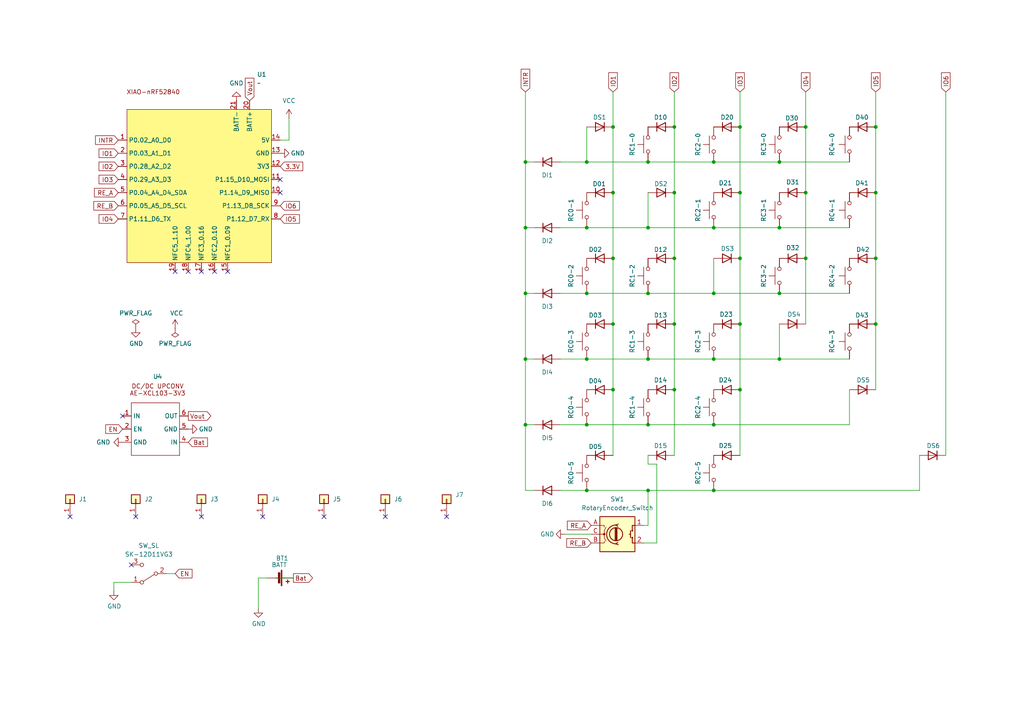
<source format=kicad_sch>
(kicad_sch
	(version 20250114)
	(generator "eeschema")
	(generator_version "9.0")
	(uuid "7f8f3204-eb94-4c1b-8bab-de17ef763f86")
	(paper "A4")
	(lib_symbols
		(symbol "Connector_Generic:Conn_01x01"
			(pin_names
				(offset 1.016)
				(hide yes)
			)
			(exclude_from_sim no)
			(in_bom yes)
			(on_board yes)
			(property "Reference" "J"
				(at 0 2.54 0)
				(effects
					(font
						(size 1.27 1.27)
					)
				)
			)
			(property "Value" "Conn_01x01"
				(at 0 -2.54 0)
				(effects
					(font
						(size 1.27 1.27)
					)
				)
			)
			(property "Footprint" ""
				(at 0 0 0)
				(effects
					(font
						(size 1.27 1.27)
					)
					(hide yes)
				)
			)
			(property "Datasheet" "~"
				(at 0 0 0)
				(effects
					(font
						(size 1.27 1.27)
					)
					(hide yes)
				)
			)
			(property "Description" "Generic connector, single row, 01x01, script generated (kicad-library-utils/schlib/autogen/connector/)"
				(at 0 0 0)
				(effects
					(font
						(size 1.27 1.27)
					)
					(hide yes)
				)
			)
			(property "ki_keywords" "connector"
				(at 0 0 0)
				(effects
					(font
						(size 1.27 1.27)
					)
					(hide yes)
				)
			)
			(property "ki_fp_filters" "Connector*:*_1x??_*"
				(at 0 0 0)
				(effects
					(font
						(size 1.27 1.27)
					)
					(hide yes)
				)
			)
			(symbol "Conn_01x01_1_1"
				(rectangle
					(start -1.27 1.27)
					(end 1.27 -1.27)
					(stroke
						(width 0.254)
						(type default)
					)
					(fill
						(type background)
					)
				)
				(rectangle
					(start -1.27 0.127)
					(end 0 -0.127)
					(stroke
						(width 0.1524)
						(type default)
					)
					(fill
						(type none)
					)
				)
				(pin passive line
					(at -5.08 0 0)
					(length 3.81)
					(name "Pin_1"
						(effects
							(font
								(size 1.27 1.27)
							)
						)
					)
					(number "1"
						(effects
							(font
								(size 1.27 1.27)
							)
						)
					)
				)
			)
			(embedded_fonts no)
		)
		(symbol "Device:Battery_Cell"
			(pin_numbers
				(hide yes)
			)
			(pin_names
				(offset 0)
				(hide yes)
			)
			(exclude_from_sim no)
			(in_bom yes)
			(on_board yes)
			(property "Reference" "BT"
				(at 2.54 2.54 0)
				(effects
					(font
						(size 1.27 1.27)
					)
					(justify left)
				)
			)
			(property "Value" "Battery_Cell"
				(at 2.54 0 0)
				(effects
					(font
						(size 1.27 1.27)
					)
					(justify left)
				)
			)
			(property "Footprint" ""
				(at 0 1.524 90)
				(effects
					(font
						(size 1.27 1.27)
					)
					(hide yes)
				)
			)
			(property "Datasheet" "~"
				(at 0 1.524 90)
				(effects
					(font
						(size 1.27 1.27)
					)
					(hide yes)
				)
			)
			(property "Description" "Single-cell battery"
				(at 0 0 0)
				(effects
					(font
						(size 1.27 1.27)
					)
					(hide yes)
				)
			)
			(property "ki_keywords" "battery cell"
				(at 0 0 0)
				(effects
					(font
						(size 1.27 1.27)
					)
					(hide yes)
				)
			)
			(symbol "Battery_Cell_0_1"
				(rectangle
					(start -2.286 1.778)
					(end 2.286 1.524)
					(stroke
						(width 0)
						(type default)
					)
					(fill
						(type outline)
					)
				)
				(rectangle
					(start -1.5748 1.1938)
					(end 1.4732 0.6858)
					(stroke
						(width 0)
						(type default)
					)
					(fill
						(type outline)
					)
				)
				(polyline
					(pts
						(xy 0 1.778) (xy 0 2.54)
					)
					(stroke
						(width 0)
						(type default)
					)
					(fill
						(type none)
					)
				)
				(polyline
					(pts
						(xy 0 0.762) (xy 0 0)
					)
					(stroke
						(width 0)
						(type default)
					)
					(fill
						(type none)
					)
				)
				(polyline
					(pts
						(xy 0.508 3.429) (xy 1.524 3.429)
					)
					(stroke
						(width 0.254)
						(type default)
					)
					(fill
						(type none)
					)
				)
				(polyline
					(pts
						(xy 1.016 3.937) (xy 1.016 2.921)
					)
					(stroke
						(width 0.254)
						(type default)
					)
					(fill
						(type none)
					)
				)
			)
			(symbol "Battery_Cell_1_1"
				(pin passive line
					(at 0 5.08 270)
					(length 2.54)
					(name "+"
						(effects
							(font
								(size 1.27 1.27)
							)
						)
					)
					(number "1"
						(effects
							(font
								(size 1.27 1.27)
							)
						)
					)
				)
				(pin passive line
					(at 0 -2.54 90)
					(length 2.54)
					(name "-"
						(effects
							(font
								(size 1.27 1.27)
							)
						)
					)
					(number "2"
						(effects
							(font
								(size 1.27 1.27)
							)
						)
					)
				)
			)
			(embedded_fonts no)
		)
		(symbol "Diode:1N4148"
			(pin_numbers
				(hide yes)
			)
			(pin_names
				(hide yes)
			)
			(exclude_from_sim no)
			(in_bom yes)
			(on_board yes)
			(property "Reference" "D"
				(at 0 2.54 0)
				(effects
					(font
						(size 1.27 1.27)
					)
				)
			)
			(property "Value" "1N4148"
				(at 0 -2.54 0)
				(effects
					(font
						(size 1.27 1.27)
					)
				)
			)
			(property "Footprint" "Diode_THT:D_DO-35_SOD27_P7.62mm_Horizontal"
				(at 0 0 0)
				(effects
					(font
						(size 1.27 1.27)
					)
					(hide yes)
				)
			)
			(property "Datasheet" "https://assets.nexperia.com/documents/data-sheet/1N4148_1N4448.pdf"
				(at 0 0 0)
				(effects
					(font
						(size 1.27 1.27)
					)
					(hide yes)
				)
			)
			(property "Description" "100V 0.15A standard switching diode, DO-35"
				(at 0 0 0)
				(effects
					(font
						(size 1.27 1.27)
					)
					(hide yes)
				)
			)
			(property "Sim.Device" "D"
				(at 0 0 0)
				(effects
					(font
						(size 1.27 1.27)
					)
					(hide yes)
				)
			)
			(property "Sim.Pins" "1=K 2=A"
				(at 0 0 0)
				(effects
					(font
						(size 1.27 1.27)
					)
					(hide yes)
				)
			)
			(property "ki_keywords" "diode"
				(at 0 0 0)
				(effects
					(font
						(size 1.27 1.27)
					)
					(hide yes)
				)
			)
			(property "ki_fp_filters" "D*DO?35*"
				(at 0 0 0)
				(effects
					(font
						(size 1.27 1.27)
					)
					(hide yes)
				)
			)
			(symbol "1N4148_0_1"
				(polyline
					(pts
						(xy -1.27 1.27) (xy -1.27 -1.27)
					)
					(stroke
						(width 0.254)
						(type default)
					)
					(fill
						(type none)
					)
				)
				(polyline
					(pts
						(xy 1.27 1.27) (xy 1.27 -1.27) (xy -1.27 0) (xy 1.27 1.27)
					)
					(stroke
						(width 0.254)
						(type default)
					)
					(fill
						(type none)
					)
				)
				(polyline
					(pts
						(xy 1.27 0) (xy -1.27 0)
					)
					(stroke
						(width 0)
						(type default)
					)
					(fill
						(type none)
					)
				)
			)
			(symbol "1N4148_1_1"
				(pin passive line
					(at -3.81 0 0)
					(length 2.54)
					(name "K"
						(effects
							(font
								(size 1.27 1.27)
							)
						)
					)
					(number "1"
						(effects
							(font
								(size 1.27 1.27)
							)
						)
					)
				)
				(pin passive line
					(at 3.81 0 180)
					(length 2.54)
					(name "A"
						(effects
							(font
								(size 1.27 1.27)
							)
						)
					)
					(number "2"
						(effects
							(font
								(size 1.27 1.27)
							)
						)
					)
				)
			)
			(embedded_fonts no)
		)
		(symbol "Switch:SW_Push"
			(pin_numbers
				(hide yes)
			)
			(pin_names
				(offset 1.016)
				(hide yes)
			)
			(exclude_from_sim no)
			(in_bom yes)
			(on_board yes)
			(property "Reference" "SW"
				(at 1.27 2.54 0)
				(effects
					(font
						(size 1.27 1.27)
					)
					(justify left)
				)
			)
			(property "Value" "SW_Push"
				(at 0 -1.524 0)
				(effects
					(font
						(size 1.27 1.27)
					)
				)
			)
			(property "Footprint" ""
				(at 0 5.08 0)
				(effects
					(font
						(size 1.27 1.27)
					)
					(hide yes)
				)
			)
			(property "Datasheet" "~"
				(at 0 5.08 0)
				(effects
					(font
						(size 1.27 1.27)
					)
					(hide yes)
				)
			)
			(property "Description" "Push button switch, generic, two pins"
				(at 0 0 0)
				(effects
					(font
						(size 1.27 1.27)
					)
					(hide yes)
				)
			)
			(property "ki_keywords" "switch normally-open pushbutton push-button"
				(at 0 0 0)
				(effects
					(font
						(size 1.27 1.27)
					)
					(hide yes)
				)
			)
			(symbol "SW_Push_0_1"
				(circle
					(center -2.032 0)
					(radius 0.508)
					(stroke
						(width 0)
						(type default)
					)
					(fill
						(type none)
					)
				)
				(polyline
					(pts
						(xy 0 1.27) (xy 0 3.048)
					)
					(stroke
						(width 0)
						(type default)
					)
					(fill
						(type none)
					)
				)
				(circle
					(center 2.032 0)
					(radius 0.508)
					(stroke
						(width 0)
						(type default)
					)
					(fill
						(type none)
					)
				)
				(polyline
					(pts
						(xy 2.54 1.27) (xy -2.54 1.27)
					)
					(stroke
						(width 0)
						(type default)
					)
					(fill
						(type none)
					)
				)
				(pin passive line
					(at -5.08 0 0)
					(length 2.54)
					(name "1"
						(effects
							(font
								(size 1.27 1.27)
							)
						)
					)
					(number "1"
						(effects
							(font
								(size 1.27 1.27)
							)
						)
					)
				)
				(pin passive line
					(at 5.08 0 180)
					(length 2.54)
					(name "2"
						(effects
							(font
								(size 1.27 1.27)
							)
						)
					)
					(number "2"
						(effects
							(font
								(size 1.27 1.27)
							)
						)
					)
				)
			)
			(embedded_fonts no)
		)
		(symbol "Switch:SW_SPDT"
			(pin_names
				(offset 0)
				(hide yes)
			)
			(exclude_from_sim no)
			(in_bom yes)
			(on_board yes)
			(property "Reference" "SW"
				(at 0 4.318 0)
				(effects
					(font
						(size 1.27 1.27)
					)
				)
			)
			(property "Value" "SW_SPDT"
				(at 0 -5.08 0)
				(effects
					(font
						(size 1.27 1.27)
					)
				)
			)
			(property "Footprint" ""
				(at 0 0 0)
				(effects
					(font
						(size 1.27 1.27)
					)
					(hide yes)
				)
			)
			(property "Datasheet" "~"
				(at 0 0 0)
				(effects
					(font
						(size 1.27 1.27)
					)
					(hide yes)
				)
			)
			(property "Description" "Switch, single pole double throw"
				(at 0 0 0)
				(effects
					(font
						(size 1.27 1.27)
					)
					(hide yes)
				)
			)
			(property "ki_keywords" "switch single-pole double-throw spdt ON-ON"
				(at 0 0 0)
				(effects
					(font
						(size 1.27 1.27)
					)
					(hide yes)
				)
			)
			(symbol "SW_SPDT_0_0"
				(circle
					(center -2.032 0)
					(radius 0.508)
					(stroke
						(width 0)
						(type default)
					)
					(fill
						(type none)
					)
				)
				(circle
					(center 2.032 -2.54)
					(radius 0.508)
					(stroke
						(width 0)
						(type default)
					)
					(fill
						(type none)
					)
				)
			)
			(symbol "SW_SPDT_0_1"
				(polyline
					(pts
						(xy -1.524 0.254) (xy 1.651 2.286)
					)
					(stroke
						(width 0)
						(type default)
					)
					(fill
						(type none)
					)
				)
				(circle
					(center 2.032 2.54)
					(radius 0.508)
					(stroke
						(width 0)
						(type default)
					)
					(fill
						(type none)
					)
				)
			)
			(symbol "SW_SPDT_1_1"
				(pin passive line
					(at -5.08 0 0)
					(length 2.54)
					(name "B"
						(effects
							(font
								(size 1.27 1.27)
							)
						)
					)
					(number "2"
						(effects
							(font
								(size 1.27 1.27)
							)
						)
					)
				)
				(pin passive line
					(at 5.08 2.54 180)
					(length 2.54)
					(name "A"
						(effects
							(font
								(size 1.27 1.27)
							)
						)
					)
					(number "1"
						(effects
							(font
								(size 1.27 1.27)
							)
						)
					)
				)
				(pin passive line
					(at 5.08 -2.54 180)
					(length 2.54)
					(name "C"
						(effects
							(font
								(size 1.27 1.27)
							)
						)
					)
					(number "3"
						(effects
							(font
								(size 1.27 1.27)
							)
						)
					)
				)
			)
			(embedded_fonts no)
		)
		(symbol "pinkeybd:U3"
			(exclude_from_sim no)
			(in_bom yes)
			(on_board yes)
			(property "Reference" "U3"
				(at 0 0 0)
				(effects
					(font
						(size 1.27 1.27)
					)
				)
			)
			(property "Value" ""
				(at 1.27 0 0)
				(effects
					(font
						(size 1.27 1.27)
					)
				)
			)
			(property "Footprint" ""
				(at 1.27 0 0)
				(effects
					(font
						(size 1.27 1.27)
					)
					(hide yes)
				)
			)
			(property "Datasheet" ""
				(at 1.27 0 0)
				(effects
					(font
						(size 1.27 1.27)
					)
					(hide yes)
				)
			)
			(property "Description" ""
				(at 1.27 0 0)
				(effects
					(font
						(size 1.27 1.27)
					)
					(hide yes)
				)
			)
			(symbol "U3_0_1"
				(rectangle
					(start -6.35 7.62)
					(end 7.62 -7.62)
					(stroke
						(width 0)
						(type default)
					)
					(fill
						(type none)
					)
				)
				(rectangle
					(start 7.62 -7.62)
					(end 7.62 -7.62)
					(stroke
						(width 0)
						(type default)
					)
					(fill
						(type none)
					)
				)
				(rectangle
					(start 7.62 -7.62)
					(end 7.62 -7.62)
					(stroke
						(width 0)
						(type default)
					)
					(fill
						(type none)
					)
				)
			)
			(symbol "U3_1_1"
				(text "DC/DC UPCONV\nAE-XCL103-3V3"
					(at 1.27 11.43 0)
					(effects
						(font
							(size 1.27 1.27)
						)
					)
				)
				(pin input line
					(at -8.89 3.81 0)
					(length 2.54)
					(name "IN"
						(effects
							(font
								(size 1.27 1.27)
							)
						)
					)
					(number "1"
						(effects
							(font
								(size 1.27 1.27)
							)
						)
					)
				)
				(pin input line
					(at -8.89 0 0)
					(length 2.54)
					(name "EN"
						(effects
							(font
								(size 1.27 1.27)
							)
						)
					)
					(number "2"
						(effects
							(font
								(size 1.27 1.27)
							)
						)
					)
				)
				(pin input line
					(at -8.89 -3.81 0)
					(length 2.54)
					(name "GND"
						(effects
							(font
								(size 1.27 1.27)
							)
						)
					)
					(number "3"
						(effects
							(font
								(size 1.27 1.27)
							)
						)
					)
				)
				(pin output line
					(at 10.16 3.81 180)
					(length 2.54)
					(name "OUT"
						(effects
							(font
								(size 1.27 1.27)
							)
						)
					)
					(number "6"
						(effects
							(font
								(size 1.27 1.27)
							)
						)
					)
				)
				(pin input line
					(at 10.16 0 180)
					(length 2.54)
					(name "GND"
						(effects
							(font
								(size 1.27 1.27)
							)
						)
					)
					(number "5"
						(effects
							(font
								(size 1.27 1.27)
							)
						)
					)
				)
				(pin input line
					(at 10.16 -3.81 180)
					(length 2.54)
					(name "IN"
						(effects
							(font
								(size 1.27 1.27)
							)
						)
					)
					(number "4"
						(effects
							(font
								(size 1.27 1.27)
							)
						)
					)
				)
			)
			(embedded_fonts no)
		)
		(symbol "power:GND"
			(power)
			(pin_numbers
				(hide yes)
			)
			(pin_names
				(offset 0)
				(hide yes)
			)
			(exclude_from_sim no)
			(in_bom yes)
			(on_board yes)
			(property "Reference" "#PWR"
				(at 0 -6.35 0)
				(effects
					(font
						(size 1.27 1.27)
					)
					(hide yes)
				)
			)
			(property "Value" "GND"
				(at 0 -3.81 0)
				(effects
					(font
						(size 1.27 1.27)
					)
				)
			)
			(property "Footprint" ""
				(at 0 0 0)
				(effects
					(font
						(size 1.27 1.27)
					)
					(hide yes)
				)
			)
			(property "Datasheet" ""
				(at 0 0 0)
				(effects
					(font
						(size 1.27 1.27)
					)
					(hide yes)
				)
			)
			(property "Description" "Power symbol creates a global label with name \"GND\" , ground"
				(at 0 0 0)
				(effects
					(font
						(size 1.27 1.27)
					)
					(hide yes)
				)
			)
			(property "ki_keywords" "global power"
				(at 0 0 0)
				(effects
					(font
						(size 1.27 1.27)
					)
					(hide yes)
				)
			)
			(symbol "GND_0_1"
				(polyline
					(pts
						(xy 0 0) (xy 0 -1.27) (xy 1.27 -1.27) (xy 0 -2.54) (xy -1.27 -1.27) (xy 0 -1.27)
					)
					(stroke
						(width 0)
						(type default)
					)
					(fill
						(type none)
					)
				)
			)
			(symbol "GND_1_1"
				(pin power_in line
					(at 0 0 270)
					(length 0)
					(name "~"
						(effects
							(font
								(size 1.27 1.27)
							)
						)
					)
					(number "1"
						(effects
							(font
								(size 1.27 1.27)
							)
						)
					)
				)
			)
			(embedded_fonts no)
		)
		(symbol "power:PWR_FLAG"
			(power)
			(pin_numbers
				(hide yes)
			)
			(pin_names
				(offset 0)
				(hide yes)
			)
			(exclude_from_sim no)
			(in_bom yes)
			(on_board yes)
			(property "Reference" "#FLG"
				(at 0 1.905 0)
				(effects
					(font
						(size 1.27 1.27)
					)
					(hide yes)
				)
			)
			(property "Value" "PWR_FLAG"
				(at 0 3.81 0)
				(effects
					(font
						(size 1.27 1.27)
					)
				)
			)
			(property "Footprint" ""
				(at 0 0 0)
				(effects
					(font
						(size 1.27 1.27)
					)
					(hide yes)
				)
			)
			(property "Datasheet" "~"
				(at 0 0 0)
				(effects
					(font
						(size 1.27 1.27)
					)
					(hide yes)
				)
			)
			(property "Description" "Special symbol for telling ERC where power comes from"
				(at 0 0 0)
				(effects
					(font
						(size 1.27 1.27)
					)
					(hide yes)
				)
			)
			(property "ki_keywords" "power-flag"
				(at 0 0 0)
				(effects
					(font
						(size 1.27 1.27)
					)
					(hide yes)
				)
			)
			(symbol "PWR_FLAG_0_0"
				(pin power_out line
					(at 0 0 90)
					(length 0)
					(name "pwr"
						(effects
							(font
								(size 1.27 1.27)
							)
						)
					)
					(number "1"
						(effects
							(font
								(size 1.27 1.27)
							)
						)
					)
				)
			)
			(symbol "PWR_FLAG_0_1"
				(polyline
					(pts
						(xy 0 0) (xy 0 1.27) (xy -1.016 1.905) (xy 0 2.54) (xy 1.016 1.905) (xy 0 1.27)
					)
					(stroke
						(width 0)
						(type default)
					)
					(fill
						(type none)
					)
				)
			)
			(embedded_fonts no)
		)
		(symbol "power:VCC"
			(power)
			(pin_numbers
				(hide yes)
			)
			(pin_names
				(offset 0)
				(hide yes)
			)
			(exclude_from_sim no)
			(in_bom yes)
			(on_board yes)
			(property "Reference" "#PWR"
				(at 0 -3.81 0)
				(effects
					(font
						(size 1.27 1.27)
					)
					(hide yes)
				)
			)
			(property "Value" "VCC"
				(at 0 3.556 0)
				(effects
					(font
						(size 1.27 1.27)
					)
				)
			)
			(property "Footprint" ""
				(at 0 0 0)
				(effects
					(font
						(size 1.27 1.27)
					)
					(hide yes)
				)
			)
			(property "Datasheet" ""
				(at 0 0 0)
				(effects
					(font
						(size 1.27 1.27)
					)
					(hide yes)
				)
			)
			(property "Description" "Power symbol creates a global label with name \"VCC\""
				(at 0 0 0)
				(effects
					(font
						(size 1.27 1.27)
					)
					(hide yes)
				)
			)
			(property "ki_keywords" "global power"
				(at 0 0 0)
				(effects
					(font
						(size 1.27 1.27)
					)
					(hide yes)
				)
			)
			(symbol "VCC_0_1"
				(polyline
					(pts
						(xy -0.762 1.27) (xy 0 2.54)
					)
					(stroke
						(width 0)
						(type default)
					)
					(fill
						(type none)
					)
				)
				(polyline
					(pts
						(xy 0 2.54) (xy 0.762 1.27)
					)
					(stroke
						(width 0)
						(type default)
					)
					(fill
						(type none)
					)
				)
				(polyline
					(pts
						(xy 0 0) (xy 0 2.54)
					)
					(stroke
						(width 0)
						(type default)
					)
					(fill
						(type none)
					)
				)
			)
			(symbol "VCC_1_1"
				(pin power_in line
					(at 0 0 90)
					(length 0)
					(name "~"
						(effects
							(font
								(size 1.27 1.27)
							)
						)
					)
					(number "1"
						(effects
							(font
								(size 1.27 1.27)
							)
						)
					)
				)
			)
			(embedded_fonts no)
		)
		(symbol "roba:RotaryEncoder_Switch"
			(pin_names
				(offset 0.254)
				(hide yes)
			)
			(exclude_from_sim no)
			(in_bom yes)
			(on_board yes)
			(property "Reference" "SW21"
				(at 0 10.16 0)
				(effects
					(font
						(size 1.27 1.27)
					)
				)
			)
			(property "Value" "RotaryEncoder_Switch"
				(at 0 7.62 0)
				(effects
					(font
						(size 1.27 1.27)
					)
				)
			)
			(property "Footprint" "myfootprintLibrary:SW_MX_EC12"
				(at -3.81 4.064 0)
				(effects
					(font
						(size 1.27 1.27)
					)
					(hide yes)
				)
			)
			(property "Datasheet" "~"
				(at 0 6.604 0)
				(effects
					(font
						(size 1.27 1.27)
					)
					(hide yes)
				)
			)
			(property "Description" "Rotary encoder, dual channel, incremental quadrate outputs, with switch"
				(at 0 0 0)
				(effects
					(font
						(size 1.27 1.27)
					)
					(hide yes)
				)
			)
			(property "ki_keywords" "rotary switch encoder switch push button"
				(at 0 0 0)
				(effects
					(font
						(size 1.27 1.27)
					)
					(hide yes)
				)
			)
			(property "ki_fp_filters" "RotaryEncoder*Switch*"
				(at 0 0 0)
				(effects
					(font
						(size 1.27 1.27)
					)
					(hide yes)
				)
			)
			(symbol "RotaryEncoder_Switch_0_1"
				(rectangle
					(start -5.08 5.08)
					(end 5.08 -5.08)
					(stroke
						(width 0.254)
						(type default)
					)
					(fill
						(type background)
					)
				)
				(polyline
					(pts
						(xy -5.08 2.54) (xy -3.81 2.54) (xy -3.81 2.032)
					)
					(stroke
						(width 0)
						(type default)
					)
					(fill
						(type none)
					)
				)
				(polyline
					(pts
						(xy -5.08 0) (xy -3.81 0) (xy -3.81 -1.016) (xy -3.302 -2.032)
					)
					(stroke
						(width 0)
						(type default)
					)
					(fill
						(type none)
					)
				)
				(polyline
					(pts
						(xy -5.08 -2.54) (xy -3.81 -2.54) (xy -3.81 -2.032)
					)
					(stroke
						(width 0)
						(type default)
					)
					(fill
						(type none)
					)
				)
				(polyline
					(pts
						(xy -4.318 0) (xy -3.81 0) (xy -3.81 1.016) (xy -3.302 2.032)
					)
					(stroke
						(width 0)
						(type default)
					)
					(fill
						(type none)
					)
				)
				(circle
					(center -3.81 0)
					(radius 0.254)
					(stroke
						(width 0)
						(type default)
					)
					(fill
						(type outline)
					)
				)
				(polyline
					(pts
						(xy -0.635 -1.778) (xy -0.635 1.778)
					)
					(stroke
						(width 0.254)
						(type default)
					)
					(fill
						(type none)
					)
				)
				(circle
					(center -0.381 0)
					(radius 1.905)
					(stroke
						(width 0.254)
						(type default)
					)
					(fill
						(type none)
					)
				)
				(polyline
					(pts
						(xy -0.381 -1.778) (xy -0.381 1.778)
					)
					(stroke
						(width 0.254)
						(type default)
					)
					(fill
						(type none)
					)
				)
				(arc
					(start -0.381 -2.794)
					(mid -3.0988 -0.0635)
					(end -0.381 2.667)
					(stroke
						(width 0.254)
						(type default)
					)
					(fill
						(type none)
					)
				)
				(polyline
					(pts
						(xy -0.127 1.778) (xy -0.127 -1.778)
					)
					(stroke
						(width 0.254)
						(type default)
					)
					(fill
						(type none)
					)
				)
				(polyline
					(pts
						(xy 0.254 2.921) (xy -0.508 2.667) (xy 0.127 2.286)
					)
					(stroke
						(width 0.254)
						(type default)
					)
					(fill
						(type none)
					)
				)
				(polyline
					(pts
						(xy 0.254 -3.048) (xy -0.508 -2.794) (xy 0.127 -2.413)
					)
					(stroke
						(width 0.254)
						(type default)
					)
					(fill
						(type none)
					)
				)
				(polyline
					(pts
						(xy 3.81 1.016) (xy 3.81 -1.016)
					)
					(stroke
						(width 0.254)
						(type default)
					)
					(fill
						(type none)
					)
				)
				(polyline
					(pts
						(xy 3.81 0) (xy 3.429 0)
					)
					(stroke
						(width 0.254)
						(type default)
					)
					(fill
						(type none)
					)
				)
				(circle
					(center 4.318 1.016)
					(radius 0.127)
					(stroke
						(width 0.254)
						(type default)
					)
					(fill
						(type none)
					)
				)
				(circle
					(center 4.318 -1.016)
					(radius 0.127)
					(stroke
						(width 0.254)
						(type default)
					)
					(fill
						(type none)
					)
				)
				(polyline
					(pts
						(xy 5.08 2.54) (xy 4.318 2.54) (xy 4.318 1.016)
					)
					(stroke
						(width 0.254)
						(type default)
					)
					(fill
						(type none)
					)
				)
				(polyline
					(pts
						(xy 5.08 -2.54) (xy 4.318 -2.54) (xy 4.318 -1.016)
					)
					(stroke
						(width 0.254)
						(type default)
					)
					(fill
						(type none)
					)
				)
			)
			(symbol "RotaryEncoder_Switch_1_1"
				(pin passive line
					(at -7.62 2.54 0)
					(length 2.54)
					(name "A"
						(effects
							(font
								(size 1.27 1.27)
							)
						)
					)
					(number "A"
						(effects
							(font
								(size 1.27 1.27)
							)
						)
					)
				)
				(pin passive line
					(at -7.62 0 0)
					(length 2.54)
					(name "C"
						(effects
							(font
								(size 1.27 1.27)
							)
						)
					)
					(number "C"
						(effects
							(font
								(size 1.27 1.27)
							)
						)
					)
				)
				(pin passive line
					(at -7.62 -2.54 0)
					(length 2.54)
					(name "B"
						(effects
							(font
								(size 1.27 1.27)
							)
						)
					)
					(number "B"
						(effects
							(font
								(size 1.27 1.27)
							)
						)
					)
				)
				(pin passive line
					(at 7.62 2.54 180)
					(length 2.54)
					(name "1"
						(effects
							(font
								(size 1.27 1.27)
							)
						)
					)
					(number "1"
						(effects
							(font
								(size 1.27 1.27)
							)
						)
					)
				)
				(pin passive line
					(at 7.62 -2.54 180)
					(length 2.54)
					(name "2"
						(effects
							(font
								(size 1.27 1.27)
							)
						)
					)
					(number "2"
						(effects
							(font
								(size 1.27 1.27)
							)
						)
					)
				)
			)
			(embedded_fonts no)
		)
		(symbol "roba:XIAO-nRF52840"
			(exclude_from_sim no)
			(in_bom yes)
			(on_board yes)
			(property "Reference" "U"
				(at 13.97 -3.81 0)
				(effects
					(font
						(size 1.27 1.27)
					)
				)
			)
			(property "Value" ""
				(at 0 0 0)
				(effects
					(font
						(size 1.27 1.27)
					)
				)
			)
			(property "Footprint" ""
				(at 0 0 0)
				(effects
					(font
						(size 1.27 1.27)
					)
					(hide yes)
				)
			)
			(property "Datasheet" ""
				(at 0 0 0)
				(effects
					(font
						(size 1.27 1.27)
					)
					(hide yes)
				)
			)
			(property "Description" ""
				(at 0 0 0)
				(effects
					(font
						(size 1.27 1.27)
					)
					(hide yes)
				)
			)
			(symbol "XIAO-nRF52840_1_1"
				(text "XIAO-nRF52840"
					(at 20.32 -1.27 0)
					(effects
						(font
							(size 1.27 1.27)
						)
					)
				)
				(text_box ""
					(at 12.7 -6.35 0)
					(size 41.91 -44.45)
					(margins 1.016 1.016 1.016 1.016)
					(stroke
						(width 0)
						(type default)
					)
					(fill
						(type color)
						(color 255 249 138 1)
					)
					(effects
						(font
							(size 1.27 1.27)
						)
						(justify left top)
					)
				)
				(pin unspecified line
					(at 10.16 -15.24 0)
					(length 2.54)
					(name "P0.02_A0_D0"
						(effects
							(font
								(size 1.27 1.27)
							)
						)
					)
					(number "1"
						(effects
							(font
								(size 1.27 1.27)
							)
						)
					)
				)
				(pin unspecified line
					(at 10.16 -19.05 0)
					(length 2.54)
					(name "P0.03_A1_D1"
						(effects
							(font
								(size 1.27 1.27)
							)
						)
					)
					(number "2"
						(effects
							(font
								(size 1.27 1.27)
							)
						)
					)
				)
				(pin unspecified line
					(at 10.16 -22.86 0)
					(length 2.54)
					(name "P0.28_A2_D2"
						(effects
							(font
								(size 1.27 1.27)
							)
						)
					)
					(number "3"
						(effects
							(font
								(size 1.27 1.27)
							)
						)
					)
				)
				(pin unspecified line
					(at 10.16 -26.67 0)
					(length 2.54)
					(name "P0.29_A3_D3"
						(effects
							(font
								(size 1.27 1.27)
							)
						)
					)
					(number "4"
						(effects
							(font
								(size 1.27 1.27)
							)
						)
					)
				)
				(pin unspecified line
					(at 10.16 -30.48 0)
					(length 2.54)
					(name "P0.04_A4_D4_SDA"
						(effects
							(font
								(size 1.27 1.27)
							)
						)
					)
					(number "5"
						(effects
							(font
								(size 1.27 1.27)
							)
						)
					)
				)
				(pin unspecified line
					(at 10.16 -34.29 0)
					(length 2.54)
					(name "P0.05_A5_D5_SCL"
						(effects
							(font
								(size 1.27 1.27)
							)
						)
					)
					(number "6"
						(effects
							(font
								(size 1.27 1.27)
							)
						)
					)
				)
				(pin unspecified line
					(at 10.16 -38.1 0)
					(length 2.54)
					(name "P1.11_D6_TX"
						(effects
							(font
								(size 1.27 1.27)
							)
						)
					)
					(number "7"
						(effects
							(font
								(size 1.27 1.27)
							)
						)
					)
				)
				(pin unspecified line
					(at 26.67 -53.34 90)
					(length 2.54)
					(name "NFC5_1.10"
						(effects
							(font
								(size 1.27 1.27)
							)
						)
					)
					(number "19"
						(effects
							(font
								(size 1.27 1.27)
							)
						)
					)
				)
				(pin unspecified line
					(at 30.48 -53.34 90)
					(length 2.54)
					(name "NFC4_1.00"
						(effects
							(font
								(size 1.27 1.27)
							)
						)
					)
					(number "18"
						(effects
							(font
								(size 1.27 1.27)
							)
						)
					)
				)
				(pin unspecified line
					(at 34.29 -53.34 90)
					(length 2.54)
					(name "NFC3_0.16"
						(effects
							(font
								(size 1.27 1.27)
							)
						)
					)
					(number "17"
						(effects
							(font
								(size 1.27 1.27)
							)
						)
					)
				)
				(pin unspecified line
					(at 38.1 -53.34 90)
					(length 2.54)
					(name "NFC2_0.10"
						(effects
							(font
								(size 1.27 1.27)
							)
						)
					)
					(number "16"
						(effects
							(font
								(size 1.27 1.27)
							)
						)
					)
				)
				(pin unspecified line
					(at 41.91 -53.34 90)
					(length 2.54)
					(name "NFC1_0.09"
						(effects
							(font
								(size 1.27 1.27)
							)
						)
					)
					(number "15"
						(effects
							(font
								(size 1.27 1.27)
							)
						)
					)
				)
				(pin unspecified line
					(at 44.45 -3.81 270)
					(length 2.54)
					(name "BATT-"
						(effects
							(font
								(size 1.27 1.27)
							)
						)
					)
					(number "21"
						(effects
							(font
								(size 1.27 1.27)
							)
						)
					)
				)
				(pin unspecified line
					(at 48.26 -3.81 270)
					(length 2.54)
					(name "BATT+"
						(effects
							(font
								(size 1.27 1.27)
							)
						)
					)
					(number "20"
						(effects
							(font
								(size 1.27 1.27)
							)
						)
					)
				)
				(pin unspecified line
					(at 57.15 -15.24 180)
					(length 2.54)
					(name "5V"
						(effects
							(font
								(size 1.27 1.27)
							)
						)
					)
					(number "14"
						(effects
							(font
								(size 1.27 1.27)
							)
						)
					)
				)
				(pin unspecified line
					(at 57.15 -19.05 180)
					(length 2.54)
					(name "GND"
						(effects
							(font
								(size 1.27 1.27)
							)
						)
					)
					(number "13"
						(effects
							(font
								(size 1.27 1.27)
							)
						)
					)
				)
				(pin unspecified line
					(at 57.15 -22.86 180)
					(length 2.54)
					(name "3V3"
						(effects
							(font
								(size 1.27 1.27)
							)
						)
					)
					(number "12"
						(effects
							(font
								(size 1.27 1.27)
							)
						)
					)
				)
				(pin unspecified line
					(at 57.15 -26.67 180)
					(length 2.54)
					(name "P1.15_D10_MOSI"
						(effects
							(font
								(size 1.27 1.27)
							)
						)
					)
					(number "11"
						(effects
							(font
								(size 1.27 1.27)
							)
						)
					)
				)
				(pin unspecified line
					(at 57.15 -30.48 180)
					(length 2.54)
					(name "P1.14_D9_MISO"
						(effects
							(font
								(size 1.27 1.27)
							)
						)
					)
					(number "10"
						(effects
							(font
								(size 1.27 1.27)
							)
						)
					)
				)
				(pin unspecified line
					(at 57.15 -34.29 180)
					(length 2.54)
					(name "P1.13_D8_SCK"
						(effects
							(font
								(size 1.27 1.27)
							)
						)
					)
					(number "9"
						(effects
							(font
								(size 1.27 1.27)
							)
						)
					)
				)
				(pin unspecified line
					(at 57.15 -38.1 180)
					(length 2.54)
					(name "P1.12_D7_RX"
						(effects
							(font
								(size 1.27 1.27)
							)
						)
					)
					(number "8"
						(effects
							(font
								(size 1.27 1.27)
							)
						)
					)
				)
			)
			(embedded_fonts no)
		)
	)
	(junction
		(at 177.8 113.03)
		(diameter 0)
		(color 0 0 0 0)
		(uuid "030dc97b-af7b-4b10-b352-55b6ed2b2462")
	)
	(junction
		(at 233.68 36.83)
		(diameter 0)
		(color 0 0 0 0)
		(uuid "0715242d-61be-41ef-8758-ccd41e0b21f5")
	)
	(junction
		(at 195.58 93.98)
		(diameter 0)
		(color 0 0 0 0)
		(uuid "118ae012-29ca-4b6a-b1ac-f33fad91c0c7")
	)
	(junction
		(at 187.96 142.24)
		(diameter 0)
		(color 0 0 0 0)
		(uuid "18f523e5-0608-41e8-a558-a9ef915e09a6")
	)
	(junction
		(at 152.4 46.99)
		(diameter 0)
		(color 0 0 0 0)
		(uuid "19aa59a0-f7ae-4c1f-b72e-3a2b05e0b468")
	)
	(junction
		(at 254 74.93)
		(diameter 0)
		(color 0 0 0 0)
		(uuid "19d40bf8-da03-4d17-bc0a-ec27c8f3865c")
	)
	(junction
		(at 152.4 85.09)
		(diameter 0)
		(color 0 0 0 0)
		(uuid "28fe34ea-8fe3-4e75-bb08-93ed6ca9d55c")
	)
	(junction
		(at 195.58 74.93)
		(diameter 0)
		(color 0 0 0 0)
		(uuid "29616ba2-46d1-4550-92e1-f43100093cfc")
	)
	(junction
		(at 214.63 74.93)
		(diameter 0)
		(color 0 0 0 0)
		(uuid "2c1bb5d1-ee5e-4559-82c4-27e0864acb53")
	)
	(junction
		(at 195.58 55.88)
		(diameter 0)
		(color 0 0 0 0)
		(uuid "31dc16de-b0d0-4f24-9b2b-845a98989cc6")
	)
	(junction
		(at 195.58 113.03)
		(diameter 0)
		(color 0 0 0 0)
		(uuid "329cb5c2-0bfc-4737-a55c-e3eec0a741c3")
	)
	(junction
		(at 170.18 46.99)
		(diameter 0)
		(color 0 0 0 0)
		(uuid "3e03b9a5-b147-46d9-8098-064e8687d867")
	)
	(junction
		(at 226.06 104.14)
		(diameter 0)
		(color 0 0 0 0)
		(uuid "4387d006-9877-470e-aec6-6e5db20163d9")
	)
	(junction
		(at 207.01 46.99)
		(diameter 0)
		(color 0 0 0 0)
		(uuid "45bba45b-fb48-458d-b326-014b71ab5061")
	)
	(junction
		(at 226.06 66.04)
		(diameter 0)
		(color 0 0 0 0)
		(uuid "4653806d-5a05-4263-be7c-fb94f5d840f4")
	)
	(junction
		(at 187.96 123.19)
		(diameter 0)
		(color 0 0 0 0)
		(uuid "4ea0c536-4803-4c8d-92de-3a7370f9313e")
	)
	(junction
		(at 226.06 85.09)
		(diameter 0)
		(color 0 0 0 0)
		(uuid "56bde444-8358-4dd5-b9dc-8468c16fe8a9")
	)
	(junction
		(at 152.4 66.04)
		(diameter 0)
		(color 0 0 0 0)
		(uuid "5ad9b06c-fed6-486a-b4ae-c18e5253358d")
	)
	(junction
		(at 177.8 36.83)
		(diameter 0)
		(color 0 0 0 0)
		(uuid "621bef6d-2021-4a91-8799-9659871d63bb")
	)
	(junction
		(at 187.96 104.14)
		(diameter 0)
		(color 0 0 0 0)
		(uuid "641327ac-1581-46e1-a06c-3c7ee78018dc")
	)
	(junction
		(at 152.4 104.14)
		(diameter 0)
		(color 0 0 0 0)
		(uuid "6925cf9b-c394-44b3-8b1f-50f63d71c97d")
	)
	(junction
		(at 195.58 36.83)
		(diameter 0)
		(color 0 0 0 0)
		(uuid "6b14d7dd-b5f2-4d22-ac63-85ecb03c0da3")
	)
	(junction
		(at 254 93.98)
		(diameter 0)
		(color 0 0 0 0)
		(uuid "6c5d14d3-0f99-4b9e-a2fe-de5a31a1a353")
	)
	(junction
		(at 214.63 55.88)
		(diameter 0)
		(color 0 0 0 0)
		(uuid "6d4f5c11-84a5-4774-851a-8f3b08adb7cc")
	)
	(junction
		(at 170.18 85.09)
		(diameter 0)
		(color 0 0 0 0)
		(uuid "6daaded1-1e45-4aee-b1b9-5eb8ace829a6")
	)
	(junction
		(at 207.01 104.14)
		(diameter 0)
		(color 0 0 0 0)
		(uuid "7eb7a2ba-08c8-4031-87b5-936391384a12")
	)
	(junction
		(at 177.8 74.93)
		(diameter 0)
		(color 0 0 0 0)
		(uuid "8354d4a7-4367-4d92-b06c-1d038fbaa310")
	)
	(junction
		(at 170.18 142.24)
		(diameter 0)
		(color 0 0 0 0)
		(uuid "87bb71d7-9f42-4848-82c5-4a656e4d45a1")
	)
	(junction
		(at 170.18 123.19)
		(diameter 0)
		(color 0 0 0 0)
		(uuid "8f1dae1a-0172-401e-b2e2-33752ebd052a")
	)
	(junction
		(at 177.8 93.98)
		(diameter 0)
		(color 0 0 0 0)
		(uuid "94ff31f6-f470-46c4-8ee2-5f614b84f3d4")
	)
	(junction
		(at 152.4 123.19)
		(diameter 0)
		(color 0 0 0 0)
		(uuid "96ad585f-3bb0-4a9e-bee3-43765b5dd5f7")
	)
	(junction
		(at 207.01 142.24)
		(diameter 0)
		(color 0 0 0 0)
		(uuid "988efa61-6763-4ad7-b5fe-f97a103d9aea")
	)
	(junction
		(at 207.01 85.09)
		(diameter 0)
		(color 0 0 0 0)
		(uuid "9b37d850-fa93-41ed-89e3-47531061169c")
	)
	(junction
		(at 233.68 55.88)
		(diameter 0)
		(color 0 0 0 0)
		(uuid "9ef18ba1-6efa-44b9-8b17-7090e55188e7")
	)
	(junction
		(at 226.06 46.99)
		(diameter 0)
		(color 0 0 0 0)
		(uuid "a1572f53-d654-476b-bccd-c604e1b3806d")
	)
	(junction
		(at 187.96 85.09)
		(diameter 0)
		(color 0 0 0 0)
		(uuid "a8a47b27-b09b-47ab-8415-5e9eb6ff355b")
	)
	(junction
		(at 214.63 36.83)
		(diameter 0)
		(color 0 0 0 0)
		(uuid "ab7a59b8-30d9-4b3c-a292-b315d4628023")
	)
	(junction
		(at 214.63 93.98)
		(diameter 0)
		(color 0 0 0 0)
		(uuid "bdb78dd1-f4d2-4caf-a9db-ef62d115e7e6")
	)
	(junction
		(at 254 36.83)
		(diameter 0)
		(color 0 0 0 0)
		(uuid "cc3e42d5-b6e5-4c29-919d-640752b1d3be")
	)
	(junction
		(at 177.8 55.88)
		(diameter 0)
		(color 0 0 0 0)
		(uuid "ccca0001-fe33-47e2-abe6-49bbe40bdd38")
	)
	(junction
		(at 207.01 66.04)
		(diameter 0)
		(color 0 0 0 0)
		(uuid "d0cd2848-fb80-4cf6-9e01-aecf799d6042")
	)
	(junction
		(at 170.18 66.04)
		(diameter 0)
		(color 0 0 0 0)
		(uuid "e4d2a857-288f-4021-ab5e-ed4c04833ad2")
	)
	(junction
		(at 187.96 66.04)
		(diameter 0)
		(color 0 0 0 0)
		(uuid "edb5f3b4-8815-43ac-bfcf-c7b31298c650")
	)
	(junction
		(at 233.68 74.93)
		(diameter 0)
		(color 0 0 0 0)
		(uuid "f2cb7bb0-a4c3-4e04-acdd-ab875ff82bf4")
	)
	(junction
		(at 214.63 113.03)
		(diameter 0)
		(color 0 0 0 0)
		(uuid "f383b556-f93d-483f-8bcc-acd00a588f07")
	)
	(junction
		(at 207.01 123.19)
		(diameter 0)
		(color 0 0 0 0)
		(uuid "f4fb81ef-c235-4757-917d-7753fb69aa8d")
	)
	(junction
		(at 170.18 104.14)
		(diameter 0)
		(color 0 0 0 0)
		(uuid "f564df12-f740-422a-9f70-edb35cd5cd4e")
	)
	(junction
		(at 187.96 46.99)
		(diameter 0)
		(color 0 0 0 0)
		(uuid "fc16d0d2-1532-4bcf-a81f-ed6bbae16da9")
	)
	(junction
		(at 254 55.88)
		(diameter 0)
		(color 0 0 0 0)
		(uuid "feed21ec-a2ac-42c2-a3bb-a15d21131e04")
	)
	(no_connect
		(at 66.04 78.74)
		(uuid "01fead4c-7888-44e1-9b10-f77d88923450")
	)
	(no_connect
		(at 81.28 55.88)
		(uuid "05cc4220-b234-4cbb-9dcf-652696eba723")
	)
	(no_connect
		(at 93.98 149.86)
		(uuid "10efec7d-3e71-47ca-8dec-014ef237e5f3")
	)
	(no_connect
		(at 62.23 78.74)
		(uuid "10f539e9-875d-4d43-9db6-339208cdb88b")
	)
	(no_connect
		(at 76.2 149.86)
		(uuid "1abab608-d699-4f9d-a920-c6c259e5e5f3")
	)
	(no_connect
		(at 81.28 52.07)
		(uuid "214c4890-fa52-4f79-a7dc-fc05f792db9f")
	)
	(no_connect
		(at 35.56 120.65)
		(uuid "3466c73b-a7e5-45da-b0a0-7c9f9e2eff5a")
	)
	(no_connect
		(at 54.61 78.74)
		(uuid "38a5077a-d9c6-4611-b2fc-30b4354a69e7")
	)
	(no_connect
		(at 20.32 149.86)
		(uuid "3d163b02-16fd-4975-ae3c-1fa40bce3535")
	)
	(no_connect
		(at 39.37 149.86)
		(uuid "4663fa78-7815-4894-8168-219e577304d6")
	)
	(no_connect
		(at 111.76 149.86)
		(uuid "635240e3-64fc-4497-92fc-9c34061fb59d")
	)
	(no_connect
		(at 50.8 78.74)
		(uuid "90e4803d-ab70-45fc-8c2c-074c05562190")
	)
	(no_connect
		(at 367.03 -184.15)
		(uuid "a49daf73-be10-4516-bb19-e894bf462c82")
	)
	(no_connect
		(at 58.42 149.86)
		(uuid "ac68a7de-2a5b-496f-a951-b10929f14983")
	)
	(no_connect
		(at 129.54 149.86)
		(uuid "ada72609-386a-4674-b672-72dc37c9a14e")
	)
	(no_connect
		(at 58.42 78.74)
		(uuid "b31d7d42-0c8a-499c-8055-400e2638f8ac")
	)
	(no_connect
		(at 38.1 163.83)
		(uuid "eaaf179a-9fb3-4e0b-9086-b86c4aee13a8")
	)
	(no_connect
		(at 59.69 -181.61)
		(uuid "f01d9a78-282f-4ce2-b29c-2fa0db6c0955")
	)
	(wire
		(pts
			(xy 207.01 74.93) (xy 207.01 85.09)
		)
		(stroke
			(width 0)
			(type default)
		)
		(uuid "0257da39-c9a1-4586-a54d-96352f052b81")
	)
	(wire
		(pts
			(xy 170.18 123.19) (xy 187.96 123.19)
		)
		(stroke
			(width 0)
			(type default)
		)
		(uuid "029383f7-7817-41c4-9c63-fd64aa5845d1")
	)
	(wire
		(pts
			(xy 186.69 157.48) (xy 190.5 157.48)
		)
		(stroke
			(width 0)
			(type default)
		)
		(uuid "03ee2b87-6d00-4283-8ff4-dc0dfbebf711")
	)
	(wire
		(pts
			(xy 207.01 85.09) (xy 226.06 85.09)
		)
		(stroke
			(width 0)
			(type default)
		)
		(uuid "04dbd49c-c218-4a58-8a88-66589576d613")
	)
	(wire
		(pts
			(xy 152.4 142.24) (xy 154.94 142.24)
		)
		(stroke
			(width 0)
			(type default)
		)
		(uuid "0d5f5fc0-6ed6-4a4e-b771-03a843304c0d")
	)
	(wire
		(pts
			(xy 187.96 66.04) (xy 207.01 66.04)
		)
		(stroke
			(width 0)
			(type default)
		)
		(uuid "10089c3e-02ae-4c79-9534-36f8f9d17a97")
	)
	(wire
		(pts
			(xy 187.96 142.24) (xy 207.01 142.24)
		)
		(stroke
			(width 0)
			(type default)
		)
		(uuid "1025779c-b414-4660-ab1e-f4130292a704")
	)
	(wire
		(pts
			(xy 177.8 93.98) (xy 177.8 113.03)
		)
		(stroke
			(width 0)
			(type default)
		)
		(uuid "10911e14-f61a-4da0-bfde-ef8c5f2bb29b")
	)
	(wire
		(pts
			(xy 187.96 142.24) (xy 187.96 152.4)
		)
		(stroke
			(width 0)
			(type default)
		)
		(uuid "148606f0-1cc7-4cb0-9ffe-1ee34f42998a")
	)
	(wire
		(pts
			(xy 152.4 123.19) (xy 152.4 104.14)
		)
		(stroke
			(width 0)
			(type default)
		)
		(uuid "149257c1-5acf-48d3-a1a7-86e0d78c80a4")
	)
	(wire
		(pts
			(xy 214.63 55.88) (xy 214.63 74.93)
		)
		(stroke
			(width 0)
			(type default)
		)
		(uuid "15924d01-735e-4a50-9466-f13c90bf2b63")
	)
	(wire
		(pts
			(xy 254 74.93) (xy 254 93.98)
		)
		(stroke
			(width 0)
			(type default)
		)
		(uuid "1735043e-70e0-4aab-b4c7-ad3fc581f76e")
	)
	(wire
		(pts
			(xy 187.96 85.09) (xy 207.01 85.09)
		)
		(stroke
			(width 0)
			(type default)
		)
		(uuid "18d18131-9989-40ad-9ae9-9a1fc0dcf4dd")
	)
	(wire
		(pts
			(xy 154.94 46.99) (xy 152.4 46.99)
		)
		(stroke
			(width 0)
			(type default)
		)
		(uuid "1b405383-f920-486e-8f15-27a2dafd1282")
	)
	(wire
		(pts
			(xy 266.7 132.08) (xy 266.7 142.24)
		)
		(stroke
			(width 0)
			(type default)
		)
		(uuid "1ed9b29a-6a40-42b1-b8db-2006b1fcfcfd")
	)
	(wire
		(pts
			(xy 246.38 113.03) (xy 246.38 123.19)
		)
		(stroke
			(width 0)
			(type default)
		)
		(uuid "20955692-5fa6-4dbf-b395-9afa1dd588fd")
	)
	(wire
		(pts
			(xy 170.18 142.24) (xy 187.96 142.24)
		)
		(stroke
			(width 0)
			(type default)
		)
		(uuid "22de394e-daec-4572-97d5-14f823387524")
	)
	(wire
		(pts
			(xy 33.02 168.91) (xy 33.02 171.45)
		)
		(stroke
			(width 0)
			(type default)
		)
		(uuid "234cf8ca-f17e-46af-bb08-d804c91f712a")
	)
	(wire
		(pts
			(xy 233.68 55.88) (xy 233.68 74.93)
		)
		(stroke
			(width 0)
			(type default)
		)
		(uuid "2494e79d-95f6-4145-af5f-efd17f423420")
	)
	(wire
		(pts
			(xy 190.5 157.48) (xy 190.5 134.62)
		)
		(stroke
			(width 0)
			(type default)
		)
		(uuid "2684375d-8d7c-448d-af96-9165fc1e1cdd")
	)
	(wire
		(pts
			(xy 187.96 123.19) (xy 207.01 123.19)
		)
		(stroke
			(width 0)
			(type default)
		)
		(uuid "2ac27515-57a2-42d9-8e38-7446ee7ab40c")
	)
	(wire
		(pts
			(xy 152.4 66.04) (xy 152.4 85.09)
		)
		(stroke
			(width 0)
			(type default)
		)
		(uuid "2b0b28c4-51d4-4210-ba3c-19a2bfbb4b28")
	)
	(wire
		(pts
			(xy 254 26.67) (xy 254 36.83)
		)
		(stroke
			(width 0)
			(type default)
		)
		(uuid "2ff61d1d-2d32-477d-87e0-00a7eb1d9c47")
	)
	(wire
		(pts
			(xy 162.56 123.19) (xy 170.18 123.19)
		)
		(stroke
			(width 0)
			(type default)
		)
		(uuid "3049641f-ac6b-4435-8273-d7c74a7833fe")
	)
	(wire
		(pts
			(xy 177.8 113.03) (xy 177.8 132.08)
		)
		(stroke
			(width 0)
			(type default)
		)
		(uuid "334a8611-c911-49fd-927b-ae30ee018804")
	)
	(wire
		(pts
			(xy 170.18 66.04) (xy 187.96 66.04)
		)
		(stroke
			(width 0)
			(type default)
		)
		(uuid "34f1ed0c-59f8-4f05-a5dd-c82c464f6a18")
	)
	(wire
		(pts
			(xy 74.93 167.64) (xy 74.93 176.53)
		)
		(stroke
			(width 0)
			(type default)
		)
		(uuid "3dc40c3b-f1ab-4e05-b2da-2a70dd77e960")
	)
	(wire
		(pts
			(xy 83.82 34.29) (xy 83.82 40.64)
		)
		(stroke
			(width 0)
			(type default)
		)
		(uuid "48265283-97a6-439a-b255-064c8ee9371f")
	)
	(wire
		(pts
			(xy 152.4 46.99) (xy 152.4 66.04)
		)
		(stroke
			(width 0)
			(type default)
		)
		(uuid "4b4ef0bd-b9b1-4650-9482-f609da5561d9")
	)
	(wire
		(pts
			(xy 207.01 104.14) (xy 226.06 104.14)
		)
		(stroke
			(width 0)
			(type default)
		)
		(uuid "4e693ed6-6806-4459-bec3-03b984ae8af4")
	)
	(wire
		(pts
			(xy 177.8 26.67) (xy 177.8 36.83)
		)
		(stroke
			(width 0)
			(type default)
		)
		(uuid "4ed7b1f6-cda7-497e-8527-fad60c5d8411")
	)
	(wire
		(pts
			(xy 190.5 134.62) (xy 187.96 134.62)
		)
		(stroke
			(width 0)
			(type default)
		)
		(uuid "530ed944-aae4-49f4-be26-d53867e6d411")
	)
	(wire
		(pts
			(xy 254 55.88) (xy 254 74.93)
		)
		(stroke
			(width 0)
			(type default)
		)
		(uuid "537c17d6-e3ed-4de0-a02f-e825d7c79669")
	)
	(wire
		(pts
			(xy 233.68 26.67) (xy 233.68 36.83)
		)
		(stroke
			(width 0)
			(type default)
		)
		(uuid "54e5f6db-8b9f-40e3-9c34-f9e60a44262c")
	)
	(wire
		(pts
			(xy 254 93.98) (xy 254 113.03)
		)
		(stroke
			(width 0)
			(type default)
		)
		(uuid "61696409-7175-4035-9987-2e9737e62d01")
	)
	(wire
		(pts
			(xy 195.58 74.93) (xy 195.58 93.98)
		)
		(stroke
			(width 0)
			(type default)
		)
		(uuid "633fdc2b-a102-4737-8dad-55276c692b88")
	)
	(wire
		(pts
			(xy 154.94 104.14) (xy 152.4 104.14)
		)
		(stroke
			(width 0)
			(type default)
		)
		(uuid "646b6b59-1336-4a7c-aec3-5cc03cc8ed99")
	)
	(wire
		(pts
			(xy 233.68 36.83) (xy 233.68 55.88)
		)
		(stroke
			(width 0)
			(type default)
		)
		(uuid "6561365f-0ee4-430f-90c1-0570777bb1a9")
	)
	(wire
		(pts
			(xy 207.01 46.99) (xy 226.06 46.99)
		)
		(stroke
			(width 0)
			(type default)
		)
		(uuid "676e1290-19f0-4dfb-98af-fabe1d3bbf1f")
	)
	(wire
		(pts
			(xy 154.94 85.09) (xy 152.4 85.09)
		)
		(stroke
			(width 0)
			(type default)
		)
		(uuid "68a0b257-78f6-4b8a-8b40-28dcee71af3f")
	)
	(wire
		(pts
			(xy 38.1 168.91) (xy 33.02 168.91)
		)
		(stroke
			(width 0)
			(type default)
		)
		(uuid "6cf958af-7f65-42a9-b4fe-fac720fc1893")
	)
	(wire
		(pts
			(xy 85.09 167.64) (xy 80.01 167.64)
		)
		(stroke
			(width 0)
			(type default)
		)
		(uuid "6f705260-d96d-4763-b8e1-1409a40f5f32")
	)
	(wire
		(pts
			(xy 254 36.83) (xy 254 55.88)
		)
		(stroke
			(width 0)
			(type default)
		)
		(uuid "715451a1-d302-4ff3-8f2b-2dc9d36e803f")
	)
	(wire
		(pts
			(xy 177.8 55.88) (xy 177.8 74.93)
		)
		(stroke
			(width 0)
			(type default)
		)
		(uuid "745e9abc-035d-4e62-88bd-15c45999e08b")
	)
	(wire
		(pts
			(xy 170.18 85.09) (xy 187.96 85.09)
		)
		(stroke
			(width 0)
			(type default)
		)
		(uuid "76b570bc-d60a-4171-830e-40d86dd4e9bc")
	)
	(wire
		(pts
			(xy 170.18 46.99) (xy 187.96 46.99)
		)
		(stroke
			(width 0)
			(type default)
		)
		(uuid "7b085fb5-0eb0-4f6c-8fb3-67ad63eb4ddc")
	)
	(wire
		(pts
			(xy 74.93 167.64) (xy 77.47 167.64)
		)
		(stroke
			(width 0)
			(type default)
		)
		(uuid "7b19e7d6-e182-49fe-af2f-d38cd2ed4a12")
	)
	(wire
		(pts
			(xy 214.63 26.67) (xy 214.63 36.83)
		)
		(stroke
			(width 0)
			(type default)
		)
		(uuid "7e690e3f-46a5-489c-8b25-0a60b325dd79")
	)
	(wire
		(pts
			(xy 226.06 85.09) (xy 246.38 85.09)
		)
		(stroke
			(width 0)
			(type default)
		)
		(uuid "8322e1b2-d8c8-44d5-9501-86458ced3c61")
	)
	(wire
		(pts
			(xy 154.94 66.04) (xy 152.4 66.04)
		)
		(stroke
			(width 0)
			(type default)
		)
		(uuid "84927a79-3fd7-4740-a914-7a2be66ab8a0")
	)
	(wire
		(pts
			(xy 36.83 63.5) (xy 34.29 63.5)
		)
		(stroke
			(width 0)
			(type default)
		)
		(uuid "895de7bc-a29d-4b87-a4d7-e6bc8d3b0661")
	)
	(wire
		(pts
			(xy 195.58 93.98) (xy 195.58 113.03)
		)
		(stroke
			(width 0)
			(type default)
		)
		(uuid "8c5bcdd9-8490-4245-b46e-f240ab21ad3e")
	)
	(wire
		(pts
			(xy 187.96 134.62) (xy 187.96 132.08)
		)
		(stroke
			(width 0)
			(type default)
		)
		(uuid "8d39c94d-091f-48f9-b1f2-38feb3d2b32f")
	)
	(wire
		(pts
			(xy 163.83 154.94) (xy 171.45 154.94)
		)
		(stroke
			(width 0)
			(type default)
		)
		(uuid "921eba44-009d-40f2-b68a-8fee5c96fecf")
	)
	(wire
		(pts
			(xy 162.56 46.99) (xy 170.18 46.99)
		)
		(stroke
			(width 0)
			(type default)
		)
		(uuid "96dc43c0-c258-4a4b-93be-038527b56707")
	)
	(wire
		(pts
			(xy 162.56 85.09) (xy 170.18 85.09)
		)
		(stroke
			(width 0)
			(type default)
		)
		(uuid "9837fb92-00be-4640-a2de-f8383b42cd76")
	)
	(wire
		(pts
			(xy 162.56 104.14) (xy 170.18 104.14)
		)
		(stroke
			(width 0)
			(type default)
		)
		(uuid "9d29f54d-664f-472c-b936-d137885d7f24")
	)
	(wire
		(pts
			(xy 195.58 113.03) (xy 195.58 132.08)
		)
		(stroke
			(width 0)
			(type default)
		)
		(uuid "9f652ff1-ada4-4f4d-a293-c00678a71645")
	)
	(wire
		(pts
			(xy 152.4 26.67) (xy 152.4 46.99)
		)
		(stroke
			(width 0)
			(type default)
		)
		(uuid "9fc51452-eb98-4bde-bb87-b594cd1a3ba6")
	)
	(wire
		(pts
			(xy 274.32 26.67) (xy 274.32 132.08)
		)
		(stroke
			(width 0)
			(type default)
		)
		(uuid "a8710fe5-82de-4609-b0f9-5140cf421ee0")
	)
	(wire
		(pts
			(xy 162.56 66.04) (xy 170.18 66.04)
		)
		(stroke
			(width 0)
			(type default)
		)
		(uuid "ab03fd65-1581-4385-b03e-6654f259bc0f")
	)
	(wire
		(pts
			(xy 233.68 74.93) (xy 233.68 93.98)
		)
		(stroke
			(width 0)
			(type default)
		)
		(uuid "ad729fd0-66e4-4cfd-adf4-de0a7a562285")
	)
	(wire
		(pts
			(xy 83.82 40.64) (xy 81.28 40.64)
		)
		(stroke
			(width 0)
			(type default)
		)
		(uuid "b13306a5-8e67-4523-b04f-f009ce630b9a")
	)
	(wire
		(pts
			(xy 226.06 104.14) (xy 246.38 104.14)
		)
		(stroke
			(width 0)
			(type default)
		)
		(uuid "b40b7bdb-5e12-4d0b-92df-0b06ce7a0df8")
	)
	(wire
		(pts
			(xy 152.4 85.09) (xy 152.4 104.14)
		)
		(stroke
			(width 0)
			(type default)
		)
		(uuid "b9322c62-2073-4d59-874a-03d56bb6cae2")
	)
	(wire
		(pts
			(xy 207.01 66.04) (xy 226.06 66.04)
		)
		(stroke
			(width 0)
			(type default)
		)
		(uuid "ba2daba8-1d9d-4e18-b6db-68f337fb916a")
	)
	(wire
		(pts
			(xy 187.96 152.4) (xy 186.69 152.4)
		)
		(stroke
			(width 0)
			(type default)
		)
		(uuid "c244e4ab-e253-4eca-9bb6-654db727f6e8")
	)
	(wire
		(pts
			(xy 226.06 93.98) (xy 226.06 104.14)
		)
		(stroke
			(width 0)
			(type default)
		)
		(uuid "c3334b4f-e927-485a-9f2d-f10e165131a2")
	)
	(wire
		(pts
			(xy 195.58 55.88) (xy 195.58 74.93)
		)
		(stroke
			(width 0)
			(type default)
		)
		(uuid "c62286f9-18db-4a9f-9ce3-2fb7146f6367")
	)
	(wire
		(pts
			(xy 226.06 46.99) (xy 246.38 46.99)
		)
		(stroke
			(width 0)
			(type default)
		)
		(uuid "c78ee0bd-766a-452d-a1f6-fc878383c0a4")
	)
	(wire
		(pts
			(xy 170.18 36.83) (xy 170.18 46.99)
		)
		(stroke
			(width 0)
			(type default)
		)
		(uuid "c83dd962-abbd-4586-97e1-a1302a6735f3")
	)
	(wire
		(pts
			(xy 214.63 36.83) (xy 214.63 55.88)
		)
		(stroke
			(width 0)
			(type default)
		)
		(uuid "d189076e-dcdb-489b-8306-61b902bba03b")
	)
	(wire
		(pts
			(xy 187.96 55.88) (xy 187.96 66.04)
		)
		(stroke
			(width 0)
			(type default)
		)
		(uuid "d3ed5b8b-9aad-4f34-bbd0-5c2c44eae1ad")
	)
	(wire
		(pts
			(xy 170.18 104.14) (xy 187.96 104.14)
		)
		(stroke
			(width 0)
			(type default)
		)
		(uuid "d4cb2bb1-8949-4f65-9b79-bfb9bdfbd11e")
	)
	(wire
		(pts
			(xy 187.96 46.99) (xy 207.01 46.99)
		)
		(stroke
			(width 0)
			(type default)
		)
		(uuid "d5a3c372-3850-4e7a-8810-2237571d37e0")
	)
	(wire
		(pts
			(xy 152.4 123.19) (xy 152.4 142.24)
		)
		(stroke
			(width 0)
			(type default)
		)
		(uuid "da92872d-7fab-4c06-a4e5-f9003aee2bcc")
	)
	(wire
		(pts
			(xy 187.96 104.14) (xy 207.01 104.14)
		)
		(stroke
			(width 0)
			(type default)
		)
		(uuid "dac6b1fb-ff49-4be7-b659-981456b0aa00")
	)
	(wire
		(pts
			(xy 152.4 123.19) (xy 154.94 123.19)
		)
		(stroke
			(width 0)
			(type default)
		)
		(uuid "dc803086-8ad3-4bb1-b08a-464082089073")
	)
	(wire
		(pts
			(xy 195.58 36.83) (xy 195.58 55.88)
		)
		(stroke
			(width 0)
			(type default)
		)
		(uuid "dcc70f68-fa60-4e35-bd20-44700bcb06fa")
	)
	(wire
		(pts
			(xy 50.8 166.37) (xy 48.26 166.37)
		)
		(stroke
			(width 0)
			(type default)
		)
		(uuid "e2009fb7-4e90-43bf-b395-abd734a06009")
	)
	(wire
		(pts
			(xy 207.01 142.24) (xy 266.7 142.24)
		)
		(stroke
			(width 0)
			(type default)
		)
		(uuid "e5445890-1697-4a1c-bab8-b03f0e28de18")
	)
	(wire
		(pts
			(xy 195.58 26.67) (xy 195.58 36.83)
		)
		(stroke
			(width 0)
			(type default)
		)
		(uuid "eced4771-705f-4535-86b9-3b58705f0086")
	)
	(wire
		(pts
			(xy 207.01 123.19) (xy 246.38 123.19)
		)
		(stroke
			(width 0)
			(type default)
		)
		(uuid "ee035640-46e1-41b2-953d-c9d3f72fdbd8")
	)
	(wire
		(pts
			(xy 162.56 142.24) (xy 170.18 142.24)
		)
		(stroke
			(width 0)
			(type default)
		)
		(uuid "ef37ec50-95e0-4e5a-8079-a1c79a41e5df")
	)
	(wire
		(pts
			(xy 214.63 74.93) (xy 214.63 93.98)
		)
		(stroke
			(width 0)
			(type default)
		)
		(uuid "f9a9f479-7d34-4c17-9ded-db903167ea7b")
	)
	(wire
		(pts
			(xy 226.06 66.04) (xy 246.38 66.04)
		)
		(stroke
			(width 0)
			(type default)
		)
		(uuid "fa64f775-bfe9-4c80-8309-dfaad909b7eb")
	)
	(wire
		(pts
			(xy 214.63 113.03) (xy 214.63 132.08)
		)
		(stroke
			(width 0)
			(type default)
		)
		(uuid "fee0139e-b292-41d2-a62d-171b7e27c4d6")
	)
	(wire
		(pts
			(xy 177.8 36.83) (xy 177.8 55.88)
		)
		(stroke
			(width 0)
			(type default)
		)
		(uuid "ff1af5b1-0872-45fc-9ac3-1a08efcc4719")
	)
	(wire
		(pts
			(xy 177.8 74.93) (xy 177.8 93.98)
		)
		(stroke
			(width 0)
			(type default)
		)
		(uuid "ff8d2a77-08ae-4d9d-bd17-22d6d283d9a6")
	)
	(wire
		(pts
			(xy 214.63 93.98) (xy 214.63 113.03)
		)
		(stroke
			(width 0)
			(type default)
		)
		(uuid "ffc7c7b8-0694-4d3c-a03f-0a12ed5eced5")
	)
	(global_label "INTR"
		(shape input)
		(at 152.4 26.67 90)
		(fields_autoplaced yes)
		(effects
			(font
				(size 1.27 1.27)
			)
			(justify left)
		)
		(uuid "18e76382-6b4f-4c37-882d-37087a033cdc")
		(property "Intersheetrefs" "${INTERSHEET_REFS}"
			(at 152.4 19.5119 90)
			(effects
				(font
					(size 1.27 1.27)
				)
				(justify left)
				(hide yes)
			)
		)
	)
	(global_label "IO3"
		(shape input)
		(at 34.29 52.07 180)
		(fields_autoplaced yes)
		(effects
			(font
				(size 1.27 1.27)
			)
			(justify right)
		)
		(uuid "1b5282ef-41d4-46d9-84ad-5e2ceccfed8e")
		(property "Intersheetrefs" "${INTERSHEET_REFS}"
			(at 28.16 52.07 0)
			(effects
				(font
					(size 1.27 1.27)
				)
				(justify right)
				(hide yes)
			)
		)
	)
	(global_label "IO4"
		(shape input)
		(at 233.68 26.67 90)
		(fields_autoplaced yes)
		(effects
			(font
				(size 1.27 1.27)
			)
			(justify left)
		)
		(uuid "2629cf78-100a-4838-b9d9-5b0436a6e6c5")
		(property "Intersheetrefs" "${INTERSHEET_REFS}"
			(at 233.68 20.54 90)
			(effects
				(font
					(size 1.27 1.27)
				)
				(justify left)
				(hide yes)
			)
		)
	)
	(global_label "RE_A"
		(shape input)
		(at 171.45 152.4 180)
		(fields_autoplaced yes)
		(effects
			(font
				(size 1.27 1.27)
			)
			(justify right)
		)
		(uuid "280513c6-42d3-43d2-963c-7737fbe177d5")
		(property "Intersheetrefs" "${INTERSHEET_REFS}"
			(at 163.9896 152.4 0)
			(effects
				(font
					(size 1.27 1.27)
				)
				(justify right)
				(hide yes)
			)
		)
	)
	(global_label "IO5"
		(shape input)
		(at 81.28 63.5 0)
		(fields_autoplaced yes)
		(effects
			(font
				(size 1.27 1.27)
			)
			(justify left)
		)
		(uuid "2c10ca0a-ed59-466e-9bdf-c066f3ed5577")
		(property "Intersheetrefs" "${INTERSHEET_REFS}"
			(at 87.41 63.5 0)
			(effects
				(font
					(size 1.27 1.27)
				)
				(justify left)
				(hide yes)
			)
		)
	)
	(global_label "IO3"
		(shape input)
		(at 214.63 26.67 90)
		(fields_autoplaced yes)
		(effects
			(font
				(size 1.27 1.27)
			)
			(justify left)
		)
		(uuid "3140b109-c406-4650-b384-9920452fdf0b")
		(property "Intersheetrefs" "${INTERSHEET_REFS}"
			(at 214.63 20.54 90)
			(effects
				(font
					(size 1.27 1.27)
				)
				(justify left)
				(hide yes)
			)
		)
	)
	(global_label "IO5"
		(shape input)
		(at 254 26.67 90)
		(fields_autoplaced yes)
		(effects
			(font
				(size 1.27 1.27)
			)
			(justify left)
		)
		(uuid "3226605a-5698-44d4-83f3-927515e64899")
		(property "Intersheetrefs" "${INTERSHEET_REFS}"
			(at 254 20.54 90)
			(effects
				(font
					(size 1.27 1.27)
				)
				(justify left)
				(hide yes)
			)
		)
	)
	(global_label "IO4"
		(shape input)
		(at 34.29 63.5 180)
		(fields_autoplaced yes)
		(effects
			(font
				(size 1.27 1.27)
			)
			(justify right)
		)
		(uuid "34888407-df24-4f54-970e-f1e81e7b70b6")
		(property "Intersheetrefs" "${INTERSHEET_REFS}"
			(at 28.16 63.5 0)
			(effects
				(font
					(size 1.27 1.27)
				)
				(justify right)
				(hide yes)
			)
		)
	)
	(global_label "RE_B"
		(shape input)
		(at 34.29 59.69 180)
		(fields_autoplaced yes)
		(effects
			(font
				(size 1.27 1.27)
			)
			(justify right)
		)
		(uuid "3bdba245-f291-43bc-9989-002cbd26178c")
		(property "Intersheetrefs" "${INTERSHEET_REFS}"
			(at 26.6482 59.69 0)
			(effects
				(font
					(size 1.27 1.27)
				)
				(justify right)
				(hide yes)
			)
		)
	)
	(global_label "Bat"
		(shape output)
		(at 85.09 167.64 0)
		(fields_autoplaced yes)
		(effects
			(font
				(size 1.27 1.27)
			)
			(justify left)
		)
		(uuid "3c873069-73e5-482b-a04d-899a30bcdb93")
		(property "Intersheetrefs" "${INTERSHEET_REFS}"
			(at 91.2199 167.64 0)
			(effects
				(font
					(size 1.27 1.27)
				)
				(justify left)
				(hide yes)
			)
		)
	)
	(global_label "INTR"
		(shape input)
		(at 34.29 40.64 180)
		(fields_autoplaced yes)
		(effects
			(font
				(size 1.27 1.27)
			)
			(justify right)
		)
		(uuid "4d880873-fe56-40bb-91f3-426159f1a87f")
		(property "Intersheetrefs" "${INTERSHEET_REFS}"
			(at 27.1319 40.64 0)
			(effects
				(font
					(size 1.27 1.27)
				)
				(justify right)
				(hide yes)
			)
		)
	)
	(global_label "IO1"
		(shape input)
		(at 34.29 44.45 180)
		(fields_autoplaced yes)
		(effects
			(font
				(size 1.27 1.27)
			)
			(justify right)
		)
		(uuid "6293ae13-efd0-430d-b9bb-9d86e72fbe5c")
		(property "Intersheetrefs" "${INTERSHEET_REFS}"
			(at 28.16 44.45 0)
			(effects
				(font
					(size 1.27 1.27)
				)
				(justify right)
				(hide yes)
			)
		)
	)
	(global_label "IO2"
		(shape input)
		(at 34.29 48.26 180)
		(fields_autoplaced yes)
		(effects
			(font
				(size 1.27 1.27)
			)
			(justify right)
		)
		(uuid "70bfc273-5de0-44d8-98c9-17be23a595d9")
		(property "Intersheetrefs" "${INTERSHEET_REFS}"
			(at 28.16 48.26 0)
			(effects
				(font
					(size 1.27 1.27)
				)
				(justify right)
				(hide yes)
			)
		)
	)
	(global_label "IO1"
		(shape input)
		(at 177.8 26.67 90)
		(fields_autoplaced yes)
		(effects
			(font
				(size 1.27 1.27)
			)
			(justify left)
		)
		(uuid "80066153-93f8-4a2c-9eb8-a9f5fd035a9e")
		(property "Intersheetrefs" "${INTERSHEET_REFS}"
			(at 177.8 20.54 90)
			(effects
				(font
					(size 1.27 1.27)
				)
				(justify left)
				(hide yes)
			)
		)
	)
	(global_label "RE_B"
		(shape input)
		(at 171.45 157.48 180)
		(fields_autoplaced yes)
		(effects
			(font
				(size 1.27 1.27)
			)
			(justify right)
		)
		(uuid "8e980eaa-a825-4ec8-9f69-b5edafd35a21")
		(property "Intersheetrefs" "${INTERSHEET_REFS}"
			(at 163.8082 157.48 0)
			(effects
				(font
					(size 1.27 1.27)
				)
				(justify right)
				(hide yes)
			)
		)
	)
	(global_label "3.3V"
		(shape input)
		(at 81.28 48.26 0)
		(fields_autoplaced yes)
		(effects
			(font
				(size 1.27 1.27)
			)
			(justify left)
		)
		(uuid "9c86de27-e3c5-471e-acc9-d62480d79dbd")
		(property "Intersheetrefs" "${INTERSHEET_REFS}"
			(at 88.3776 48.26 0)
			(effects
				(font
					(size 1.27 1.27)
				)
				(justify left)
				(hide yes)
			)
		)
	)
	(global_label "EN"
		(shape input)
		(at 35.56 124.46 180)
		(fields_autoplaced yes)
		(effects
			(font
				(size 1.27 1.27)
			)
			(justify right)
		)
		(uuid "a484a885-d774-4603-b4d9-a365a3e2f03c")
		(property "Intersheetrefs" "${INTERSHEET_REFS}"
			(at 30.0953 124.46 0)
			(effects
				(font
					(size 1.27 1.27)
				)
				(justify right)
				(hide yes)
			)
		)
	)
	(global_label "IO6"
		(shape input)
		(at 274.32 26.67 90)
		(fields_autoplaced yes)
		(effects
			(font
				(size 1.27 1.27)
			)
			(justify left)
		)
		(uuid "a4e33ef4-146f-4b85-a3d6-13e49402ff31")
		(property "Intersheetrefs" "${INTERSHEET_REFS}"
			(at 274.32 20.54 90)
			(effects
				(font
					(size 1.27 1.27)
				)
				(justify left)
				(hide yes)
			)
		)
	)
	(global_label "IO6"
		(shape input)
		(at 81.28 59.69 0)
		(fields_autoplaced yes)
		(effects
			(font
				(size 1.27 1.27)
			)
			(justify left)
		)
		(uuid "b0289d93-87ae-4715-8261-a1fc17caa762")
		(property "Intersheetrefs" "${INTERSHEET_REFS}"
			(at 87.41 59.69 0)
			(effects
				(font
					(size 1.27 1.27)
				)
				(justify left)
				(hide yes)
			)
		)
	)
	(global_label "RE_A"
		(shape input)
		(at 34.29 55.88 180)
		(fields_autoplaced yes)
		(effects
			(font
				(size 1.27 1.27)
			)
			(justify right)
		)
		(uuid "b1e40d82-f201-464a-8bf2-15ff74f91b1a")
		(property "Intersheetrefs" "${INTERSHEET_REFS}"
			(at 26.8296 55.88 0)
			(effects
				(font
					(size 1.27 1.27)
				)
				(justify right)
				(hide yes)
			)
		)
	)
	(global_label "Bat"
		(shape input)
		(at 54.61 128.27 0)
		(fields_autoplaced yes)
		(effects
			(font
				(size 1.27 1.27)
			)
			(justify left)
		)
		(uuid "b6c3f95b-122f-429c-9996-d0543be14bda")
		(property "Intersheetrefs" "${INTERSHEET_REFS}"
			(at 60.7399 128.27 0)
			(effects
				(font
					(size 1.27 1.27)
				)
				(justify left)
				(hide yes)
			)
		)
	)
	(global_label "EN"
		(shape input)
		(at 50.8 166.37 0)
		(fields_autoplaced yes)
		(effects
			(font
				(size 1.27 1.27)
			)
			(justify left)
		)
		(uuid "bbf8356e-e030-4737-b711-8d2397ec535d")
		(property "Intersheetrefs" "${INTERSHEET_REFS}"
			(at 56.2647 166.37 0)
			(effects
				(font
					(size 1.27 1.27)
				)
				(justify left)
				(hide yes)
			)
		)
	)
	(global_label "Vout"
		(shape input)
		(at 72.39 29.21 90)
		(fields_autoplaced yes)
		(effects
			(font
				(size 1.27 1.27)
			)
			(justify left)
		)
		(uuid "bf95a055-d0e4-49bc-b10d-3bf5e9ef60fd")
		(property "Intersheetrefs" "${INTERSHEET_REFS}"
			(at 72.39 22.1125 90)
			(effects
				(font
					(size 1.27 1.27)
				)
				(justify left)
				(hide yes)
			)
		)
	)
	(global_label "IO2"
		(shape input)
		(at 195.58 26.67 90)
		(fields_autoplaced yes)
		(effects
			(font
				(size 1.27 1.27)
			)
			(justify left)
		)
		(uuid "f249fb5e-ace5-445a-9971-2fd6ee7881ad")
		(property "Intersheetrefs" "${INTERSHEET_REFS}"
			(at 195.58 20.54 90)
			(effects
				(font
					(size 1.27 1.27)
				)
				(justify left)
				(hide yes)
			)
		)
	)
	(global_label "Vout"
		(shape output)
		(at 54.61 120.65 0)
		(fields_autoplaced yes)
		(effects
			(font
				(size 1.27 1.27)
			)
			(justify left)
		)
		(uuid "ff7200b1-d5e0-455b-8ec6-47bdc3233660")
		(property "Intersheetrefs" "${INTERSHEET_REFS}"
			(at 61.7075 120.65 0)
			(effects
				(font
					(size 1.27 1.27)
				)
				(justify left)
				(hide yes)
			)
		)
	)
	(symbol
		(lib_id "Switch:SW_Push")
		(at 187.96 118.11 90)
		(unit 1)
		(exclude_from_sim no)
		(in_bom yes)
		(on_board yes)
		(dnp no)
		(uuid "000c4c76-b2c3-4995-bced-defce0577020")
		(property "Reference" "RC1-4"
			(at 183.388 118.11 0)
			(do_not_autoplace yes)
			(effects
				(font
					(size 1.27 1.27)
				)
			)
		)
		(property "Value" "SW_Push"
			(at 184.15 118.11 0)
			(effects
				(font
					(size 1.27 1.27)
				)
				(hide yes)
			)
		)
		(property "Footprint" "_kicad_footprints:SW_MX"
			(at 182.88 118.11 0)
			(effects
				(font
					(size 1.27 1.27)
				)
				(hide yes)
			)
		)
		(property "Datasheet" "~"
			(at 182.88 118.11 0)
			(effects
				(font
					(size 1.27 1.27)
				)
				(hide yes)
			)
		)
		(property "Description" ""
			(at 187.96 118.11 0)
			(effects
				(font
					(size 1.27 1.27)
				)
				(hide yes)
			)
		)
		(pin "1"
			(uuid "82f40f1c-c903-4be7-8fa8-c0b4ea625919")
		)
		(pin "2"
			(uuid "0ca2f542-1222-46ae-a2f4-81ff6fc272e6")
		)
		(instances
			(project "pinkeybd_R"
				(path "/7f8f3204-eb94-4c1b-8bab-de17ef763f86"
					(reference "RC1-4")
					(unit 1)
				)
			)
		)
	)
	(symbol
		(lib_id "Switch:SW_Push")
		(at 170.18 99.06 90)
		(unit 1)
		(exclude_from_sim no)
		(in_bom yes)
		(on_board yes)
		(dnp no)
		(uuid "03fe80c9-3614-443d-917f-c4c0649afebf")
		(property "Reference" "RC0-3"
			(at 165.608 99.06 0)
			(do_not_autoplace yes)
			(effects
				(font
					(size 1.27 1.27)
				)
			)
		)
		(property "Value" "SW_Push"
			(at 166.37 99.06 0)
			(effects
				(font
					(size 1.27 1.27)
				)
				(hide yes)
			)
		)
		(property "Footprint" "_kicad_footprints:SW_MX"
			(at 165.1 99.06 0)
			(effects
				(font
					(size 1.27 1.27)
				)
				(hide yes)
			)
		)
		(property "Datasheet" "~"
			(at 165.1 99.06 0)
			(effects
				(font
					(size 1.27 1.27)
				)
				(hide yes)
			)
		)
		(property "Description" ""
			(at 170.18 99.06 0)
			(effects
				(font
					(size 1.27 1.27)
				)
				(hide yes)
			)
		)
		(pin "1"
			(uuid "b6183bab-f47e-472e-bef8-b6f88b2aa329")
		)
		(pin "2"
			(uuid "caa6d5fd-e58f-4d5b-b623-eff5089249f9")
		)
		(instances
			(project "pinkeybd_R"
				(path "/7f8f3204-eb94-4c1b-8bab-de17ef763f86"
					(reference "RC0-3")
					(unit 1)
				)
			)
		)
	)
	(symbol
		(lib_id "Switch:SW_Push")
		(at 170.18 118.11 90)
		(unit 1)
		(exclude_from_sim no)
		(in_bom yes)
		(on_board yes)
		(dnp no)
		(uuid "11a4ab56-44a2-4215-a521-4ac03140db78")
		(property "Reference" "RC0-4"
			(at 165.608 118.11 0)
			(do_not_autoplace yes)
			(effects
				(font
					(size 1.27 1.27)
				)
			)
		)
		(property "Value" "SW_Push"
			(at 166.37 118.11 0)
			(effects
				(font
					(size 1.27 1.27)
				)
				(hide yes)
			)
		)
		(property "Footprint" "_kicad_footprints:SW_MX"
			(at 165.1 118.11 0)
			(effects
				(font
					(size 1.27 1.27)
				)
				(hide yes)
			)
		)
		(property "Datasheet" "~"
			(at 165.1 118.11 0)
			(effects
				(font
					(size 1.27 1.27)
				)
				(hide yes)
			)
		)
		(property "Description" ""
			(at 170.18 118.11 0)
			(effects
				(font
					(size 1.27 1.27)
				)
				(hide yes)
			)
		)
		(pin "1"
			(uuid "1bc4426c-39d0-4d92-8de6-86430b6c6402")
		)
		(pin "2"
			(uuid "5c6c664a-35e4-4c36-822b-a30630585fcf")
		)
		(instances
			(project "pinkeybd_R"
				(path "/7f8f3204-eb94-4c1b-8bab-de17ef763f86"
					(reference "RC0-4")
					(unit 1)
				)
			)
		)
	)
	(symbol
		(lib_id "Switch:SW_Push")
		(at 226.06 60.96 90)
		(unit 1)
		(exclude_from_sim no)
		(in_bom yes)
		(on_board yes)
		(dnp no)
		(uuid "122778a6-58a3-464f-bb63-085ff281d902")
		(property "Reference" "RC3-1"
			(at 221.488 60.96 0)
			(do_not_autoplace yes)
			(effects
				(font
					(size 1.27 1.27)
				)
			)
		)
		(property "Value" "SW_Push"
			(at 222.25 60.96 0)
			(effects
				(font
					(size 1.27 1.27)
				)
				(hide yes)
			)
		)
		(property "Footprint" "_kicad_footprints:SW_MX"
			(at 220.98 60.96 0)
			(effects
				(font
					(size 1.27 1.27)
				)
				(hide yes)
			)
		)
		(property "Datasheet" "~"
			(at 220.98 60.96 0)
			(effects
				(font
					(size 1.27 1.27)
				)
				(hide yes)
			)
		)
		(property "Description" ""
			(at 226.06 60.96 0)
			(effects
				(font
					(size 1.27 1.27)
				)
				(hide yes)
			)
		)
		(pin "1"
			(uuid "e994e549-5780-43c3-8f5e-f7b2e27e895e")
		)
		(pin "2"
			(uuid "43a79f63-6965-4f92-8aa3-4d84c50aaffd")
		)
		(instances
			(project "pinkeybd_R"
				(path "/7f8f3204-eb94-4c1b-8bab-de17ef763f86"
					(reference "RC3-1")
					(unit 1)
				)
			)
		)
	)
	(symbol
		(lib_id "Switch:SW_Push")
		(at 246.38 80.01 90)
		(unit 1)
		(exclude_from_sim no)
		(in_bom yes)
		(on_board yes)
		(dnp no)
		(uuid "13eda3fb-b117-44db-a7e5-01798ce50f32")
		(property "Reference" "RC4-2"
			(at 241.3 80.01 0)
			(do_not_autoplace yes)
			(effects
				(font
					(size 1.27 1.27)
				)
			)
		)
		(property "Value" "SW_Push"
			(at 242.57 80.01 0)
			(effects
				(font
					(size 1.27 1.27)
				)
				(hide yes)
			)
		)
		(property "Footprint" "_kicad_footprints:SW_MX"
			(at 241.3 80.01 0)
			(effects
				(font
					(size 1.27 1.27)
				)
				(hide yes)
			)
		)
		(property "Datasheet" "~"
			(at 241.3 80.01 0)
			(effects
				(font
					(size 1.27 1.27)
				)
				(hide yes)
			)
		)
		(property "Description" ""
			(at 246.38 80.01 0)
			(effects
				(font
					(size 1.27 1.27)
				)
				(hide yes)
			)
		)
		(pin "1"
			(uuid "ab925e00-9244-416f-bdc9-fdfabf09ed83")
		)
		(pin "2"
			(uuid "f45b7162-3cba-42c9-8054-2d995f3eb764")
		)
		(instances
			(project "pinkeybd_R"
				(path "/7f8f3204-eb94-4c1b-8bab-de17ef763f86"
					(reference "RC4-2")
					(unit 1)
				)
			)
		)
	)
	(symbol
		(lib_id "Diode:1N4148")
		(at 158.75 46.99 0)
		(mirror x)
		(unit 1)
		(exclude_from_sim no)
		(in_bom yes)
		(on_board yes)
		(dnp no)
		(uuid "170a6b66-1477-487f-a084-86fb2a2a3271")
		(property "Reference" "DI1"
			(at 158.75 50.8 0)
			(do_not_autoplace yes)
			(effects
				(font
					(size 1.27 1.27)
				)
			)
		)
		(property "Value" "1N4148"
			(at 156.845 44.45 90)
			(effects
				(font
					(size 1.27 1.27)
				)
				(justify right)
				(hide yes)
			)
		)
		(property "Footprint" "Diode_THT:D_DO-35_SOD27_P7.62mm_Horizontal"
			(at 158.75 46.99 0)
			(effects
				(font
					(size 1.27 1.27)
				)
				(hide yes)
			)
		)
		(property "Datasheet" "https://assets.nexperia.com/documents/data-sheet/1N4148_1N4448.pdf"
			(at 158.75 46.99 0)
			(effects
				(font
					(size 1.27 1.27)
				)
				(hide yes)
			)
		)
		(property "Description" ""
			(at 158.75 46.99 0)
			(effects
				(font
					(size 1.27 1.27)
				)
				(hide yes)
			)
		)
		(property "Sim.Device" "D"
			(at 158.75 46.99 0)
			(effects
				(font
					(size 1.27 1.27)
				)
				(hide yes)
			)
		)
		(property "Sim.Pins" "1=K 2=A"
			(at 158.75 46.99 0)
			(effects
				(font
					(size 1.27 1.27)
				)
				(hide yes)
			)
		)
		(pin "1"
			(uuid "d659b47d-2251-4c40-8ab8-05d48645bbf6")
		)
		(pin "2"
			(uuid "2bc4ff31-fe2b-4c70-b0f6-bfb44f8424c6")
		)
		(instances
			(project "pinkeybd_R"
				(path "/7f8f3204-eb94-4c1b-8bab-de17ef763f86"
					(reference "DI1")
					(unit 1)
				)
			)
		)
	)
	(symbol
		(lib_id "Diode:1N4148")
		(at 191.77 132.08 0)
		(mirror x)
		(unit 1)
		(exclude_from_sim no)
		(in_bom yes)
		(on_board yes)
		(dnp no)
		(uuid "1914286b-3de3-4104-bc18-14320f167f6f")
		(property "Reference" "D15"
			(at 193.548 129.286 0)
			(do_not_autoplace yes)
			(effects
				(font
					(size 1.27 1.27)
				)
				(justify right)
			)
		)
		(property "Value" "1N4148"
			(at 189.865 129.54 90)
			(effects
				(font
					(size 1.27 1.27)
				)
				(justify right)
				(hide yes)
			)
		)
		(property "Footprint" "Diode_THT:D_DO-35_SOD27_P7.62mm_Horizontal"
			(at 191.77 132.08 0)
			(effects
				(font
					(size 1.27 1.27)
				)
				(hide yes)
			)
		)
		(property "Datasheet" "https://assets.nexperia.com/documents/data-sheet/1N4148_1N4448.pdf"
			(at 191.77 132.08 0)
			(effects
				(font
					(size 1.27 1.27)
				)
				(hide yes)
			)
		)
		(property "Description" ""
			(at 191.77 132.08 0)
			(effects
				(font
					(size 1.27 1.27)
				)
				(hide yes)
			)
		)
		(property "Sim.Device" "D"
			(at 191.77 132.08 0)
			(effects
				(font
					(size 1.27 1.27)
				)
				(hide yes)
			)
		)
		(property "Sim.Pins" "1=K 2=A"
			(at 191.77 132.08 0)
			(effects
				(font
					(size 1.27 1.27)
				)
				(hide yes)
			)
		)
		(pin "1"
			(uuid "844ce883-87a0-405d-8584-7f547a29b156")
		)
		(pin "2"
			(uuid "a2eeaf1b-0ea3-4080-a520-56544ee34698")
		)
		(instances
			(project "pinkeybd_L"
				(path "/7f8f3204-eb94-4c1b-8bab-de17ef763f86"
					(reference "D15")
					(unit 1)
				)
			)
		)
	)
	(symbol
		(lib_id "Diode:1N4148")
		(at 158.75 85.09 0)
		(mirror x)
		(unit 1)
		(exclude_from_sim no)
		(in_bom yes)
		(on_board yes)
		(dnp no)
		(uuid "193ee010-066e-4f3c-b58c-3f8df38e456b")
		(property "Reference" "DI3"
			(at 158.75 88.9 0)
			(do_not_autoplace yes)
			(effects
				(font
					(size 1.27 1.27)
				)
			)
		)
		(property "Value" "1N4148"
			(at 156.845 82.55 90)
			(effects
				(font
					(size 1.27 1.27)
				)
				(justify right)
				(hide yes)
			)
		)
		(property "Footprint" "Diode_THT:D_DO-35_SOD27_P7.62mm_Horizontal"
			(at 158.75 85.09 0)
			(effects
				(font
					(size 1.27 1.27)
				)
				(hide yes)
			)
		)
		(property "Datasheet" "https://assets.nexperia.com/documents/data-sheet/1N4148_1N4448.pdf"
			(at 158.75 85.09 0)
			(effects
				(font
					(size 1.27 1.27)
				)
				(hide yes)
			)
		)
		(property "Description" ""
			(at 158.75 85.09 0)
			(effects
				(font
					(size 1.27 1.27)
				)
				(hide yes)
			)
		)
		(property "Sim.Device" "D"
			(at 158.75 85.09 0)
			(effects
				(font
					(size 1.27 1.27)
				)
				(hide yes)
			)
		)
		(property "Sim.Pins" "1=K 2=A"
			(at 158.75 85.09 0)
			(effects
				(font
					(size 1.27 1.27)
				)
				(hide yes)
			)
		)
		(pin "1"
			(uuid "f4e85da0-bc9d-4736-9e7b-3517ef423a07")
		)
		(pin "2"
			(uuid "90794856-4edc-49b4-8467-04ae53f791c3")
		)
		(instances
			(project "pinkeybd_R"
				(path "/7f8f3204-eb94-4c1b-8bab-de17ef763f86"
					(reference "DI3")
					(unit 1)
				)
			)
		)
	)
	(symbol
		(lib_id "Switch:SW_Push")
		(at 187.96 41.91 90)
		(unit 1)
		(exclude_from_sim no)
		(in_bom yes)
		(on_board yes)
		(dnp no)
		(uuid "19558859-a20d-4b2b-abbd-e10615448444")
		(property "Reference" "RC1-0"
			(at 183.388 41.91 0)
			(do_not_autoplace yes)
			(effects
				(font
					(size 1.27 1.27)
				)
			)
		)
		(property "Value" "SW_Push"
			(at 184.15 41.91 0)
			(effects
				(font
					(size 1.27 1.27)
				)
				(hide yes)
			)
		)
		(property "Footprint" "_kicad_footprints:SW_MX"
			(at 182.88 41.91 0)
			(effects
				(font
					(size 1.27 1.27)
				)
				(hide yes)
			)
		)
		(property "Datasheet" "~"
			(at 182.88 41.91 0)
			(effects
				(font
					(size 1.27 1.27)
				)
				(hide yes)
			)
		)
		(property "Description" ""
			(at 187.96 41.91 0)
			(effects
				(font
					(size 1.27 1.27)
				)
				(hide yes)
			)
		)
		(pin "1"
			(uuid "0649780b-e9bb-4831-8b47-d5fdce62174b")
		)
		(pin "2"
			(uuid "a44b60df-cb27-47e4-9bc7-d281c953bbac")
		)
		(instances
			(project "pinkeybd_R"
				(path "/7f8f3204-eb94-4c1b-8bab-de17ef763f86"
					(reference "RC1-0")
					(unit 1)
				)
			)
		)
	)
	(symbol
		(lib_id "Diode:1N4148")
		(at 158.75 123.19 0)
		(mirror x)
		(unit 1)
		(exclude_from_sim no)
		(in_bom yes)
		(on_board yes)
		(dnp no)
		(uuid "1f27ecd1-e68f-4805-9550-a07c8bdbce38")
		(property "Reference" "DI5"
			(at 158.75 127 0)
			(do_not_autoplace yes)
			(effects
				(font
					(size 1.27 1.27)
				)
			)
		)
		(property "Value" "1N4148"
			(at 156.845 120.65 90)
			(effects
				(font
					(size 1.27 1.27)
				)
				(justify right)
				(hide yes)
			)
		)
		(property "Footprint" "Diode_THT:D_DO-35_SOD27_P7.62mm_Horizontal"
			(at 158.75 123.19 0)
			(effects
				(font
					(size 1.27 1.27)
				)
				(hide yes)
			)
		)
		(property "Datasheet" "https://assets.nexperia.com/documents/data-sheet/1N4148_1N4448.pdf"
			(at 158.75 123.19 0)
			(effects
				(font
					(size 1.27 1.27)
				)
				(hide yes)
			)
		)
		(property "Description" ""
			(at 158.75 123.19 0)
			(effects
				(font
					(size 1.27 1.27)
				)
				(hide yes)
			)
		)
		(property "Sim.Device" "D"
			(at 158.75 123.19 0)
			(effects
				(font
					(size 1.27 1.27)
				)
				(hide yes)
			)
		)
		(property "Sim.Pins" "1=K 2=A"
			(at 158.75 123.19 0)
			(effects
				(font
					(size 1.27 1.27)
				)
				(hide yes)
			)
		)
		(pin "1"
			(uuid "3c242249-f5d0-4ec8-aece-b5a5630172bf")
		)
		(pin "2"
			(uuid "5555db33-3959-4e65-83c1-7448bc763d6c")
		)
		(instances
			(project "pinkeybd_R"
				(path "/7f8f3204-eb94-4c1b-8bab-de17ef763f86"
					(reference "DI5")
					(unit 1)
				)
			)
		)
	)
	(symbol
		(lib_id "Switch:SW_Push")
		(at 187.96 99.06 90)
		(unit 1)
		(exclude_from_sim no)
		(in_bom yes)
		(on_board yes)
		(dnp no)
		(uuid "2a1e7d11-4865-46fc-8d0c-52f599c00539")
		(property "Reference" "RC1-3"
			(at 183.388 99.06 0)
			(do_not_autoplace yes)
			(effects
				(font
					(size 1.27 1.27)
				)
			)
		)
		(property "Value" "SW_Push"
			(at 184.15 99.06 0)
			(effects
				(font
					(size 1.27 1.27)
				)
				(hide yes)
			)
		)
		(property "Footprint" "_kicad_footprints:SW_MX"
			(at 182.88 99.06 0)
			(effects
				(font
					(size 1.27 1.27)
				)
				(hide yes)
			)
		)
		(property "Datasheet" "~"
			(at 182.88 99.06 0)
			(effects
				(font
					(size 1.27 1.27)
				)
				(hide yes)
			)
		)
		(property "Description" ""
			(at 187.96 99.06 0)
			(effects
				(font
					(size 1.27 1.27)
				)
				(hide yes)
			)
		)
		(pin "1"
			(uuid "92e96b27-1168-4b25-bcb3-8f2a20ed95b0")
		)
		(pin "2"
			(uuid "31fc6f01-7e6b-4a15-beed-bfd9e3ed0e6b")
		)
		(instances
			(project "pinkeybd_R"
				(path "/7f8f3204-eb94-4c1b-8bab-de17ef763f86"
					(reference "RC1-3")
					(unit 1)
				)
			)
		)
	)
	(symbol
		(lib_id "Diode:1N4148")
		(at 250.19 74.93 0)
		(mirror x)
		(unit 1)
		(exclude_from_sim no)
		(in_bom yes)
		(on_board yes)
		(dnp no)
		(uuid "2a20ef1a-d0d3-4e6e-a15d-43596bc46f2f")
		(property "Reference" "D42"
			(at 252.222 72.39 0)
			(do_not_autoplace yes)
			(effects
				(font
					(size 1.27 1.27)
				)
				(justify right)
			)
		)
		(property "Value" "1N4148"
			(at 248.285 72.39 90)
			(effects
				(font
					(size 1.27 1.27)
				)
				(justify right)
				(hide yes)
			)
		)
		(property "Footprint" "Diode_THT:D_DO-35_SOD27_P7.62mm_Horizontal"
			(at 250.19 74.93 0)
			(effects
				(font
					(size 1.27 1.27)
				)
				(hide yes)
			)
		)
		(property "Datasheet" "https://assets.nexperia.com/documents/data-sheet/1N4148_1N4448.pdf"
			(at 250.19 74.93 0)
			(effects
				(font
					(size 1.27 1.27)
				)
				(hide yes)
			)
		)
		(property "Description" ""
			(at 250.19 74.93 0)
			(effects
				(font
					(size 1.27 1.27)
				)
				(hide yes)
			)
		)
		(property "Sim.Device" "D"
			(at 250.19 74.93 0)
			(effects
				(font
					(size 1.27 1.27)
				)
				(hide yes)
			)
		)
		(property "Sim.Pins" "1=K 2=A"
			(at 250.19 74.93 0)
			(effects
				(font
					(size 1.27 1.27)
				)
				(hide yes)
			)
		)
		(pin "1"
			(uuid "2d5a22b8-ed30-4443-b616-289e721af9c9")
		)
		(pin "2"
			(uuid "71d4bcea-7850-44a9-b666-39b23b5978c6")
		)
		(instances
			(project "pinkeybd_R"
				(path "/7f8f3204-eb94-4c1b-8bab-de17ef763f86"
					(reference "D42")
					(unit 1)
				)
			)
		)
	)
	(symbol
		(lib_id "power:GND")
		(at 163.83 154.94 270)
		(unit 1)
		(exclude_from_sim no)
		(in_bom yes)
		(on_board yes)
		(dnp no)
		(uuid "2a5e4b7e-c89d-4a6e-9c4e-3177aa048522")
		(property "Reference" "#PWR011"
			(at 157.48 154.94 0)
			(effects
				(font
					(size 1.27 1.27)
				)
				(hide yes)
			)
		)
		(property "Value" "GND"
			(at 158.75 154.94 90)
			(effects
				(font
					(size 1.27 1.27)
				)
			)
		)
		(property "Footprint" ""
			(at 163.83 154.94 0)
			(effects
				(font
					(size 1.27 1.27)
				)
				(hide yes)
			)
		)
		(property "Datasheet" ""
			(at 163.83 154.94 0)
			(effects
				(font
					(size 1.27 1.27)
				)
				(hide yes)
			)
		)
		(property "Description" "Power symbol creates a global label with name \"GND\" , ground"
			(at 163.83 154.94 0)
			(effects
				(font
					(size 1.27 1.27)
				)
				(hide yes)
			)
		)
		(pin "1"
			(uuid "de7be195-87cc-4c5d-822d-892e6d2b8f3c")
		)
		(instances
			(project "pinkeybd_L"
				(path "/7f8f3204-eb94-4c1b-8bab-de17ef763f86"
					(reference "#PWR011")
					(unit 1)
				)
			)
		)
	)
	(symbol
		(lib_id "Diode:1N4148")
		(at 229.87 74.93 0)
		(mirror x)
		(unit 1)
		(exclude_from_sim no)
		(in_bom yes)
		(on_board yes)
		(dnp no)
		(uuid "358af475-bbb4-43f7-ad92-2e86942b131e")
		(property "Reference" "D32"
			(at 231.902 71.882 0)
			(do_not_autoplace yes)
			(effects
				(font
					(size 1.27 1.27)
				)
				(justify right)
			)
		)
		(property "Value" "1N4148"
			(at 227.965 72.39 90)
			(effects
				(font
					(size 1.27 1.27)
				)
				(justify right)
				(hide yes)
			)
		)
		(property "Footprint" "Diode_THT:D_DO-35_SOD27_P7.62mm_Horizontal"
			(at 229.87 74.93 0)
			(effects
				(font
					(size 1.27 1.27)
				)
				(hide yes)
			)
		)
		(property "Datasheet" "https://assets.nexperia.com/documents/data-sheet/1N4148_1N4448.pdf"
			(at 229.87 74.93 0)
			(effects
				(font
					(size 1.27 1.27)
				)
				(hide yes)
			)
		)
		(property "Description" ""
			(at 229.87 74.93 0)
			(effects
				(font
					(size 1.27 1.27)
				)
				(hide yes)
			)
		)
		(property "Sim.Device" "D"
			(at 229.87 74.93 0)
			(effects
				(font
					(size 1.27 1.27)
				)
				(hide yes)
			)
		)
		(property "Sim.Pins" "1=K 2=A"
			(at 229.87 74.93 0)
			(effects
				(font
					(size 1.27 1.27)
				)
				(hide yes)
			)
		)
		(pin "1"
			(uuid "56637ab5-482b-44ec-b354-597635732975")
		)
		(pin "2"
			(uuid "5731428d-aa90-4cac-a8b4-1da0f1c75a51")
		)
		(instances
			(project "pinkeybd_R"
				(path "/7f8f3204-eb94-4c1b-8bab-de17ef763f86"
					(reference "D32")
					(unit 1)
				)
			)
		)
	)
	(symbol
		(lib_id "Diode:1N4148")
		(at 173.99 93.98 0)
		(mirror x)
		(unit 1)
		(exclude_from_sim no)
		(in_bom yes)
		(on_board yes)
		(dnp no)
		(uuid "366ae87b-55d3-4f0b-a7f6-c54373fb23b4")
		(property "Reference" "D03"
			(at 174.625 91.44 0)
			(do_not_autoplace yes)
			(effects
				(font
					(size 1.27 1.27)
				)
				(justify right)
			)
		)
		(property "Value" "1N4148"
			(at 172.085 91.44 90)
			(effects
				(font
					(size 1.27 1.27)
				)
				(justify right)
				(hide yes)
			)
		)
		(property "Footprint" "Diode_THT:D_DO-35_SOD27_P7.62mm_Horizontal"
			(at 173.99 93.98 0)
			(effects
				(font
					(size 1.27 1.27)
				)
				(hide yes)
			)
		)
		(property "Datasheet" "https://assets.nexperia.com/documents/data-sheet/1N4148_1N4448.pdf"
			(at 173.99 93.98 0)
			(effects
				(font
					(size 1.27 1.27)
				)
				(hide yes)
			)
		)
		(property "Description" ""
			(at 173.99 93.98 0)
			(effects
				(font
					(size 1.27 1.27)
				)
				(hide yes)
			)
		)
		(property "Sim.Device" "D"
			(at 173.99 93.98 0)
			(effects
				(font
					(size 1.27 1.27)
				)
				(hide yes)
			)
		)
		(property "Sim.Pins" "1=K 2=A"
			(at 173.99 93.98 0)
			(effects
				(font
					(size 1.27 1.27)
				)
				(hide yes)
			)
		)
		(pin "1"
			(uuid "4bfe0949-7c2c-43bf-a205-f8092e95918a")
		)
		(pin "2"
			(uuid "c1a6d026-ceea-47a3-8bfb-f02fefd4f594")
		)
		(instances
			(project "pinkeybd_R"
				(path "/7f8f3204-eb94-4c1b-8bab-de17ef763f86"
					(reference "D03")
					(unit 1)
				)
			)
		)
	)
	(symbol
		(lib_id "Switch:SW_Push")
		(at 226.06 80.01 90)
		(unit 1)
		(exclude_from_sim no)
		(in_bom yes)
		(on_board yes)
		(dnp no)
		(uuid "3c8a8dd4-bb5a-49ac-94aa-af8aa78b1324")
		(property "Reference" "RC3-2"
			(at 221.488 80.01 0)
			(do_not_autoplace yes)
			(effects
				(font
					(size 1.27 1.27)
				)
			)
		)
		(property "Value" "SW_Push"
			(at 222.25 80.01 0)
			(effects
				(font
					(size 1.27 1.27)
				)
				(hide yes)
			)
		)
		(property "Footprint" "_kicad_footprints:SW_MX"
			(at 220.98 80.01 0)
			(effects
				(font
					(size 1.27 1.27)
				)
				(hide yes)
			)
		)
		(property "Datasheet" "~"
			(at 220.98 80.01 0)
			(effects
				(font
					(size 1.27 1.27)
				)
				(hide yes)
			)
		)
		(property "Description" ""
			(at 226.06 80.01 0)
			(effects
				(font
					(size 1.27 1.27)
				)
				(hide yes)
			)
		)
		(pin "1"
			(uuid "58b95115-f2ed-4f4b-aac6-e868e2a9cdf0")
		)
		(pin "2"
			(uuid "219888fd-3cfc-4481-9024-5186320407b0")
		)
		(instances
			(project "pinkeybd_R"
				(path "/7f8f3204-eb94-4c1b-8bab-de17ef763f86"
					(reference "RC3-2")
					(unit 1)
				)
			)
		)
	)
	(symbol
		(lib_id "Diode:1N4148")
		(at 158.75 142.24 0)
		(mirror x)
		(unit 1)
		(exclude_from_sim no)
		(in_bom yes)
		(on_board yes)
		(dnp no)
		(uuid "439a1197-fbf2-4853-bdfc-0e2fa870a5b9")
		(property "Reference" "DI6"
			(at 158.75 146.05 0)
			(do_not_autoplace yes)
			(effects
				(font
					(size 1.27 1.27)
				)
			)
		)
		(property "Value" "1N4148"
			(at 156.845 139.7 90)
			(effects
				(font
					(size 1.27 1.27)
				)
				(justify right)
				(hide yes)
			)
		)
		(property "Footprint" "Diode_THT:D_DO-35_SOD27_P7.62mm_Horizontal"
			(at 158.75 142.24 0)
			(effects
				(font
					(size 1.27 1.27)
				)
				(hide yes)
			)
		)
		(property "Datasheet" "https://assets.nexperia.com/documents/data-sheet/1N4148_1N4448.pdf"
			(at 158.75 142.24 0)
			(effects
				(font
					(size 1.27 1.27)
				)
				(hide yes)
			)
		)
		(property "Description" ""
			(at 158.75 142.24 0)
			(effects
				(font
					(size 1.27 1.27)
				)
				(hide yes)
			)
		)
		(property "Sim.Device" "D"
			(at 158.75 142.24 0)
			(effects
				(font
					(size 1.27 1.27)
				)
				(hide yes)
			)
		)
		(property "Sim.Pins" "1=K 2=A"
			(at 158.75 142.24 0)
			(effects
				(font
					(size 1.27 1.27)
				)
				(hide yes)
			)
		)
		(pin "1"
			(uuid "8985db6c-d760-4ebd-9f34-bd8a2db41fe9")
		)
		(pin "2"
			(uuid "75170fbe-2739-4951-b639-30256bf8ddcb")
		)
		(instances
			(project "pinkeybd_L"
				(path "/7f8f3204-eb94-4c1b-8bab-de17ef763f86"
					(reference "DI6")
					(unit 1)
				)
			)
		)
	)
	(symbol
		(lib_id "power:GND")
		(at 33.02 171.45 0)
		(unit 1)
		(exclude_from_sim no)
		(in_bom yes)
		(on_board yes)
		(dnp no)
		(uuid "47a6ce31-6f1c-4574-952d-26d756384537")
		(property "Reference" "#PWR04"
			(at 33.02 177.8 0)
			(effects
				(font
					(size 1.27 1.27)
				)
				(hide yes)
			)
		)
		(property "Value" "GND"
			(at 33.147 175.8442 0)
			(effects
				(font
					(size 1.27 1.27)
				)
			)
		)
		(property "Footprint" ""
			(at 33.02 171.45 0)
			(effects
				(font
					(size 1.27 1.27)
				)
				(hide yes)
			)
		)
		(property "Datasheet" ""
			(at 33.02 171.45 0)
			(effects
				(font
					(size 1.27 1.27)
				)
				(hide yes)
			)
		)
		(property "Description" ""
			(at 33.02 171.45 0)
			(effects
				(font
					(size 1.27 1.27)
				)
				(hide yes)
			)
		)
		(pin "1"
			(uuid "83a20953-de20-406a-be3b-1f63cc985485")
		)
		(instances
			(project "pinkeybd"
				(path "/7f8f3204-eb94-4c1b-8bab-de17ef763f86"
					(reference "#PWR04")
					(unit 1)
				)
			)
		)
	)
	(symbol
		(lib_id "Diode:1N4148")
		(at 158.75 66.04 0)
		(mirror x)
		(unit 1)
		(exclude_from_sim no)
		(in_bom yes)
		(on_board yes)
		(dnp no)
		(uuid "49057ba5-1df0-46ac-a779-4b2b62151686")
		(property "Reference" "DI2"
			(at 158.75 69.85 0)
			(do_not_autoplace yes)
			(effects
				(font
					(size 1.27 1.27)
				)
			)
		)
		(property "Value" "1N4148"
			(at 156.845 63.5 90)
			(effects
				(font
					(size 1.27 1.27)
				)
				(justify right)
				(hide yes)
			)
		)
		(property "Footprint" "Diode_THT:D_DO-35_SOD27_P7.62mm_Horizontal"
			(at 158.75 66.04 0)
			(effects
				(font
					(size 1.27 1.27)
				)
				(hide yes)
			)
		)
		(property "Datasheet" "https://assets.nexperia.com/documents/data-sheet/1N4148_1N4448.pdf"
			(at 158.75 66.04 0)
			(effects
				(font
					(size 1.27 1.27)
				)
				(hide yes)
			)
		)
		(property "Description" ""
			(at 158.75 66.04 0)
			(effects
				(font
					(size 1.27 1.27)
				)
				(hide yes)
			)
		)
		(property "Sim.Device" "D"
			(at 158.75 66.04 0)
			(effects
				(font
					(size 1.27 1.27)
				)
				(hide yes)
			)
		)
		(property "Sim.Pins" "1=K 2=A"
			(at 158.75 66.04 0)
			(effects
				(font
					(size 1.27 1.27)
				)
				(hide yes)
			)
		)
		(pin "1"
			(uuid "b0da834e-105d-4289-9138-9313a84f4835")
		)
		(pin "2"
			(uuid "bf1c8160-d3a9-4fe2-9371-a469099274da")
		)
		(instances
			(project "pinkeybd_R"
				(path "/7f8f3204-eb94-4c1b-8bab-de17ef763f86"
					(reference "DI2")
					(unit 1)
				)
			)
		)
	)
	(symbol
		(lib_id "Switch:SW_Push")
		(at 207.01 99.06 90)
		(unit 1)
		(exclude_from_sim no)
		(in_bom yes)
		(on_board yes)
		(dnp no)
		(uuid "498e08a7-acb8-40ec-94ee-8eee24603722")
		(property "Reference" "RC2-3"
			(at 202.438 99.06 0)
			(do_not_autoplace yes)
			(effects
				(font
					(size 1.27 1.27)
				)
			)
		)
		(property "Value" "SW_Push"
			(at 203.2 99.06 0)
			(effects
				(font
					(size 1.27 1.27)
				)
				(hide yes)
			)
		)
		(property "Footprint" "_kicad_footprints:SW_MX"
			(at 201.93 99.06 0)
			(effects
				(font
					(size 1.27 1.27)
				)
				(hide yes)
			)
		)
		(property "Datasheet" "~"
			(at 201.93 99.06 0)
			(effects
				(font
					(size 1.27 1.27)
				)
				(hide yes)
			)
		)
		(property "Description" ""
			(at 207.01 99.06 0)
			(effects
				(font
					(size 1.27 1.27)
				)
				(hide yes)
			)
		)
		(pin "1"
			(uuid "701ded83-4c6c-498f-8265-7b686940e33f")
		)
		(pin "2"
			(uuid "27f41edb-1a3b-4231-a8fe-4e588b2bd8e0")
		)
		(instances
			(project "pinkeybd_R"
				(path "/7f8f3204-eb94-4c1b-8bab-de17ef763f86"
					(reference "RC2-3")
					(unit 1)
				)
			)
		)
	)
	(symbol
		(lib_id "power:VCC")
		(at 83.82 34.29 0)
		(unit 1)
		(exclude_from_sim no)
		(in_bom yes)
		(on_board yes)
		(dnp no)
		(fields_autoplaced yes)
		(uuid "4f61d03d-d774-4942-b56b-c965d6e8c6a7")
		(property "Reference" "#PWR02"
			(at 83.82 38.1 0)
			(effects
				(font
					(size 1.27 1.27)
				)
				(hide yes)
			)
		)
		(property "Value" "VCC"
			(at 83.82 29.21 0)
			(effects
				(font
					(size 1.27 1.27)
				)
			)
		)
		(property "Footprint" ""
			(at 83.82 34.29 0)
			(effects
				(font
					(size 1.27 1.27)
				)
				(hide yes)
			)
		)
		(property "Datasheet" ""
			(at 83.82 34.29 0)
			(effects
				(font
					(size 1.27 1.27)
				)
				(hide yes)
			)
		)
		(property "Description" "Power symbol creates a global label with name \"VCC\""
			(at 83.82 34.29 0)
			(effects
				(font
					(size 1.27 1.27)
				)
				(hide yes)
			)
		)
		(pin "1"
			(uuid "750263d4-7d14-46f4-9881-2757c3af80de")
		)
		(instances
			(project ""
				(path "/7f8f3204-eb94-4c1b-8bab-de17ef763f86"
					(reference "#PWR02")
					(unit 1)
				)
			)
		)
	)
	(symbol
		(lib_id "Connector_Generic:Conn_01x01")
		(at 111.76 144.78 90)
		(unit 1)
		(exclude_from_sim no)
		(in_bom yes)
		(on_board yes)
		(dnp no)
		(fields_autoplaced yes)
		(uuid "4fdc3ddf-7e9c-4776-afa8-02656838856f")
		(property "Reference" "J6"
			(at 114.3 144.7799 90)
			(effects
				(font
					(size 1.27 1.27)
				)
				(justify right)
			)
		)
		(property "Value" "Conn_01x01-Connector_Generic"
			(at 114.3 146.0499 90)
			(effects
				(font
					(size 1.27 1.27)
				)
				(justify right)
				(hide yes)
			)
		)
		(property "Footprint" "MountingHole:MountingHole_4.3mm_M4"
			(at 111.76 144.78 0)
			(effects
				(font
					(size 1.27 1.27)
				)
				(hide yes)
			)
		)
		(property "Datasheet" "~"
			(at 111.76 144.78 0)
			(effects
				(font
					(size 1.27 1.27)
				)
				(hide yes)
			)
		)
		(property "Description" "Generic connector, single row, 01x01, script generated (kicad-library-utils/schlib/autogen/connector/)"
			(at 111.76 144.78 0)
			(effects
				(font
					(size 1.27 1.27)
				)
				(hide yes)
			)
		)
		(pin "1"
			(uuid "a7c63b85-47bc-420c-ab89-68d30b023ce0")
		)
		(instances
			(project "pinkeybd"
				(path "/7f8f3204-eb94-4c1b-8bab-de17ef763f86"
					(reference "J6")
					(unit 1)
				)
			)
		)
	)
	(symbol
		(lib_id "Diode:1N4148")
		(at 270.51 132.08 0)
		(mirror y)
		(unit 1)
		(exclude_from_sim no)
		(in_bom yes)
		(on_board yes)
		(dnp no)
		(uuid "51ad54a7-1781-4e60-86fc-905b01d25550")
		(property "Reference" "DS6"
			(at 268.732 129.286 0)
			(do_not_autoplace yes)
			(effects
				(font
					(size 1.27 1.27)
				)
				(justify right)
			)
		)
		(property "Value" "1N4148"
			(at 272.415 134.62 90)
			(effects
				(font
					(size 1.27 1.27)
				)
				(justify right)
				(hide yes)
			)
		)
		(property "Footprint" "Diode_THT:D_DO-35_SOD27_P7.62mm_Horizontal"
			(at 270.51 132.08 0)
			(effects
				(font
					(size 1.27 1.27)
				)
				(hide yes)
			)
		)
		(property "Datasheet" "https://assets.nexperia.com/documents/data-sheet/1N4148_1N4448.pdf"
			(at 270.51 132.08 0)
			(effects
				(font
					(size 1.27 1.27)
				)
				(hide yes)
			)
		)
		(property "Description" ""
			(at 270.51 132.08 0)
			(effects
				(font
					(size 1.27 1.27)
				)
				(hide yes)
			)
		)
		(property "Sim.Device" "D"
			(at 270.51 132.08 0)
			(effects
				(font
					(size 1.27 1.27)
				)
				(hide yes)
			)
		)
		(property "Sim.Pins" "1=K 2=A"
			(at 270.51 132.08 0)
			(effects
				(font
					(size 1.27 1.27)
				)
				(hide yes)
			)
		)
		(pin "1"
			(uuid "2a07ab11-833a-4077-9a05-b6371e8f3df0")
		)
		(pin "2"
			(uuid "41757050-5fc6-4962-b98c-3e427903217d")
		)
		(instances
			(project "pinkeybd_L"
				(path "/7f8f3204-eb94-4c1b-8bab-de17ef763f86"
					(reference "DS6")
					(unit 1)
				)
			)
		)
	)
	(symbol
		(lib_id "Connector_Generic:Conn_01x01")
		(at 76.2 144.78 90)
		(unit 1)
		(exclude_from_sim no)
		(in_bom yes)
		(on_board yes)
		(dnp no)
		(fields_autoplaced yes)
		(uuid "55499f1f-422c-4a56-a04f-59ef63be3068")
		(property "Reference" "J4"
			(at 78.74 144.7799 90)
			(effects
				(font
					(size 1.27 1.27)
				)
				(justify right)
			)
		)
		(property "Value" "Conn_01x01-Connector_Generic"
			(at 78.74 146.0499 90)
			(effects
				(font
					(size 1.27 1.27)
				)
				(justify right)
				(hide yes)
			)
		)
		(property "Footprint" "MountingHole:MountingHole_4.3mm_M4"
			(at 76.2 144.78 0)
			(effects
				(font
					(size 1.27 1.27)
				)
				(hide yes)
			)
		)
		(property "Datasheet" "~"
			(at 76.2 144.78 0)
			(effects
				(font
					(size 1.27 1.27)
				)
				(hide yes)
			)
		)
		(property "Description" "Generic connector, single row, 01x01, script generated (kicad-library-utils/schlib/autogen/connector/)"
			(at 76.2 144.78 0)
			(effects
				(font
					(size 1.27 1.27)
				)
				(hide yes)
			)
		)
		(pin "1"
			(uuid "f8c60f10-922f-4be4-b6fd-cc4d3f8a2d30")
		)
		(instances
			(project "pinkeybd"
				(path "/7f8f3204-eb94-4c1b-8bab-de17ef763f86"
					(reference "J4")
					(unit 1)
				)
			)
		)
	)
	(symbol
		(lib_id "Diode:1N4148")
		(at 191.77 93.98 0)
		(mirror x)
		(unit 1)
		(exclude_from_sim no)
		(in_bom yes)
		(on_board yes)
		(dnp no)
		(uuid "57516ff6-189d-4aeb-be7a-ffc6fca59abe")
		(property "Reference" "D13"
			(at 193.548 91.44 0)
			(do_not_autoplace yes)
			(effects
				(font
					(size 1.27 1.27)
				)
				(justify right)
			)
		)
		(property "Value" "1N4148"
			(at 189.865 91.44 90)
			(effects
				(font
					(size 1.27 1.27)
				)
				(justify right)
				(hide yes)
			)
		)
		(property "Footprint" "Diode_THT:D_DO-35_SOD27_P7.62mm_Horizontal"
			(at 191.77 93.98 0)
			(effects
				(font
					(size 1.27 1.27)
				)
				(hide yes)
			)
		)
		(property "Datasheet" "https://assets.nexperia.com/documents/data-sheet/1N4148_1N4448.pdf"
			(at 191.77 93.98 0)
			(effects
				(font
					(size 1.27 1.27)
				)
				(hide yes)
			)
		)
		(property "Description" ""
			(at 191.77 93.98 0)
			(effects
				(font
					(size 1.27 1.27)
				)
				(hide yes)
			)
		)
		(property "Sim.Device" "D"
			(at 191.77 93.98 0)
			(effects
				(font
					(size 1.27 1.27)
				)
				(hide yes)
			)
		)
		(property "Sim.Pins" "1=K 2=A"
			(at 191.77 93.98 0)
			(effects
				(font
					(size 1.27 1.27)
				)
				(hide yes)
			)
		)
		(pin "1"
			(uuid "98c1bc4f-e9a3-40b1-b7a0-bf9320c7e59c")
		)
		(pin "2"
			(uuid "80c0b424-e03a-476c-bc91-4ad9c1333494")
		)
		(instances
			(project "pinkeybd_R"
				(path "/7f8f3204-eb94-4c1b-8bab-de17ef763f86"
					(reference "D13")
					(unit 1)
				)
			)
		)
	)
	(symbol
		(lib_id "Switch:SW_Push")
		(at 207.01 137.16 90)
		(unit 1)
		(exclude_from_sim no)
		(in_bom yes)
		(on_board yes)
		(dnp no)
		(uuid "5a6c43bc-fa52-4f5f-babd-6661106a5996")
		(property "Reference" "RC2-5"
			(at 202.438 137.16 0)
			(do_not_autoplace yes)
			(effects
				(font
					(size 1.27 1.27)
				)
			)
		)
		(property "Value" "SW_Push"
			(at 203.2 137.16 0)
			(effects
				(font
					(size 1.27 1.27)
				)
				(hide yes)
			)
		)
		(property "Footprint" "_kicad_footprints:SW_MX"
			(at 201.93 137.16 0)
			(effects
				(font
					(size 1.27 1.27)
				)
				(hide yes)
			)
		)
		(property "Datasheet" "~"
			(at 201.93 137.16 0)
			(effects
				(font
					(size 1.27 1.27)
				)
				(hide yes)
			)
		)
		(property "Description" ""
			(at 207.01 137.16 0)
			(effects
				(font
					(size 1.27 1.27)
				)
				(hide yes)
			)
		)
		(pin "1"
			(uuid "524236cb-c228-4131-87a1-c2d9c1ef47b6")
		)
		(pin "2"
			(uuid "f9ca7dcd-cc1f-4e98-b71e-57d5d85a5ef0")
		)
		(instances
			(project "pinkeybd_L"
				(path "/7f8f3204-eb94-4c1b-8bab-de17ef763f86"
					(reference "RC2-5")
					(unit 1)
				)
			)
		)
	)
	(symbol
		(lib_id "Diode:1N4148")
		(at 250.19 93.98 0)
		(mirror x)
		(unit 1)
		(exclude_from_sim no)
		(in_bom yes)
		(on_board yes)
		(dnp no)
		(uuid "61f4d063-ff36-430f-a8c8-b07bca2da7e0")
		(property "Reference" "D43"
			(at 251.968 91.44 0)
			(do_not_autoplace yes)
			(effects
				(font
					(size 1.27 1.27)
				)
				(justify right)
			)
		)
		(property "Value" "1N4148"
			(at 248.285 91.44 90)
			(effects
				(font
					(size 1.27 1.27)
				)
				(justify right)
				(hide yes)
			)
		)
		(property "Footprint" "Diode_THT:D_DO-35_SOD27_P7.62mm_Horizontal"
			(at 250.19 93.98 0)
			(effects
				(font
					(size 1.27 1.27)
				)
				(hide yes)
			)
		)
		(property "Datasheet" "https://assets.nexperia.com/documents/data-sheet/1N4148_1N4448.pdf"
			(at 250.19 93.98 0)
			(effects
				(font
					(size 1.27 1.27)
				)
				(hide yes)
			)
		)
		(property "Description" ""
			(at 250.19 93.98 0)
			(effects
				(font
					(size 1.27 1.27)
				)
				(hide yes)
			)
		)
		(property "Sim.Device" "D"
			(at 250.19 93.98 0)
			(effects
				(font
					(size 1.27 1.27)
				)
				(hide yes)
			)
		)
		(property "Sim.Pins" "1=K 2=A"
			(at 250.19 93.98 0)
			(effects
				(font
					(size 1.27 1.27)
				)
				(hide yes)
			)
		)
		(pin "1"
			(uuid "90bcecec-2386-4163-bdb7-3b5fb5e90564")
		)
		(pin "2"
			(uuid "c158185e-62e7-4f41-83fa-93fa8dc639ad")
		)
		(instances
			(project "pinkeybd_R"
				(path "/7f8f3204-eb94-4c1b-8bab-de17ef763f86"
					(reference "D43")
					(unit 1)
				)
			)
		)
	)
	(symbol
		(lib_id "Switch:SW_SPDT")
		(at 43.18 166.37 180)
		(unit 1)
		(exclude_from_sim no)
		(in_bom yes)
		(on_board yes)
		(dnp no)
		(uuid "643f8552-379a-4238-af1e-a671b7b45189")
		(property "Reference" "SW_SL"
			(at 43.18 158.242 0)
			(effects
				(font
					(size 1.27 1.27)
				)
			)
		)
		(property "Value" "SK-12D11VG3"
			(at 43.18 160.782 0)
			(effects
				(font
					(size 1.27 1.27)
				)
			)
		)
		(property "Footprint" "roBa:TGSW_MSK-12D19"
			(at 43.18 166.37 0)
			(effects
				(font
					(size 1.27 1.27)
				)
				(hide yes)
			)
		)
		(property "Datasheet" "~"
			(at 43.18 166.37 0)
			(effects
				(font
					(size 1.27 1.27)
				)
				(hide yes)
			)
		)
		(property "Description" ""
			(at 43.18 166.37 0)
			(effects
				(font
					(size 1.27 1.27)
				)
				(hide yes)
			)
		)
		(pin "1"
			(uuid "902c28df-f1b4-4d12-84ba-43a45fc9e730")
		)
		(pin "2"
			(uuid "3f996a2f-4065-4665-b941-861e34f24177")
		)
		(pin "3"
			(uuid "090385d4-1dd5-46cf-8e4c-44ca6ab79460")
		)
		(instances
			(project "pinkeybd"
				(path "/7f8f3204-eb94-4c1b-8bab-de17ef763f86"
					(reference "SW_SL")
					(unit 1)
				)
			)
		)
	)
	(symbol
		(lib_id "Diode:1N4148")
		(at 191.77 74.93 0)
		(mirror x)
		(unit 1)
		(exclude_from_sim no)
		(in_bom yes)
		(on_board yes)
		(dnp no)
		(uuid "6ccaec29-9a6a-4551-b3d2-052fc6954195")
		(property "Reference" "D12"
			(at 193.548 72.39 0)
			(do_not_autoplace yes)
			(effects
				(font
					(size 1.27 1.27)
				)
				(justify right)
			)
		)
		(property "Value" "1N4148"
			(at 189.865 72.39 90)
			(effects
				(font
					(size 1.27 1.27)
				)
				(justify right)
				(hide yes)
			)
		)
		(property "Footprint" "Diode_THT:D_DO-35_SOD27_P7.62mm_Horizontal"
			(at 191.77 74.93 0)
			(effects
				(font
					(size 1.27 1.27)
				)
				(hide yes)
			)
		)
		(property "Datasheet" "https://assets.nexperia.com/documents/data-sheet/1N4148_1N4448.pdf"
			(at 191.77 74.93 0)
			(effects
				(font
					(size 1.27 1.27)
				)
				(hide yes)
			)
		)
		(property "Description" ""
			(at 191.77 74.93 0)
			(effects
				(font
					(size 1.27 1.27)
				)
				(hide yes)
			)
		)
		(property "Sim.Device" "D"
			(at 191.77 74.93 0)
			(effects
				(font
					(size 1.27 1.27)
				)
				(hide yes)
			)
		)
		(property "Sim.Pins" "1=K 2=A"
			(at 191.77 74.93 0)
			(effects
				(font
					(size 1.27 1.27)
				)
				(hide yes)
			)
		)
		(pin "1"
			(uuid "f822b759-3c71-4003-9c8b-d50e8123fda0")
		)
		(pin "2"
			(uuid "29fc7247-6b84-47e4-a05a-f8c9ed9a21da")
		)
		(instances
			(project "pinkeybd_R"
				(path "/7f8f3204-eb94-4c1b-8bab-de17ef763f86"
					(reference "D12")
					(unit 1)
				)
			)
		)
	)
	(symbol
		(lib_id "Diode:1N4148")
		(at 173.99 132.08 0)
		(mirror x)
		(unit 1)
		(exclude_from_sim no)
		(in_bom yes)
		(on_board yes)
		(dnp no)
		(uuid "6ee789c9-dd69-4e5d-940d-8d9812607492")
		(property "Reference" "D05"
			(at 174.625 129.54 0)
			(do_not_autoplace yes)
			(effects
				(font
					(size 1.27 1.27)
				)
				(justify right)
			)
		)
		(property "Value" "1N4148"
			(at 172.085 129.54 90)
			(effects
				(font
					(size 1.27 1.27)
				)
				(justify right)
				(hide yes)
			)
		)
		(property "Footprint" "Diode_THT:D_DO-35_SOD27_P7.62mm_Horizontal"
			(at 173.99 132.08 0)
			(effects
				(font
					(size 1.27 1.27)
				)
				(hide yes)
			)
		)
		(property "Datasheet" "https://assets.nexperia.com/documents/data-sheet/1N4148_1N4448.pdf"
			(at 173.99 132.08 0)
			(effects
				(font
					(size 1.27 1.27)
				)
				(hide yes)
			)
		)
		(property "Description" ""
			(at 173.99 132.08 0)
			(effects
				(font
					(size 1.27 1.27)
				)
				(hide yes)
			)
		)
		(property "Sim.Device" "D"
			(at 173.99 132.08 0)
			(effects
				(font
					(size 1.27 1.27)
				)
				(hide yes)
			)
		)
		(property "Sim.Pins" "1=K 2=A"
			(at 173.99 132.08 0)
			(effects
				(font
					(size 1.27 1.27)
				)
				(hide yes)
			)
		)
		(pin "1"
			(uuid "3c912be2-934b-4e61-b4e9-01f801cad8f5")
		)
		(pin "2"
			(uuid "22b8009c-f3e7-49d0-acdb-d0d05db59248")
		)
		(instances
			(project "pinkeybd_L"
				(path "/7f8f3204-eb94-4c1b-8bab-de17ef763f86"
					(reference "D05")
					(unit 1)
				)
			)
		)
	)
	(symbol
		(lib_id "Switch:SW_Push")
		(at 246.38 99.06 90)
		(unit 1)
		(exclude_from_sim no)
		(in_bom yes)
		(on_board yes)
		(dnp no)
		(uuid "70529e53-b2f0-438f-9407-06434d8bdda9")
		(property "Reference" "RC4-3"
			(at 241.3 99.06 0)
			(do_not_autoplace yes)
			(effects
				(font
					(size 1.27 1.27)
				)
			)
		)
		(property "Value" "SW_Push"
			(at 242.57 99.06 0)
			(effects
				(font
					(size 1.27 1.27)
				)
				(hide yes)
			)
		)
		(property "Footprint" "_kicad_footprints:SW_MX"
			(at 241.3 99.06 0)
			(effects
				(font
					(size 1.27 1.27)
				)
				(hide yes)
			)
		)
		(property "Datasheet" "~"
			(at 241.3 99.06 0)
			(effects
				(font
					(size 1.27 1.27)
				)
				(hide yes)
			)
		)
		(property "Description" ""
			(at 246.38 99.06 0)
			(effects
				(font
					(size 1.27 1.27)
				)
				(hide yes)
			)
		)
		(pin "1"
			(uuid "21724182-7c43-4f98-a1f3-8e3f2ed32d29")
		)
		(pin "2"
			(uuid "926d944f-5c25-466c-904f-53ea5aa9014d")
		)
		(instances
			(project "pinkeybd_R"
				(path "/7f8f3204-eb94-4c1b-8bab-de17ef763f86"
					(reference "RC4-3")
					(unit 1)
				)
			)
		)
	)
	(symbol
		(lib_id "Diode:1N4148")
		(at 173.99 55.88 0)
		(mirror x)
		(unit 1)
		(exclude_from_sim no)
		(in_bom yes)
		(on_board yes)
		(dnp no)
		(uuid "7054e1a6-3c8a-4d6a-bf09-3804eec3c2bf")
		(property "Reference" "D01"
			(at 175.768 53.34 0)
			(do_not_autoplace yes)
			(effects
				(font
					(size 1.27 1.27)
				)
				(justify right)
			)
		)
		(property "Value" "1N4148"
			(at 172.085 53.34 90)
			(effects
				(font
					(size 1.27 1.27)
				)
				(justify right)
				(hide yes)
			)
		)
		(property "Footprint" "Diode_THT:D_DO-35_SOD27_P7.62mm_Horizontal"
			(at 173.99 55.88 0)
			(effects
				(font
					(size 1.27 1.27)
				)
				(hide yes)
			)
		)
		(property "Datasheet" "https://assets.nexperia.com/documents/data-sheet/1N4148_1N4448.pdf"
			(at 173.99 55.88 0)
			(effects
				(font
					(size 1.27 1.27)
				)
				(hide yes)
			)
		)
		(property "Description" ""
			(at 173.99 55.88 0)
			(effects
				(font
					(size 1.27 1.27)
				)
				(hide yes)
			)
		)
		(property "Sim.Device" "D"
			(at 173.99 55.88 0)
			(effects
				(font
					(size 1.27 1.27)
				)
				(hide yes)
			)
		)
		(property "Sim.Pins" "1=K 2=A"
			(at 173.99 55.88 0)
			(effects
				(font
					(size 1.27 1.27)
				)
				(hide yes)
			)
		)
		(pin "1"
			(uuid "8f731bef-f9a0-4a4a-9ad0-99762ded517f")
		)
		(pin "2"
			(uuid "add37de9-3731-43da-bd16-8bc3fdee24af")
		)
		(instances
			(project "pinkeybd_R"
				(path "/7f8f3204-eb94-4c1b-8bab-de17ef763f86"
					(reference "D01")
					(unit 1)
				)
			)
		)
	)
	(symbol
		(lib_id "Switch:SW_Push")
		(at 246.38 41.91 90)
		(unit 1)
		(exclude_from_sim no)
		(in_bom yes)
		(on_board yes)
		(dnp no)
		(uuid "715ed12b-c1da-431e-bdf4-bd52efbc9ebd")
		(property "Reference" "RC4-0"
			(at 241.3 41.91 0)
			(do_not_autoplace yes)
			(effects
				(font
					(size 1.27 1.27)
				)
			)
		)
		(property "Value" "SW_Push"
			(at 242.57 41.91 0)
			(effects
				(font
					(size 1.27 1.27)
				)
				(hide yes)
			)
		)
		(property "Footprint" "_kicad_footprints:SW_MX"
			(at 241.3 41.91 0)
			(effects
				(font
					(size 1.27 1.27)
				)
				(hide yes)
			)
		)
		(property "Datasheet" "~"
			(at 241.3 41.91 0)
			(effects
				(font
					(size 1.27 1.27)
				)
				(hide yes)
			)
		)
		(property "Description" ""
			(at 246.38 41.91 0)
			(effects
				(font
					(size 1.27 1.27)
				)
				(hide yes)
			)
		)
		(pin "1"
			(uuid "9d5c0764-0ec0-4623-93d0-7ab5dc10232b")
		)
		(pin "2"
			(uuid "046cd235-4b64-4f11-b703-d2c8dbe9f858")
		)
		(instances
			(project "pinkeybd_R"
				(path "/7f8f3204-eb94-4c1b-8bab-de17ef763f86"
					(reference "RC4-0")
					(unit 1)
				)
			)
		)
	)
	(symbol
		(lib_id "power:GND")
		(at 74.93 176.53 0)
		(unit 1)
		(exclude_from_sim no)
		(in_bom yes)
		(on_board yes)
		(dnp no)
		(uuid "718f7f6a-75b4-4484-b104-62ef92d03405")
		(property "Reference" "#PWR010"
			(at 74.93 182.88 0)
			(effects
				(font
					(size 1.27 1.27)
				)
				(hide yes)
			)
		)
		(property "Value" "GND"
			(at 75.057 180.9242 0)
			(effects
				(font
					(size 1.27 1.27)
				)
			)
		)
		(property "Footprint" ""
			(at 74.93 176.53 0)
			(effects
				(font
					(size 1.27 1.27)
				)
				(hide yes)
			)
		)
		(property "Datasheet" ""
			(at 74.93 176.53 0)
			(effects
				(font
					(size 1.27 1.27)
				)
				(hide yes)
			)
		)
		(property "Description" ""
			(at 74.93 176.53 0)
			(effects
				(font
					(size 1.27 1.27)
				)
				(hide yes)
			)
		)
		(pin "1"
			(uuid "a2eba2b1-f0be-4268-b8e2-cb6116d3499f")
		)
		(instances
			(project "pinkeybd_R"
				(path "/7f8f3204-eb94-4c1b-8bab-de17ef763f86"
					(reference "#PWR010")
					(unit 1)
				)
			)
		)
	)
	(symbol
		(lib_id "Switch:SW_Push")
		(at 207.01 60.96 90)
		(unit 1)
		(exclude_from_sim no)
		(in_bom yes)
		(on_board yes)
		(dnp no)
		(uuid "72685838-9479-4106-b7ad-39254f23f3db")
		(property "Reference" "RC2-1"
			(at 202.438 60.96 0)
			(do_not_autoplace yes)
			(effects
				(font
					(size 1.27 1.27)
				)
			)
		)
		(property "Value" "SW_Push"
			(at 203.2 60.96 0)
			(effects
				(font
					(size 1.27 1.27)
				)
				(hide yes)
			)
		)
		(property "Footprint" "_kicad_footprints:SW_MX"
			(at 201.93 60.96 0)
			(effects
				(font
					(size 1.27 1.27)
				)
				(hide yes)
			)
		)
		(property "Datasheet" "~"
			(at 201.93 60.96 0)
			(effects
				(font
					(size 1.27 1.27)
				)
				(hide yes)
			)
		)
		(property "Description" ""
			(at 207.01 60.96 0)
			(effects
				(font
					(size 1.27 1.27)
				)
				(hide yes)
			)
		)
		(pin "1"
			(uuid "ee0a4ceb-8f6f-4709-b78a-f1345d498722")
		)
		(pin "2"
			(uuid "15115260-c0ad-45f2-8c1a-ed5e8c3b4bb8")
		)
		(instances
			(project "pinkeybd_R"
				(path "/7f8f3204-eb94-4c1b-8bab-de17ef763f86"
					(reference "RC2-1")
					(unit 1)
				)
			)
		)
	)
	(symbol
		(lib_id "Connector_Generic:Conn_01x01")
		(at 39.37 144.78 90)
		(unit 1)
		(exclude_from_sim no)
		(in_bom yes)
		(on_board yes)
		(dnp no)
		(fields_autoplaced yes)
		(uuid "73456c45-a65c-411e-9a8d-c0a6d406a144")
		(property "Reference" "J2"
			(at 41.91 144.7799 90)
			(effects
				(font
					(size 1.27 1.27)
				)
				(justify right)
			)
		)
		(property "Value" "Conn_01x01-Connector_Generic"
			(at 41.91 146.0499 90)
			(effects
				(font
					(size 1.27 1.27)
				)
				(justify right)
				(hide yes)
			)
		)
		(property "Footprint" "MountingHole:MountingHole_4.3mm_M4"
			(at 39.37 144.78 0)
			(effects
				(font
					(size 1.27 1.27)
				)
				(hide yes)
			)
		)
		(property "Datasheet" "~"
			(at 39.37 144.78 0)
			(effects
				(font
					(size 1.27 1.27)
				)
				(hide yes)
			)
		)
		(property "Description" "Generic connector, single row, 01x01, script generated (kicad-library-utils/schlib/autogen/connector/)"
			(at 39.37 144.78 0)
			(effects
				(font
					(size 1.27 1.27)
				)
				(hide yes)
			)
		)
		(pin "1"
			(uuid "fd729040-493d-410c-83e5-4977498c0d5e")
		)
		(instances
			(project "pinkeybd"
				(path "/7f8f3204-eb94-4c1b-8bab-de17ef763f86"
					(reference "J2")
					(unit 1)
				)
			)
		)
	)
	(symbol
		(lib_id "power:GND")
		(at 54.61 124.46 90)
		(unit 1)
		(exclude_from_sim no)
		(in_bom yes)
		(on_board yes)
		(dnp no)
		(uuid "768fb974-a66e-447d-a721-56bbb4547dc3")
		(property "Reference" "#PWR09"
			(at 60.96 124.46 0)
			(effects
				(font
					(size 1.27 1.27)
				)
				(hide yes)
			)
		)
		(property "Value" "GND"
			(at 59.69 124.46 90)
			(effects
				(font
					(size 1.27 1.27)
				)
			)
		)
		(property "Footprint" ""
			(at 54.61 124.46 0)
			(effects
				(font
					(size 1.27 1.27)
				)
				(hide yes)
			)
		)
		(property "Datasheet" ""
			(at 54.61 124.46 0)
			(effects
				(font
					(size 1.27 1.27)
				)
				(hide yes)
			)
		)
		(property "Description" "Power symbol creates a global label with name \"GND\" , ground"
			(at 54.61 124.46 0)
			(effects
				(font
					(size 1.27 1.27)
				)
				(hide yes)
			)
		)
		(pin "1"
			(uuid "8f592fac-04fd-4717-8231-dee0b4871d2a")
		)
		(instances
			(project "pinkeybd"
				(path "/7f8f3204-eb94-4c1b-8bab-de17ef763f86"
					(reference "#PWR09")
					(unit 1)
				)
			)
		)
	)
	(symbol
		(lib_id "power:GND")
		(at 68.58 29.21 180)
		(unit 1)
		(exclude_from_sim no)
		(in_bom yes)
		(on_board yes)
		(dnp no)
		(uuid "76ac2939-2aa7-4e2e-a4e3-95cdad5b7e0d")
		(property "Reference" "#PWR03"
			(at 68.58 22.86 0)
			(effects
				(font
					(size 1.27 1.27)
				)
				(hide yes)
			)
		)
		(property "Value" "GND"
			(at 68.58 24.13 0)
			(effects
				(font
					(size 1.27 1.27)
				)
			)
		)
		(property "Footprint" ""
			(at 68.58 29.21 0)
			(effects
				(font
					(size 1.27 1.27)
				)
				(hide yes)
			)
		)
		(property "Datasheet" ""
			(at 68.58 29.21 0)
			(effects
				(font
					(size 1.27 1.27)
				)
				(hide yes)
			)
		)
		(property "Description" "Power symbol creates a global label with name \"GND\" , ground"
			(at 68.58 29.21 0)
			(effects
				(font
					(size 1.27 1.27)
				)
				(hide yes)
			)
		)
		(pin "1"
			(uuid "3cd28f12-476d-4a74-bc45-48ad7f247193")
		)
		(instances
			(project "pinkeybd"
				(path "/7f8f3204-eb94-4c1b-8bab-de17ef763f86"
					(reference "#PWR03")
					(unit 1)
				)
			)
		)
	)
	(symbol
		(lib_id "Switch:SW_Push")
		(at 226.06 41.91 90)
		(unit 1)
		(exclude_from_sim no)
		(in_bom yes)
		(on_board yes)
		(dnp no)
		(uuid "7962bdad-9b8a-42a4-b875-0161b54cc4f4")
		(property "Reference" "RC3-0"
			(at 221.488 41.91 0)
			(do_not_autoplace yes)
			(effects
				(font
					(size 1.27 1.27)
				)
			)
		)
		(property "Value" "SW_Push"
			(at 222.25 41.91 0)
			(effects
				(font
					(size 1.27 1.27)
				)
				(hide yes)
			)
		)
		(property "Footprint" "_kicad_footprints:SW_MX"
			(at 220.98 41.91 0)
			(effects
				(font
					(size 1.27 1.27)
				)
				(hide yes)
			)
		)
		(property "Datasheet" "~"
			(at 220.98 41.91 0)
			(effects
				(font
					(size 1.27 1.27)
				)
				(hide yes)
			)
		)
		(property "Description" ""
			(at 226.06 41.91 0)
			(effects
				(font
					(size 1.27 1.27)
				)
				(hide yes)
			)
		)
		(pin "1"
			(uuid "37519076-2411-4e71-8040-6a4f2cdc6675")
		)
		(pin "2"
			(uuid "b2d76136-f40f-4974-81cf-9efdc5e571fd")
		)
		(instances
			(project "pinkeybd_R"
				(path "/7f8f3204-eb94-4c1b-8bab-de17ef763f86"
					(reference "RC3-0")
					(unit 1)
				)
			)
		)
	)
	(symbol
		(lib_id "Connector_Generic:Conn_01x01")
		(at 20.32 144.78 90)
		(unit 1)
		(exclude_from_sim no)
		(in_bom yes)
		(on_board yes)
		(dnp no)
		(fields_autoplaced yes)
		(uuid "7b254d89-86ac-4ccd-858b-226d3e9cc57b")
		(property "Reference" "J1"
			(at 22.86 144.7799 90)
			(effects
				(font
					(size 1.27 1.27)
				)
				(justify right)
			)
		)
		(property "Value" "Conn_01x01-Connector_Generic"
			(at 22.86 146.0499 90)
			(effects
				(font
					(size 1.27 1.27)
				)
				(justify right)
				(hide yes)
			)
		)
		(property "Footprint" "MountingHole:MountingHole_4.3mm_M4"
			(at 20.32 144.78 0)
			(effects
				(font
					(size 1.27 1.27)
				)
				(hide yes)
			)
		)
		(property "Datasheet" "~"
			(at 20.32 144.78 0)
			(effects
				(font
					(size 1.27 1.27)
				)
				(hide yes)
			)
		)
		(property "Description" "Generic connector, single row, 01x01, script generated (kicad-library-utils/schlib/autogen/connector/)"
			(at 20.32 144.78 0)
			(effects
				(font
					(size 1.27 1.27)
				)
				(hide yes)
			)
		)
		(pin "1"
			(uuid "211dbb81-70ed-4250-bad8-4a09c262d053")
		)
		(instances
			(project "pinkeybd"
				(path "/7f8f3204-eb94-4c1b-8bab-de17ef763f86"
					(reference "J1")
					(unit 1)
				)
			)
		)
	)
	(symbol
		(lib_id "pinkeybd:U3")
		(at 44.45 124.46 0)
		(unit 1)
		(exclude_from_sim no)
		(in_bom yes)
		(on_board yes)
		(dnp no)
		(uuid "7de38933-cc37-4061-b0c5-f731dc123725")
		(property "Reference" "U4"
			(at 45.72 109.22 0)
			(effects
				(font
					(size 1.27 1.27)
				)
			)
		)
		(property "Value" "~"
			(at 45.72 109.22 0)
			(effects
				(font
					(size 1.27 1.27)
				)
			)
		)
		(property "Footprint" ""
			(at 45.72 124.46 0)
			(effects
				(font
					(size 1.27 1.27)
				)
				(hide yes)
			)
		)
		(property "Datasheet" "https://akizukidenshi.com/goodsaffix/XCL102-103-j.pdf"
			(at 45.72 124.46 0)
			(effects
				(font
					(size 1.27 1.27)
				)
				(hide yes)
			)
		)
		(property "Description" ""
			(at 45.72 124.46 0)
			(effects
				(font
					(size 1.27 1.27)
				)
				(hide yes)
			)
		)
		(pin "1"
			(uuid "867cebae-f6bb-4281-a570-f784063d35c1")
		)
		(pin "5"
			(uuid "c072409a-978b-4654-b451-7e85172a799c")
		)
		(pin "2"
			(uuid "d1cd3bc8-2b89-4bfa-a4f4-c2bac1c6a794")
		)
		(pin "3"
			(uuid "9df04993-abed-4312-a4e3-f45583a285a9")
		)
		(pin "6"
			(uuid "ea2a612f-3eae-4878-b3b1-1908a9aa6993")
		)
		(pin "4"
			(uuid "5e62e6d5-be5c-4c22-a5cf-6ba6a96cadab")
		)
		(instances
			(project ""
				(path "/7f8f3204-eb94-4c1b-8bab-de17ef763f86"
					(reference "U4")
					(unit 1)
				)
			)
		)
	)
	(symbol
		(lib_id "Diode:1N4148")
		(at 229.87 36.83 0)
		(mirror x)
		(unit 1)
		(exclude_from_sim no)
		(in_bom yes)
		(on_board yes)
		(dnp no)
		(uuid "7ed507d6-29f1-4672-8968-4a031cf5ad7b")
		(property "Reference" "D30"
			(at 231.648 34.29 0)
			(do_not_autoplace yes)
			(effects
				(font
					(size 1.27 1.27)
				)
				(justify right)
			)
		)
		(property "Value" "1N4148"
			(at 227.965 34.29 90)
			(effects
				(font
					(size 1.27 1.27)
				)
				(justify right)
				(hide yes)
			)
		)
		(property "Footprint" "Diode_THT:D_DO-35_SOD27_P7.62mm_Horizontal"
			(at 229.87 36.83 0)
			(effects
				(font
					(size 1.27 1.27)
				)
				(hide yes)
			)
		)
		(property "Datasheet" "https://assets.nexperia.com/documents/data-sheet/1N4148_1N4448.pdf"
			(at 229.87 36.83 0)
			(effects
				(font
					(size 1.27 1.27)
				)
				(hide yes)
			)
		)
		(property "Description" ""
			(at 229.87 36.83 0)
			(effects
				(font
					(size 1.27 1.27)
				)
				(hide yes)
			)
		)
		(property "Sim.Device" "D"
			(at 229.87 36.83 0)
			(effects
				(font
					(size 1.27 1.27)
				)
				(hide yes)
			)
		)
		(property "Sim.Pins" "1=K 2=A"
			(at 229.87 36.83 0)
			(effects
				(font
					(size 1.27 1.27)
				)
				(hide yes)
			)
		)
		(pin "1"
			(uuid "598d9f7b-f45b-456b-a7f5-24084150fea9")
		)
		(pin "2"
			(uuid "9feebd98-8ace-4f00-bac8-2075362b4874")
		)
		(instances
			(project "pinkeybd_R"
				(path "/7f8f3204-eb94-4c1b-8bab-de17ef763f86"
					(reference "D30")
					(unit 1)
				)
			)
		)
	)
	(symbol
		(lib_id "Diode:1N4148")
		(at 191.77 113.03 0)
		(mirror x)
		(unit 1)
		(exclude_from_sim no)
		(in_bom yes)
		(on_board yes)
		(dnp no)
		(uuid "831a6e65-3c31-471e-9087-cb37cae2f0d7")
		(property "Reference" "D14"
			(at 193.548 110.236 0)
			(do_not_autoplace yes)
			(effects
				(font
					(size 1.27 1.27)
				)
				(justify right)
			)
		)
		(property "Value" "1N4148"
			(at 189.865 110.49 90)
			(effects
				(font
					(size 1.27 1.27)
				)
				(justify right)
				(hide yes)
			)
		)
		(property "Footprint" "Diode_THT:D_DO-35_SOD27_P7.62mm_Horizontal"
			(at 191.77 113.03 0)
			(effects
				(font
					(size 1.27 1.27)
				)
				(hide yes)
			)
		)
		(property "Datasheet" "https://assets.nexperia.com/documents/data-sheet/1N4148_1N4448.pdf"
			(at 191.77 113.03 0)
			(effects
				(font
					(size 1.27 1.27)
				)
				(hide yes)
			)
		)
		(property "Description" ""
			(at 191.77 113.03 0)
			(effects
				(font
					(size 1.27 1.27)
				)
				(hide yes)
			)
		)
		(property "Sim.Device" "D"
			(at 191.77 113.03 0)
			(effects
				(font
					(size 1.27 1.27)
				)
				(hide yes)
			)
		)
		(property "Sim.Pins" "1=K 2=A"
			(at 191.77 113.03 0)
			(effects
				(font
					(size 1.27 1.27)
				)
				(hide yes)
			)
		)
		(pin "1"
			(uuid "e19f0de6-c793-4630-aeda-a3b45c2e04ac")
		)
		(pin "2"
			(uuid "6b9283e4-c4e0-423e-ba01-f5f20b5240b6")
		)
		(instances
			(project "pinkeybd_R"
				(path "/7f8f3204-eb94-4c1b-8bab-de17ef763f86"
					(reference "D14")
					(unit 1)
				)
			)
		)
	)
	(symbol
		(lib_id "Switch:SW_Push")
		(at 170.18 137.16 90)
		(unit 1)
		(exclude_from_sim no)
		(in_bom yes)
		(on_board yes)
		(dnp no)
		(uuid "8ec7ebc1-f629-413f-9888-084a653abc0e")
		(property "Reference" "RC0-5"
			(at 165.608 137.16 0)
			(do_not_autoplace yes)
			(effects
				(font
					(size 1.27 1.27)
				)
			)
		)
		(property "Value" "SW_Push"
			(at 166.37 137.16 0)
			(effects
				(font
					(size 1.27 1.27)
				)
				(hide yes)
			)
		)
		(property "Footprint" "_kicad_footprints:SW_MX"
			(at 165.1 137.16 0)
			(effects
				(font
					(size 1.27 1.27)
				)
				(hide yes)
			)
		)
		(property "Datasheet" "~"
			(at 165.1 137.16 0)
			(effects
				(font
					(size 1.27 1.27)
				)
				(hide yes)
			)
		)
		(property "Description" ""
			(at 170.18 137.16 0)
			(effects
				(font
					(size 1.27 1.27)
				)
				(hide yes)
			)
		)
		(pin "1"
			(uuid "6edeb345-a545-4a11-9298-539b2fce6400")
		)
		(pin "2"
			(uuid "cc12b785-91e5-485f-af25-c6c7c6c3649e")
		)
		(instances
			(project "pinkeybd_L"
				(path "/7f8f3204-eb94-4c1b-8bab-de17ef763f86"
					(reference "RC0-5")
					(unit 1)
				)
			)
		)
	)
	(symbol
		(lib_id "Diode:1N4148")
		(at 191.77 36.83 0)
		(mirror x)
		(unit 1)
		(exclude_from_sim no)
		(in_bom yes)
		(on_board yes)
		(dnp no)
		(uuid "8f3ac191-a7b2-41f5-88ce-05f433231d98")
		(property "Reference" "D10"
			(at 193.548 34.036 0)
			(do_not_autoplace yes)
			(effects
				(font
					(size 1.27 1.27)
				)
				(justify right)
			)
		)
		(property "Value" "1N4148"
			(at 189.865 34.29 90)
			(effects
				(font
					(size 1.27 1.27)
				)
				(justify right)
				(hide yes)
			)
		)
		(property "Footprint" "Diode_THT:D_DO-35_SOD27_P7.62mm_Horizontal"
			(at 191.77 36.83 0)
			(effects
				(font
					(size 1.27 1.27)
				)
				(hide yes)
			)
		)
		(property "Datasheet" "https://assets.nexperia.com/documents/data-sheet/1N4148_1N4448.pdf"
			(at 191.77 36.83 0)
			(effects
				(font
					(size 1.27 1.27)
				)
				(hide yes)
			)
		)
		(property "Description" ""
			(at 191.77 36.83 0)
			(effects
				(font
					(size 1.27 1.27)
				)
				(hide yes)
			)
		)
		(property "Sim.Device" "D"
			(at 191.77 36.83 0)
			(effects
				(font
					(size 1.27 1.27)
				)
				(hide yes)
			)
		)
		(property "Sim.Pins" "1=K 2=A"
			(at 191.77 36.83 0)
			(effects
				(font
					(size 1.27 1.27)
				)
				(hide yes)
			)
		)
		(pin "1"
			(uuid "92917695-0714-41f6-9bc5-9ec79b8707c9")
		)
		(pin "2"
			(uuid "c95e074e-c934-42b9-ad11-967e5183212a")
		)
		(instances
			(project "pinkeybd_R"
				(path "/7f8f3204-eb94-4c1b-8bab-de17ef763f86"
					(reference "D10")
					(unit 1)
				)
			)
		)
	)
	(symbol
		(lib_id "power:GND")
		(at 39.37 95.25 0)
		(unit 1)
		(exclude_from_sim no)
		(in_bom yes)
		(on_board yes)
		(dnp no)
		(uuid "90924376-62e4-4398-96b7-ca3d7b4605d4")
		(property "Reference" "#PWR06"
			(at 39.37 101.6 0)
			(effects
				(font
					(size 1.27 1.27)
				)
				(hide yes)
			)
		)
		(property "Value" "GND"
			(at 39.497 99.6442 0)
			(effects
				(font
					(size 1.27 1.27)
				)
			)
		)
		(property "Footprint" ""
			(at 39.37 95.25 0)
			(effects
				(font
					(size 1.27 1.27)
				)
				(hide yes)
			)
		)
		(property "Datasheet" ""
			(at 39.37 95.25 0)
			(effects
				(font
					(size 1.27 1.27)
				)
				(hide yes)
			)
		)
		(property "Description" ""
			(at 39.37 95.25 0)
			(effects
				(font
					(size 1.27 1.27)
				)
				(hide yes)
			)
		)
		(pin "1"
			(uuid "5d1b044f-c7c3-4783-9fc5-c9f5d025ec56")
		)
		(instances
			(project "pinkeybd"
				(path "/7f8f3204-eb94-4c1b-8bab-de17ef763f86"
					(reference "#PWR06")
					(unit 1)
				)
			)
		)
	)
	(symbol
		(lib_id "power:GND")
		(at 81.28 44.45 90)
		(unit 1)
		(exclude_from_sim no)
		(in_bom yes)
		(on_board yes)
		(dnp no)
		(uuid "96a6843a-8d79-4dff-b884-ae78ef0b06f1")
		(property "Reference" "#PWR01"
			(at 87.63 44.45 0)
			(effects
				(font
					(size 1.27 1.27)
				)
				(hide yes)
			)
		)
		(property "Value" "GND"
			(at 86.36 44.45 90)
			(effects
				(font
					(size 1.27 1.27)
				)
			)
		)
		(property "Footprint" ""
			(at 81.28 44.45 0)
			(effects
				(font
					(size 1.27 1.27)
				)
				(hide yes)
			)
		)
		(property "Datasheet" ""
			(at 81.28 44.45 0)
			(effects
				(font
					(size 1.27 1.27)
				)
				(hide yes)
			)
		)
		(property "Description" "Power symbol creates a global label with name \"GND\" , ground"
			(at 81.28 44.45 0)
			(effects
				(font
					(size 1.27 1.27)
				)
				(hide yes)
			)
		)
		(pin "1"
			(uuid "b0cef9ad-cdd7-4fa8-ac97-1943fc47fe61")
		)
		(instances
			(project ""
				(path "/7f8f3204-eb94-4c1b-8bab-de17ef763f86"
					(reference "#PWR01")
					(unit 1)
				)
			)
		)
	)
	(symbol
		(lib_id "Diode:1N4148")
		(at 250.19 113.03 0)
		(mirror y)
		(unit 1)
		(exclude_from_sim no)
		(in_bom yes)
		(on_board yes)
		(dnp no)
		(uuid "99e114e1-7b4c-412f-8592-4ad15b28409d")
		(property "Reference" "DS5"
			(at 248.412 110.236 0)
			(do_not_autoplace yes)
			(effects
				(font
					(size 1.27 1.27)
				)
				(justify right)
			)
		)
		(property "Value" "1N4148"
			(at 252.095 115.57 90)
			(effects
				(font
					(size 1.27 1.27)
				)
				(justify right)
				(hide yes)
			)
		)
		(property "Footprint" "Diode_THT:D_DO-35_SOD27_P7.62mm_Horizontal"
			(at 250.19 113.03 0)
			(effects
				(font
					(size 1.27 1.27)
				)
				(hide yes)
			)
		)
		(property "Datasheet" "https://assets.nexperia.com/documents/data-sheet/1N4148_1N4448.pdf"
			(at 250.19 113.03 0)
			(effects
				(font
					(size 1.27 1.27)
				)
				(hide yes)
			)
		)
		(property "Description" ""
			(at 250.19 113.03 0)
			(effects
				(font
					(size 1.27 1.27)
				)
				(hide yes)
			)
		)
		(property "Sim.Device" "D"
			(at 250.19 113.03 0)
			(effects
				(font
					(size 1.27 1.27)
				)
				(hide yes)
			)
		)
		(property "Sim.Pins" "1=K 2=A"
			(at 250.19 113.03 0)
			(effects
				(font
					(size 1.27 1.27)
				)
				(hide yes)
			)
		)
		(pin "1"
			(uuid "1ecea0ce-e5d1-4439-be09-dc150844cd79")
		)
		(pin "2"
			(uuid "331438ef-5041-4b58-9a51-31b96c42f585")
		)
		(instances
			(project "pinkeybd_R"
				(path "/7f8f3204-eb94-4c1b-8bab-de17ef763f86"
					(reference "DS5")
					(unit 1)
				)
			)
		)
	)
	(symbol
		(lib_id "Diode:1N4148")
		(at 210.82 93.98 0)
		(mirror x)
		(unit 1)
		(exclude_from_sim no)
		(in_bom yes)
		(on_board yes)
		(dnp no)
		(uuid "9c933090-59cf-4fca-8328-f20222ae241f")
		(property "Reference" "D23"
			(at 212.598 91.186 0)
			(do_not_autoplace yes)
			(effects
				(font
					(size 1.27 1.27)
				)
				(justify right)
			)
		)
		(property "Value" "1N4148"
			(at 208.915 91.44 90)
			(effects
				(font
					(size 1.27 1.27)
				)
				(justify right)
				(hide yes)
			)
		)
		(property "Footprint" "Diode_THT:D_DO-35_SOD27_P7.62mm_Horizontal"
			(at 210.82 93.98 0)
			(effects
				(font
					(size 1.27 1.27)
				)
				(hide yes)
			)
		)
		(property "Datasheet" "https://assets.nexperia.com/documents/data-sheet/1N4148_1N4448.pdf"
			(at 210.82 93.98 0)
			(effects
				(font
					(size 1.27 1.27)
				)
				(hide yes)
			)
		)
		(property "Description" ""
			(at 210.82 93.98 0)
			(effects
				(font
					(size 1.27 1.27)
				)
				(hide yes)
			)
		)
		(property "Sim.Device" "D"
			(at 210.82 93.98 0)
			(effects
				(font
					(size 1.27 1.27)
				)
				(hide yes)
			)
		)
		(property "Sim.Pins" "1=K 2=A"
			(at 210.82 93.98 0)
			(effects
				(font
					(size 1.27 1.27)
				)
				(hide yes)
			)
		)
		(pin "1"
			(uuid "b5c26063-237d-4546-b7ff-f58bbc14d369")
		)
		(pin "2"
			(uuid "a2932bfa-09f6-44d6-9038-6dff639eec6f")
		)
		(instances
			(project "pinkeybd_R"
				(path "/7f8f3204-eb94-4c1b-8bab-de17ef763f86"
					(reference "D23")
					(unit 1)
				)
			)
		)
	)
	(symbol
		(lib_id "Diode:1N4148")
		(at 250.19 55.88 0)
		(mirror x)
		(unit 1)
		(exclude_from_sim no)
		(in_bom yes)
		(on_board yes)
		(dnp no)
		(uuid "9ccee91c-b6b8-4c6d-849b-c74452a81ba3")
		(property "Reference" "D41"
			(at 251.968 53.086 0)
			(do_not_autoplace yes)
			(effects
				(font
					(size 1.27 1.27)
				)
				(justify right)
			)
		)
		(property "Value" "1N4148"
			(at 248.285 53.34 90)
			(effects
				(font
					(size 1.27 1.27)
				)
				(justify right)
				(hide yes)
			)
		)
		(property "Footprint" "Diode_THT:D_DO-35_SOD27_P7.62mm_Horizontal"
			(at 250.19 55.88 0)
			(effects
				(font
					(size 1.27 1.27)
				)
				(hide yes)
			)
		)
		(property "Datasheet" "https://assets.nexperia.com/documents/data-sheet/1N4148_1N4448.pdf"
			(at 250.19 55.88 0)
			(effects
				(font
					(size 1.27 1.27)
				)
				(hide yes)
			)
		)
		(property "Description" ""
			(at 250.19 55.88 0)
			(effects
				(font
					(size 1.27 1.27)
				)
				(hide yes)
			)
		)
		(property "Sim.Device" "D"
			(at 250.19 55.88 0)
			(effects
				(font
					(size 1.27 1.27)
				)
				(hide yes)
			)
		)
		(property "Sim.Pins" "1=K 2=A"
			(at 250.19 55.88 0)
			(effects
				(font
					(size 1.27 1.27)
				)
				(hide yes)
			)
		)
		(pin "1"
			(uuid "2cc18ba2-fd3b-4ea8-a3c3-c5f017fe4142")
		)
		(pin "2"
			(uuid "e3a187c0-d614-4afa-a2ac-d89473ca556b")
		)
		(instances
			(project "pinkeybd_R"
				(path "/7f8f3204-eb94-4c1b-8bab-de17ef763f86"
					(reference "D41")
					(unit 1)
				)
			)
		)
	)
	(symbol
		(lib_id "Diode:1N4148")
		(at 173.99 113.03 0)
		(mirror x)
		(unit 1)
		(exclude_from_sim no)
		(in_bom yes)
		(on_board yes)
		(dnp no)
		(uuid "9da103c9-22f6-4a27-83f4-32cb4959db7d")
		(property "Reference" "D04"
			(at 174.625 110.49 0)
			(do_not_autoplace yes)
			(effects
				(font
					(size 1.27 1.27)
				)
				(justify right)
			)
		)
		(property "Value" "1N4148"
			(at 172.085 110.49 90)
			(effects
				(font
					(size 1.27 1.27)
				)
				(justify right)
				(hide yes)
			)
		)
		(property "Footprint" "Diode_THT:D_DO-35_SOD27_P7.62mm_Horizontal"
			(at 173.99 113.03 0)
			(effects
				(font
					(size 1.27 1.27)
				)
				(hide yes)
			)
		)
		(property "Datasheet" "https://assets.nexperia.com/documents/data-sheet/1N4148_1N4448.pdf"
			(at 173.99 113.03 0)
			(effects
				(font
					(size 1.27 1.27)
				)
				(hide yes)
			)
		)
		(property "Description" ""
			(at 173.99 113.03 0)
			(effects
				(font
					(size 1.27 1.27)
				)
				(hide yes)
			)
		)
		(property "Sim.Device" "D"
			(at 173.99 113.03 0)
			(effects
				(font
					(size 1.27 1.27)
				)
				(hide yes)
			)
		)
		(property "Sim.Pins" "1=K 2=A"
			(at 173.99 113.03 0)
			(effects
				(font
					(size 1.27 1.27)
				)
				(hide yes)
			)
		)
		(pin "1"
			(uuid "46eb346e-f0df-4430-a66e-d4b778ac9710")
		)
		(pin "2"
			(uuid "29e049c5-b9e7-43ce-9ea0-e8620b25e214")
		)
		(instances
			(project "pinkeybd_R"
				(path "/7f8f3204-eb94-4c1b-8bab-de17ef763f86"
					(reference "D04")
					(unit 1)
				)
			)
		)
	)
	(symbol
		(lib_id "Diode:1N4148")
		(at 210.82 113.03 0)
		(mirror x)
		(unit 1)
		(exclude_from_sim no)
		(in_bom yes)
		(on_board yes)
		(dnp no)
		(uuid "a0016b3e-582b-41b1-aa03-7c691276f45f")
		(property "Reference" "D24"
			(at 212.344 110.236 0)
			(do_not_autoplace yes)
			(effects
				(font
					(size 1.27 1.27)
				)
				(justify right)
			)
		)
		(property "Value" "1N4148"
			(at 208.915 110.49 90)
			(effects
				(font
					(size 1.27 1.27)
				)
				(justify right)
				(hide yes)
			)
		)
		(property "Footprint" "Diode_THT:D_DO-35_SOD27_P7.62mm_Horizontal"
			(at 210.82 113.03 0)
			(effects
				(font
					(size 1.27 1.27)
				)
				(hide yes)
			)
		)
		(property "Datasheet" "https://assets.nexperia.com/documents/data-sheet/1N4148_1N4448.pdf"
			(at 210.82 113.03 0)
			(effects
				(font
					(size 1.27 1.27)
				)
				(hide yes)
			)
		)
		(property "Description" ""
			(at 210.82 113.03 0)
			(effects
				(font
					(size 1.27 1.27)
				)
				(hide yes)
			)
		)
		(property "Sim.Device" "D"
			(at 210.82 113.03 0)
			(effects
				(font
					(size 1.27 1.27)
				)
				(hide yes)
			)
		)
		(property "Sim.Pins" "1=K 2=A"
			(at 210.82 113.03 0)
			(effects
				(font
					(size 1.27 1.27)
				)
				(hide yes)
			)
		)
		(pin "1"
			(uuid "c6c7bde8-6ef7-4892-ba19-4efafe6472d7")
		)
		(pin "2"
			(uuid "84bec65d-90f5-43ce-bb09-3d0b2c90b429")
		)
		(instances
			(project "pinkeybd_R"
				(path "/7f8f3204-eb94-4c1b-8bab-de17ef763f86"
					(reference "D24")
					(unit 1)
				)
			)
		)
	)
	(symbol
		(lib_id "Switch:SW_Push")
		(at 170.18 80.01 90)
		(unit 1)
		(exclude_from_sim no)
		(in_bom yes)
		(on_board yes)
		(dnp no)
		(uuid "a11088dd-a325-4b26-9b3e-348570adccd7")
		(property "Reference" "RC0-2"
			(at 165.608 80.01 0)
			(do_not_autoplace yes)
			(effects
				(font
					(size 1.27 1.27)
				)
			)
		)
		(property "Value" "SW_Push"
			(at 166.37 80.01 0)
			(effects
				(font
					(size 1.27 1.27)
				)
				(hide yes)
			)
		)
		(property "Footprint" "_kicad_footprints:SW_MX"
			(at 165.1 80.01 0)
			(effects
				(font
					(size 1.27 1.27)
				)
				(hide yes)
			)
		)
		(property "Datasheet" "~"
			(at 165.1 80.01 0)
			(effects
				(font
					(size 1.27 1.27)
				)
				(hide yes)
			)
		)
		(property "Description" ""
			(at 170.18 80.01 0)
			(effects
				(font
					(size 1.27 1.27)
				)
				(hide yes)
			)
		)
		(pin "1"
			(uuid "db87bdec-2031-420c-87ff-356f41dfa182")
		)
		(pin "2"
			(uuid "047bbfa9-3545-45ff-924b-48ef3f70d9b1")
		)
		(instances
			(project "pinkeybd_R"
				(path "/7f8f3204-eb94-4c1b-8bab-de17ef763f86"
					(reference "RC0-2")
					(unit 1)
				)
			)
		)
	)
	(symbol
		(lib_id "Diode:1N4148")
		(at 250.19 36.83 0)
		(mirror x)
		(unit 1)
		(exclude_from_sim no)
		(in_bom yes)
		(on_board yes)
		(dnp no)
		(uuid "a26b3331-9d7f-46a7-9da7-eac5689dec95")
		(property "Reference" "D40"
			(at 251.968 34.036 0)
			(do_not_autoplace yes)
			(effects
				(font
					(size 1.27 1.27)
				)
				(justify right)
			)
		)
		(property "Value" "1N4148"
			(at 248.285 34.29 90)
			(effects
				(font
					(size 1.27 1.27)
				)
				(justify right)
				(hide yes)
			)
		)
		(property "Footprint" "Diode_THT:D_DO-35_SOD27_P7.62mm_Horizontal"
			(at 250.19 36.83 0)
			(effects
				(font
					(size 1.27 1.27)
				)
				(hide yes)
			)
		)
		(property "Datasheet" "https://assets.nexperia.com/documents/data-sheet/1N4148_1N4448.pdf"
			(at 250.19 36.83 0)
			(effects
				(font
					(size 1.27 1.27)
				)
				(hide yes)
			)
		)
		(property "Description" ""
			(at 250.19 36.83 0)
			(effects
				(font
					(size 1.27 1.27)
				)
				(hide yes)
			)
		)
		(property "Sim.Device" "D"
			(at 250.19 36.83 0)
			(effects
				(font
					(size 1.27 1.27)
				)
				(hide yes)
			)
		)
		(property "Sim.Pins" "1=K 2=A"
			(at 250.19 36.83 0)
			(effects
				(font
					(size 1.27 1.27)
				)
				(hide yes)
			)
		)
		(pin "1"
			(uuid "9d4ab779-6587-4b7d-b7fe-1ddb602bb553")
		)
		(pin "2"
			(uuid "75e8a653-6021-4fe0-8aef-1bb6107e9222")
		)
		(instances
			(project "pinkeybd_R"
				(path "/7f8f3204-eb94-4c1b-8bab-de17ef763f86"
					(reference "D40")
					(unit 1)
				)
			)
		)
	)
	(symbol
		(lib_id "Device:Battery_Cell")
		(at 80.01 167.64 270)
		(unit 1)
		(exclude_from_sim no)
		(in_bom yes)
		(on_board yes)
		(dnp no)
		(uuid "aa10404c-aaf8-4c33-a6f5-46ea01d05d1e")
		(property "Reference" "BT1"
			(at 80.01 161.925 90)
			(effects
				(font
					(size 1.27 1.27)
				)
				(justify left)
			)
		)
		(property "Value" "BATT"
			(at 78.74 163.83 90)
			(effects
				(font
					(size 1.27 1.27)
				)
				(justify left)
			)
		)
		(property "Footprint" "roBa:JST_S2B-PH-SM4-TB"
			(at 81.534 167.64 90)
			(effects
				(font
					(size 1.27 1.27)
				)
				(hide yes)
			)
		)
		(property "Datasheet" "~"
			(at 81.534 167.64 90)
			(effects
				(font
					(size 1.27 1.27)
				)
				(hide yes)
			)
		)
		(property "Description" ""
			(at 80.01 167.64 0)
			(effects
				(font
					(size 1.27 1.27)
				)
				(hide yes)
			)
		)
		(pin "1"
			(uuid "4356729e-401a-4803-b42b-82c90014c4b9")
		)
		(pin "2"
			(uuid "c168f796-dd83-4474-8708-4776383390b9")
		)
		(instances
			(project "pinkeybd"
				(path "/7f8f3204-eb94-4c1b-8bab-de17ef763f86"
					(reference "BT1")
					(unit 1)
				)
			)
		)
	)
	(symbol
		(lib_id "roba:RotaryEncoder_Switch")
		(at 179.07 154.94 0)
		(unit 1)
		(exclude_from_sim no)
		(in_bom yes)
		(on_board yes)
		(dnp no)
		(fields_autoplaced yes)
		(uuid "adb832e0-1f76-4478-b66b-d81229842b9f")
		(property "Reference" "SW1"
			(at 179.07 144.78 0)
			(effects
				(font
					(size 1.27 1.27)
				)
			)
		)
		(property "Value" "RotaryEncoder_Switch"
			(at 179.07 147.32 0)
			(effects
				(font
					(size 1.27 1.27)
				)
			)
		)
		(property "Footprint" "myfootprintLibrary:SW_MX_EC12"
			(at 175.26 150.876 0)
			(effects
				(font
					(size 1.27 1.27)
				)
				(hide yes)
			)
		)
		(property "Datasheet" "~"
			(at 179.07 148.336 0)
			(effects
				(font
					(size 1.27 1.27)
				)
				(hide yes)
			)
		)
		(property "Description" "Rotary encoder, dual channel, incremental quadrate outputs, with switch"
			(at 179.07 154.94 0)
			(effects
				(font
					(size 1.27 1.27)
				)
				(hide yes)
			)
		)
		(pin "B"
			(uuid "6f4988d9-1f10-485d-92ed-ffc611105fd5")
		)
		(pin "A"
			(uuid "fe272f53-128d-4bf1-9ba1-1135d48f425f")
		)
		(pin "C"
			(uuid "e24dcbee-875d-424a-985e-2309598fb38a")
		)
		(pin "1"
			(uuid "03c48d70-5302-4d15-8f98-412227bcec28")
		)
		(pin "2"
			(uuid "e990ef54-ce30-4955-ad67-f8cf9b70cca8")
		)
		(instances
			(project ""
				(path "/7f8f3204-eb94-4c1b-8bab-de17ef763f86"
					(reference "SW1")
					(unit 1)
				)
			)
		)
	)
	(symbol
		(lib_id "Diode:1N4148")
		(at 210.82 55.88 0)
		(mirror x)
		(unit 1)
		(exclude_from_sim no)
		(in_bom yes)
		(on_board yes)
		(dnp no)
		(uuid "afc1a774-acb9-4269-9cde-1ed0892d4d16")
		(property "Reference" "D21"
			(at 212.344 53.086 0)
			(do_not_autoplace yes)
			(effects
				(font
					(size 1.27 1.27)
				)
				(justify right)
			)
		)
		(property "Value" "1N4148"
			(at 208.915 53.34 90)
			(effects
				(font
					(size 1.27 1.27)
				)
				(justify right)
				(hide yes)
			)
		)
		(property "Footprint" "Diode_THT:D_DO-35_SOD27_P7.62mm_Horizontal"
			(at 210.82 55.88 0)
			(effects
				(font
					(size 1.27 1.27)
				)
				(hide yes)
			)
		)
		(property "Datasheet" "https://assets.nexperia.com/documents/data-sheet/1N4148_1N4448.pdf"
			(at 210.82 55.88 0)
			(effects
				(font
					(size 1.27 1.27)
				)
				(hide yes)
			)
		)
		(property "Description" ""
			(at 210.82 55.88 0)
			(effects
				(font
					(size 1.27 1.27)
				)
				(hide yes)
			)
		)
		(property "Sim.Device" "D"
			(at 210.82 55.88 0)
			(effects
				(font
					(size 1.27 1.27)
				)
				(hide yes)
			)
		)
		(property "Sim.Pins" "1=K 2=A"
			(at 210.82 55.88 0)
			(effects
				(font
					(size 1.27 1.27)
				)
				(hide yes)
			)
		)
		(pin "1"
			(uuid "134af39b-ca62-4625-8437-79ba5f807b23")
		)
		(pin "2"
			(uuid "4a9fac3d-285e-49bb-b171-be599a16862b")
		)
		(instances
			(project "pinkeybd_R"
				(path "/7f8f3204-eb94-4c1b-8bab-de17ef763f86"
					(reference "D21")
					(unit 1)
				)
			)
		)
	)
	(symbol
		(lib_id "Diode:1N4148")
		(at 229.87 55.88 0)
		(mirror x)
		(unit 1)
		(exclude_from_sim no)
		(in_bom yes)
		(on_board yes)
		(dnp no)
		(uuid "b00b3af3-4d07-4f9b-a357-5bc0e9dc825e")
		(property "Reference" "D31"
			(at 231.902 52.832 0)
			(do_not_autoplace yes)
			(effects
				(font
					(size 1.27 1.27)
				)
				(justify right)
			)
		)
		(property "Value" "1N4148"
			(at 227.965 53.34 90)
			(effects
				(font
					(size 1.27 1.27)
				)
				(justify right)
				(hide yes)
			)
		)
		(property "Footprint" "Diode_THT:D_DO-35_SOD27_P7.62mm_Horizontal"
			(at 229.87 55.88 0)
			(effects
				(font
					(size 1.27 1.27)
				)
				(hide yes)
			)
		)
		(property "Datasheet" "https://assets.nexperia.com/documents/data-sheet/1N4148_1N4448.pdf"
			(at 229.87 55.88 0)
			(effects
				(font
					(size 1.27 1.27)
				)
				(hide yes)
			)
		)
		(property "Description" ""
			(at 229.87 55.88 0)
			(effects
				(font
					(size 1.27 1.27)
				)
				(hide yes)
			)
		)
		(property "Sim.Device" "D"
			(at 229.87 55.88 0)
			(effects
				(font
					(size 1.27 1.27)
				)
				(hide yes)
			)
		)
		(property "Sim.Pins" "1=K 2=A"
			(at 229.87 55.88 0)
			(effects
				(font
					(size 1.27 1.27)
				)
				(hide yes)
			)
		)
		(pin "1"
			(uuid "7bfba64b-4a34-4ed4-93f6-cbd806d379d4")
		)
		(pin "2"
			(uuid "75e148fe-1e9f-4e23-a0f7-809549e4bba3")
		)
		(instances
			(project "pinkeybd_R"
				(path "/7f8f3204-eb94-4c1b-8bab-de17ef763f86"
					(reference "D31")
					(unit 1)
				)
			)
		)
	)
	(symbol
		(lib_id "Switch:SW_Push")
		(at 187.96 80.01 90)
		(unit 1)
		(exclude_from_sim no)
		(in_bom yes)
		(on_board yes)
		(dnp no)
		(uuid "c360e5cc-4072-4637-a837-6b16fae83314")
		(property "Reference" "RC1-2"
			(at 183.388 80.01 0)
			(do_not_autoplace yes)
			(effects
				(font
					(size 1.27 1.27)
				)
			)
		)
		(property "Value" "SW_Push"
			(at 184.15 80.01 0)
			(effects
				(font
					(size 1.27 1.27)
				)
				(hide yes)
			)
		)
		(property "Footprint" "_kicad_footprints:SW_MX"
			(at 182.88 80.01 0)
			(effects
				(font
					(size 1.27 1.27)
				)
				(hide yes)
			)
		)
		(property "Datasheet" "~"
			(at 182.88 80.01 0)
			(effects
				(font
					(size 1.27 1.27)
				)
				(hide yes)
			)
		)
		(property "Description" ""
			(at 187.96 80.01 0)
			(effects
				(font
					(size 1.27 1.27)
				)
				(hide yes)
			)
		)
		(pin "1"
			(uuid "b6213a0e-e45a-49dc-8b38-d64ee8f82bf1")
		)
		(pin "2"
			(uuid "a01920be-32a5-4c65-bdd9-50a39e06bb5e")
		)
		(instances
			(project "pinkeybd_R"
				(path "/7f8f3204-eb94-4c1b-8bab-de17ef763f86"
					(reference "RC1-2")
					(unit 1)
				)
			)
		)
	)
	(symbol
		(lib_id "Switch:SW_Push")
		(at 207.01 41.91 90)
		(unit 1)
		(exclude_from_sim no)
		(in_bom yes)
		(on_board yes)
		(dnp no)
		(uuid "c7395aaf-f5e0-480c-aaa7-318bed87e484")
		(property "Reference" "RC2-0"
			(at 202.438 41.91 0)
			(do_not_autoplace yes)
			(effects
				(font
					(size 1.27 1.27)
				)
			)
		)
		(property "Value" "SW_Push"
			(at 203.2 41.91 0)
			(effects
				(font
					(size 1.27 1.27)
				)
				(hide yes)
			)
		)
		(property "Footprint" "_kicad_footprints:SW_MX"
			(at 201.93 41.91 0)
			(effects
				(font
					(size 1.27 1.27)
				)
				(hide yes)
			)
		)
		(property "Datasheet" "~"
			(at 201.93 41.91 0)
			(effects
				(font
					(size 1.27 1.27)
				)
				(hide yes)
			)
		)
		(property "Description" ""
			(at 207.01 41.91 0)
			(effects
				(font
					(size 1.27 1.27)
				)
				(hide yes)
			)
		)
		(pin "1"
			(uuid "0ca8d4f5-5992-4cd1-b941-388687fa79ea")
		)
		(pin "2"
			(uuid "b3de4c25-9110-46c3-b3e9-12ddfe612501")
		)
		(instances
			(project "pinkeybd_R"
				(path "/7f8f3204-eb94-4c1b-8bab-de17ef763f86"
					(reference "RC2-0")
					(unit 1)
				)
			)
		)
	)
	(symbol
		(lib_id "Connector_Generic:Conn_01x01")
		(at 93.98 144.78 90)
		(unit 1)
		(exclude_from_sim no)
		(in_bom yes)
		(on_board yes)
		(dnp no)
		(fields_autoplaced yes)
		(uuid "ca0a7e37-a412-414b-85ec-d97e281e44c5")
		(property "Reference" "J5"
			(at 96.52 144.7799 90)
			(effects
				(font
					(size 1.27 1.27)
				)
				(justify right)
			)
		)
		(property "Value" "Conn_01x01-Connector_Generic"
			(at 96.52 146.0499 90)
			(effects
				(font
					(size 1.27 1.27)
				)
				(justify right)
				(hide yes)
			)
		)
		(property "Footprint" "MountingHole:MountingHole_4.3mm_M4"
			(at 93.98 144.78 0)
			(effects
				(font
					(size 1.27 1.27)
				)
				(hide yes)
			)
		)
		(property "Datasheet" "~"
			(at 93.98 144.78 0)
			(effects
				(font
					(size 1.27 1.27)
				)
				(hide yes)
			)
		)
		(property "Description" "Generic connector, single row, 01x01, script generated (kicad-library-utils/schlib/autogen/connector/)"
			(at 93.98 144.78 0)
			(effects
				(font
					(size 1.27 1.27)
				)
				(hide yes)
			)
		)
		(pin "1"
			(uuid "50d22932-962f-418b-a69d-0aad76d35ccc")
		)
		(instances
			(project "pinkeybd"
				(path "/7f8f3204-eb94-4c1b-8bab-de17ef763f86"
					(reference "J5")
					(unit 1)
				)
			)
		)
	)
	(symbol
		(lib_id "Diode:1N4148")
		(at 191.77 55.88 0)
		(mirror y)
		(unit 1)
		(exclude_from_sim no)
		(in_bom yes)
		(on_board yes)
		(dnp no)
		(uuid "cb4879c7-1440-4559-ad11-dbe1de19ab72")
		(property "Reference" "DS2"
			(at 189.738 53.34 0)
			(do_not_autoplace yes)
			(effects
				(font
					(size 1.27 1.27)
				)
				(justify right)
			)
		)
		(property "Value" "1N4148"
			(at 193.675 58.42 90)
			(effects
				(font
					(size 1.27 1.27)
				)
				(justify right)
				(hide yes)
			)
		)
		(property "Footprint" "Diode_THT:D_DO-35_SOD27_P7.62mm_Horizontal"
			(at 191.77 55.88 0)
			(effects
				(font
					(size 1.27 1.27)
				)
				(hide yes)
			)
		)
		(property "Datasheet" "https://assets.nexperia.com/documents/data-sheet/1N4148_1N4448.pdf"
			(at 191.77 55.88 0)
			(effects
				(font
					(size 1.27 1.27)
				)
				(hide yes)
			)
		)
		(property "Description" ""
			(at 191.77 55.88 0)
			(effects
				(font
					(size 1.27 1.27)
				)
				(hide yes)
			)
		)
		(property "Sim.Device" "D"
			(at 191.77 55.88 0)
			(effects
				(font
					(size 1.27 1.27)
				)
				(hide yes)
			)
		)
		(property "Sim.Pins" "1=K 2=A"
			(at 191.77 55.88 0)
			(effects
				(font
					(size 1.27 1.27)
				)
				(hide yes)
			)
		)
		(pin "1"
			(uuid "d9b19c34-a85e-409a-9637-2a4f767dc558")
		)
		(pin "2"
			(uuid "4f7a80f8-901a-4fd8-8c08-8e435ed14cba")
		)
		(instances
			(project "pinkeybd_R"
				(path "/7f8f3204-eb94-4c1b-8bab-de17ef763f86"
					(reference "DS2")
					(unit 1)
				)
			)
		)
	)
	(symbol
		(lib_id "Diode:1N4148")
		(at 158.75 104.14 0)
		(mirror x)
		(unit 1)
		(exclude_from_sim no)
		(in_bom yes)
		(on_board yes)
		(dnp no)
		(uuid "cd2f983a-411b-4425-998e-209be2b4edd6")
		(property "Reference" "DI4"
			(at 158.75 107.95 0)
			(do_not_autoplace yes)
			(effects
				(font
					(size 1.27 1.27)
				)
			)
		)
		(property "Value" "1N4148"
			(at 156.845 101.6 90)
			(effects
				(font
					(size 1.27 1.27)
				)
				(justify right)
				(hide yes)
			)
		)
		(property "Footprint" "Diode_THT:D_DO-35_SOD27_P7.62mm_Horizontal"
			(at 158.75 104.14 0)
			(effects
				(font
					(size 1.27 1.27)
				)
				(hide yes)
			)
		)
		(property "Datasheet" "https://assets.nexperia.com/documents/data-sheet/1N4148_1N4448.pdf"
			(at 158.75 104.14 0)
			(effects
				(font
					(size 1.27 1.27)
				)
				(hide yes)
			)
		)
		(property "Description" ""
			(at 158.75 104.14 0)
			(effects
				(font
					(size 1.27 1.27)
				)
				(hide yes)
			)
		)
		(property "Sim.Device" "D"
			(at 158.75 104.14 0)
			(effects
				(font
					(size 1.27 1.27)
				)
				(hide yes)
			)
		)
		(property "Sim.Pins" "1=K 2=A"
			(at 158.75 104.14 0)
			(effects
				(font
					(size 1.27 1.27)
				)
				(hide yes)
			)
		)
		(pin "1"
			(uuid "961aa0ae-5a51-4632-82e0-1f7ba0b151b2")
		)
		(pin "2"
			(uuid "414c6a1c-92c2-418f-8935-f1601e40cc80")
		)
		(instances
			(project "pinkeybd_R"
				(path "/7f8f3204-eb94-4c1b-8bab-de17ef763f86"
					(reference "DI4")
					(unit 1)
				)
			)
		)
	)
	(symbol
		(lib_id "Diode:1N4148")
		(at 229.87 93.98 0)
		(mirror y)
		(unit 1)
		(exclude_from_sim no)
		(in_bom yes)
		(on_board yes)
		(dnp no)
		(uuid "d1dd1c7d-49a6-494d-92bd-34495a731e37")
		(property "Reference" "DS4"
			(at 228.346 91.186 0)
			(do_not_autoplace yes)
			(effects
				(font
					(size 1.27 1.27)
				)
				(justify right)
			)
		)
		(property "Value" "1N4148"
			(at 231.775 96.52 90)
			(effects
				(font
					(size 1.27 1.27)
				)
				(justify right)
				(hide yes)
			)
		)
		(property "Footprint" "Diode_THT:D_DO-35_SOD27_P7.62mm_Horizontal"
			(at 229.87 93.98 0)
			(effects
				(font
					(size 1.27 1.27)
				)
				(hide yes)
			)
		)
		(property "Datasheet" "https://assets.nexperia.com/documents/data-sheet/1N4148_1N4448.pdf"
			(at 229.87 93.98 0)
			(effects
				(font
					(size 1.27 1.27)
				)
				(hide yes)
			)
		)
		(property "Description" ""
			(at 229.87 93.98 0)
			(effects
				(font
					(size 1.27 1.27)
				)
				(hide yes)
			)
		)
		(property "Sim.Device" "D"
			(at 229.87 93.98 0)
			(effects
				(font
					(size 1.27 1.27)
				)
				(hide yes)
			)
		)
		(property "Sim.Pins" "1=K 2=A"
			(at 229.87 93.98 0)
			(effects
				(font
					(size 1.27 1.27)
				)
				(hide yes)
			)
		)
		(pin "1"
			(uuid "0e91c98e-8001-4aef-8d4b-7b8c1c6b5f5e")
		)
		(pin "2"
			(uuid "5a1617ae-62bb-4d6f-bfb6-2e81461cff38")
		)
		(instances
			(project "pinkeybd_R"
				(path "/7f8f3204-eb94-4c1b-8bab-de17ef763f86"
					(reference "DS4")
					(unit 1)
				)
			)
		)
	)
	(symbol
		(lib_id "Diode:1N4148")
		(at 173.99 36.83 0)
		(mirror y)
		(unit 1)
		(exclude_from_sim no)
		(in_bom yes)
		(on_board yes)
		(dnp no)
		(uuid "d46be321-a81b-41e3-958d-7de49190c3cf")
		(property "Reference" "DS1"
			(at 171.958 34.036 0)
			(do_not_autoplace yes)
			(effects
				(font
					(size 1.27 1.27)
				)
				(justify right)
			)
		)
		(property "Value" "1N4148"
			(at 175.895 39.37 90)
			(effects
				(font
					(size 1.27 1.27)
				)
				(justify right)
				(hide yes)
			)
		)
		(property "Footprint" "Diode_THT:D_DO-35_SOD27_P7.62mm_Horizontal"
			(at 173.99 36.83 0)
			(effects
				(font
					(size 1.27 1.27)
				)
				(hide yes)
			)
		)
		(property "Datasheet" "https://assets.nexperia.com/documents/data-sheet/1N4148_1N4448.pdf"
			(at 173.99 36.83 0)
			(effects
				(font
					(size 1.27 1.27)
				)
				(hide yes)
			)
		)
		(property "Description" ""
			(at 173.99 36.83 0)
			(effects
				(font
					(size 1.27 1.27)
				)
				(hide yes)
			)
		)
		(property "Sim.Device" "D"
			(at 173.99 36.83 0)
			(effects
				(font
					(size 1.27 1.27)
				)
				(hide yes)
			)
		)
		(property "Sim.Pins" "1=K 2=A"
			(at 173.99 36.83 0)
			(effects
				(font
					(size 1.27 1.27)
				)
				(hide yes)
			)
		)
		(pin "1"
			(uuid "b25d072e-c7d9-4eab-8527-437350bf1d0c")
		)
		(pin "2"
			(uuid "c6f6542a-358a-4edd-a115-d14e3f1cd901")
		)
		(instances
			(project "pinkeybd_R"
				(path "/7f8f3204-eb94-4c1b-8bab-de17ef763f86"
					(reference "DS1")
					(unit 1)
				)
			)
		)
	)
	(symbol
		(lib_id "Switch:SW_Push")
		(at 246.38 60.96 90)
		(unit 1)
		(exclude_from_sim no)
		(in_bom yes)
		(on_board yes)
		(dnp no)
		(uuid "dc6bc306-d6a7-4c20-9ba0-4c4b908e5811")
		(property "Reference" "RC4-1"
			(at 241.3 60.96 0)
			(do_not_autoplace yes)
			(effects
				(font
					(size 1.27 1.27)
				)
			)
		)
		(property "Value" "SW_Push"
			(at 242.57 60.96 0)
			(effects
				(font
					(size 1.27 1.27)
				)
				(hide yes)
			)
		)
		(property "Footprint" "_kicad_footprints:SW_MX"
			(at 241.3 60.96 0)
			(effects
				(font
					(size 1.27 1.27)
				)
				(hide yes)
			)
		)
		(property "Datasheet" "~"
			(at 241.3 60.96 0)
			(effects
				(font
					(size 1.27 1.27)
				)
				(hide yes)
			)
		)
		(property "Description" ""
			(at 246.38 60.96 0)
			(effects
				(font
					(size 1.27 1.27)
				)
				(hide yes)
			)
		)
		(pin "1"
			(uuid "f70fadf9-8efe-4701-a2c9-3071f36893e1")
		)
		(pin "2"
			(uuid "8e914ba0-f899-4125-b47d-67b64ef925f1")
		)
		(instances
			(project "pinkeybd_R"
				(path "/7f8f3204-eb94-4c1b-8bab-de17ef763f86"
					(reference "RC4-1")
					(unit 1)
				)
			)
		)
	)
	(symbol
		(lib_id "power:VCC")
		(at 50.8 95.25 0)
		(unit 1)
		(exclude_from_sim no)
		(in_bom yes)
		(on_board yes)
		(dnp no)
		(uuid "de211bbd-10d2-4eb4-9344-ebf80d6a0a97")
		(property "Reference" "#PWR07"
			(at 50.8 99.06 0)
			(effects
				(font
					(size 1.27 1.27)
				)
				(hide yes)
			)
		)
		(property "Value" "VCC"
			(at 51.2318 90.8558 0)
			(effects
				(font
					(size 1.27 1.27)
				)
			)
		)
		(property "Footprint" ""
			(at 50.8 95.25 0)
			(effects
				(font
					(size 1.27 1.27)
				)
				(hide yes)
			)
		)
		(property "Datasheet" ""
			(at 50.8 95.25 0)
			(effects
				(font
					(size 1.27 1.27)
				)
				(hide yes)
			)
		)
		(property "Description" ""
			(at 50.8 95.25 0)
			(effects
				(font
					(size 1.27 1.27)
				)
				(hide yes)
			)
		)
		(pin "1"
			(uuid "9924a53a-a13e-4663-b2ed-4d16d5f4ea14")
		)
		(instances
			(project "pinkeybd"
				(path "/7f8f3204-eb94-4c1b-8bab-de17ef763f86"
					(reference "#PWR07")
					(unit 1)
				)
			)
		)
	)
	(symbol
		(lib_id "power:PWR_FLAG")
		(at 50.8 95.25 180)
		(unit 1)
		(exclude_from_sim no)
		(in_bom yes)
		(on_board yes)
		(dnp no)
		(uuid "dee46181-00e7-490f-aa9a-46f9bd8400e8")
		(property "Reference" "#FLG02"
			(at 50.8 97.155 0)
			(effects
				(font
					(size 1.27 1.27)
				)
				(hide yes)
			)
		)
		(property "Value" "PWR_FLAG"
			(at 50.8 99.6442 0)
			(effects
				(font
					(size 1.27 1.27)
				)
			)
		)
		(property "Footprint" ""
			(at 50.8 95.25 0)
			(effects
				(font
					(size 1.27 1.27)
				)
				(hide yes)
			)
		)
		(property "Datasheet" "~"
			(at 50.8 95.25 0)
			(effects
				(font
					(size 1.27 1.27)
				)
				(hide yes)
			)
		)
		(property "Description" ""
			(at 50.8 95.25 0)
			(effects
				(font
					(size 1.27 1.27)
				)
				(hide yes)
			)
		)
		(pin "1"
			(uuid "90d577bb-4b84-408e-ab3f-e3a7e9eac639")
		)
		(instances
			(project "pinkeybd"
				(path "/7f8f3204-eb94-4c1b-8bab-de17ef763f86"
					(reference "#FLG02")
					(unit 1)
				)
			)
		)
	)
	(symbol
		(lib_id "Diode:1N4148")
		(at 173.99 74.93 0)
		(mirror x)
		(unit 1)
		(exclude_from_sim no)
		(in_bom yes)
		(on_board yes)
		(dnp no)
		(uuid "e321bb28-403a-4eb0-8079-ea6061f19650")
		(property "Reference" "D02"
			(at 174.625 72.39 0)
			(do_not_autoplace yes)
			(effects
				(font
					(size 1.27 1.27)
				)
				(justify right)
			)
		)
		(property "Value" "1N4148"
			(at 172.085 72.39 90)
			(effects
				(font
					(size 1.27 1.27)
				)
				(justify right)
				(hide yes)
			)
		)
		(property "Footprint" "Diode_THT:D_DO-35_SOD27_P7.62mm_Horizontal"
			(at 173.99 74.93 0)
			(effects
				(font
					(size 1.27 1.27)
				)
				(hide yes)
			)
		)
		(property "Datasheet" "https://assets.nexperia.com/documents/data-sheet/1N4148_1N4448.pdf"
			(at 173.99 74.93 0)
			(effects
				(font
					(size 1.27 1.27)
				)
				(hide yes)
			)
		)
		(property "Description" ""
			(at 173.99 74.93 0)
			(effects
				(font
					(size 1.27 1.27)
				)
				(hide yes)
			)
		)
		(property "Sim.Device" "D"
			(at 173.99 74.93 0)
			(effects
				(font
					(size 1.27 1.27)
				)
				(hide yes)
			)
		)
		(property "Sim.Pins" "1=K 2=A"
			(at 173.99 74.93 0)
			(effects
				(font
					(size 1.27 1.27)
				)
				(hide yes)
			)
		)
		(pin "1"
			(uuid "7bbe6d21-c58b-4fa0-8e0f-a24fd20fb925")
		)
		(pin "2"
			(uuid "6c302ea0-e34e-40a8-a67d-5cfab9b423fa")
		)
		(instances
			(project "pinkeybd_R"
				(path "/7f8f3204-eb94-4c1b-8bab-de17ef763f86"
					(reference "D02")
					(unit 1)
				)
			)
		)
	)
	(symbol
		(lib_id "Switch:SW_Push")
		(at 207.01 118.11 90)
		(unit 1)
		(exclude_from_sim no)
		(in_bom yes)
		(on_board yes)
		(dnp no)
		(uuid "e4c494b3-3ad1-4c23-91ad-6b3b7cd2bfc6")
		(property "Reference" "RC2-4"
			(at 202.438 118.11 0)
			(do_not_autoplace yes)
			(effects
				(font
					(size 1.27 1.27)
				)
			)
		)
		(property "Value" "SW_Push"
			(at 203.2 118.11 0)
			(effects
				(font
					(size 1.27 1.27)
				)
				(hide yes)
			)
		)
		(property "Footprint" "_kicad_footprints:SW_MX"
			(at 201.93 118.11 0)
			(effects
				(font
					(size 1.27 1.27)
				)
				(hide yes)
			)
		)
		(property "Datasheet" "~"
			(at 201.93 118.11 0)
			(effects
				(font
					(size 1.27 1.27)
				)
				(hide yes)
			)
		)
		(property "Description" ""
			(at 207.01 118.11 0)
			(effects
				(font
					(size 1.27 1.27)
				)
				(hide yes)
			)
		)
		(pin "1"
			(uuid "4034fffe-6335-4eb8-ba7a-5c4343b22f0e")
		)
		(pin "2"
			(uuid "20e3d2d8-ce90-4497-9269-ad411d7913e3")
		)
		(instances
			(project "pinkeybd_R"
				(path "/7f8f3204-eb94-4c1b-8bab-de17ef763f86"
					(reference "RC2-4")
					(unit 1)
				)
			)
		)
	)
	(symbol
		(lib_id "Diode:1N4148")
		(at 210.82 74.93 0)
		(mirror y)
		(unit 1)
		(exclude_from_sim no)
		(in_bom yes)
		(on_board yes)
		(dnp no)
		(uuid "e78d88da-6f68-460b-82eb-99073d3165ed")
		(property "Reference" "DS3"
			(at 209.042 72.136 0)
			(do_not_autoplace yes)
			(effects
				(font
					(size 1.27 1.27)
				)
				(justify right)
			)
		)
		(property "Value" "1N4148"
			(at 212.725 77.47 90)
			(effects
				(font
					(size 1.27 1.27)
				)
				(justify right)
				(hide yes)
			)
		)
		(property "Footprint" "Diode_THT:D_DO-35_SOD27_P7.62mm_Horizontal"
			(at 210.82 74.93 0)
			(effects
				(font
					(size 1.27 1.27)
				)
				(hide yes)
			)
		)
		(property "Datasheet" "https://assets.nexperia.com/documents/data-sheet/1N4148_1N4448.pdf"
			(at 210.82 74.93 0)
			(effects
				(font
					(size 1.27 1.27)
				)
				(hide yes)
			)
		)
		(property "Description" ""
			(at 210.82 74.93 0)
			(effects
				(font
					(size 1.27 1.27)
				)
				(hide yes)
			)
		)
		(property "Sim.Device" "D"
			(at 210.82 74.93 0)
			(effects
				(font
					(size 1.27 1.27)
				)
				(hide yes)
			)
		)
		(property "Sim.Pins" "1=K 2=A"
			(at 210.82 74.93 0)
			(effects
				(font
					(size 1.27 1.27)
				)
				(hide yes)
			)
		)
		(pin "1"
			(uuid "b5e64329-0125-4cbc-b354-87a945a4eab8")
		)
		(pin "2"
			(uuid "ef3c6d6e-178d-4553-bd68-7f8292c407f1")
		)
		(instances
			(project "pinkeybd_R"
				(path "/7f8f3204-eb94-4c1b-8bab-de17ef763f86"
					(reference "DS3")
					(unit 1)
				)
			)
		)
	)
	(symbol
		(lib_id "power:GND")
		(at 35.56 128.27 270)
		(mirror x)
		(unit 1)
		(exclude_from_sim no)
		(in_bom yes)
		(on_board yes)
		(dnp no)
		(uuid "e7c8cace-e941-463a-bb66-2760cd1e00f7")
		(property "Reference" "#PWR08"
			(at 29.21 128.27 0)
			(effects
				(font
					(size 1.27 1.27)
				)
				(hide yes)
			)
		)
		(property "Value" "GND"
			(at 29.972 128.27 90)
			(effects
				(font
					(size 1.27 1.27)
				)
			)
		)
		(property "Footprint" ""
			(at 35.56 128.27 0)
			(effects
				(font
					(size 1.27 1.27)
				)
				(hide yes)
			)
		)
		(property "Datasheet" ""
			(at 35.56 128.27 0)
			(effects
				(font
					(size 1.27 1.27)
				)
				(hide yes)
			)
		)
		(property "Description" "Power symbol creates a global label with name \"GND\" , ground"
			(at 35.56 128.27 0)
			(effects
				(font
					(size 1.27 1.27)
				)
				(hide yes)
			)
		)
		(pin "1"
			(uuid "7f854b6f-f46c-46bd-a8be-ff98eac2c277")
		)
		(instances
			(project "pinkeybd"
				(path "/7f8f3204-eb94-4c1b-8bab-de17ef763f86"
					(reference "#PWR08")
					(unit 1)
				)
			)
		)
	)
	(symbol
		(lib_id "Diode:1N4148")
		(at 210.82 132.08 0)
		(mirror x)
		(unit 1)
		(exclude_from_sim no)
		(in_bom yes)
		(on_board yes)
		(dnp no)
		(uuid "eb01d755-2864-4165-89e6-dc31563b3b21")
		(property "Reference" "D25"
			(at 212.344 129.286 0)
			(do_not_autoplace yes)
			(effects
				(font
					(size 1.27 1.27)
				)
				(justify right)
			)
		)
		(property "Value" "1N4148"
			(at 208.915 129.54 90)
			(effects
				(font
					(size 1.27 1.27)
				)
				(justify right)
				(hide yes)
			)
		)
		(property "Footprint" "Diode_THT:D_DO-35_SOD27_P7.62mm_Horizontal"
			(at 210.82 132.08 0)
			(effects
				(font
					(size 1.27 1.27)
				)
				(hide yes)
			)
		)
		(property "Datasheet" "https://assets.nexperia.com/documents/data-sheet/1N4148_1N4448.pdf"
			(at 210.82 132.08 0)
			(effects
				(font
					(size 1.27 1.27)
				)
				(hide yes)
			)
		)
		(property "Description" ""
			(at 210.82 132.08 0)
			(effects
				(font
					(size 1.27 1.27)
				)
				(hide yes)
			)
		)
		(property "Sim.Device" "D"
			(at 210.82 132.08 0)
			(effects
				(font
					(size 1.27 1.27)
				)
				(hide yes)
			)
		)
		(property "Sim.Pins" "1=K 2=A"
			(at 210.82 132.08 0)
			(effects
				(font
					(size 1.27 1.27)
				)
				(hide yes)
			)
		)
		(pin "1"
			(uuid "1f717495-3496-4202-a422-71533a9845ff")
		)
		(pin "2"
			(uuid "6afc3674-e2d6-4cc6-9d8d-cb34fa1e59b5")
		)
		(instances
			(project "pinkeybd_L"
				(path "/7f8f3204-eb94-4c1b-8bab-de17ef763f86"
					(reference "D25")
					(unit 1)
				)
			)
		)
	)
	(symbol
		(lib_id "Diode:1N4148")
		(at 210.82 36.83 0)
		(mirror x)
		(unit 1)
		(exclude_from_sim no)
		(in_bom yes)
		(on_board yes)
		(dnp no)
		(uuid "ed714634-ded9-46c6-af21-3b954c87188b")
		(property "Reference" "D20"
			(at 212.852 34.036 0)
			(do_not_autoplace yes)
			(effects
				(font
					(size 1.27 1.27)
				)
				(justify right)
			)
		)
		(property "Value" "1N4148"
			(at 208.915 34.29 90)
			(effects
				(font
					(size 1.27 1.27)
				)
				(justify right)
				(hide yes)
			)
		)
		(property "Footprint" "Diode_THT:D_DO-35_SOD27_P7.62mm_Horizontal"
			(at 210.82 36.83 0)
			(effects
				(font
					(size 1.27 1.27)
				)
				(hide yes)
			)
		)
		(property "Datasheet" "https://assets.nexperia.com/documents/data-sheet/1N4148_1N4448.pdf"
			(at 210.82 36.83 0)
			(effects
				(font
					(size 1.27 1.27)
				)
				(hide yes)
			)
		)
		(property "Description" ""
			(at 210.82 36.83 0)
			(effects
				(font
					(size 1.27 1.27)
				)
				(hide yes)
			)
		)
		(property "Sim.Device" "D"
			(at 210.82 36.83 0)
			(effects
				(font
					(size 1.27 1.27)
				)
				(hide yes)
			)
		)
		(property "Sim.Pins" "1=K 2=A"
			(at 210.82 36.83 0)
			(effects
				(font
					(size 1.27 1.27)
				)
				(hide yes)
			)
		)
		(pin "1"
			(uuid "e59bcadf-8f41-4bc6-a826-245c6de768be")
		)
		(pin "2"
			(uuid "cd1af8e6-6f89-45dd-ae74-ab360f08b832")
		)
		(instances
			(project "pinkeybd_R"
				(path "/7f8f3204-eb94-4c1b-8bab-de17ef763f86"
					(reference "D20")
					(unit 1)
				)
			)
		)
	)
	(symbol
		(lib_id "Connector_Generic:Conn_01x01")
		(at 129.54 144.78 90)
		(unit 1)
		(exclude_from_sim no)
		(in_bom yes)
		(on_board yes)
		(dnp no)
		(uuid "ed723125-fc56-403e-b60a-3761f7f804b0")
		(property "Reference" "J7"
			(at 132.08 143.5099 90)
			(effects
				(font
					(size 1.27 1.27)
				)
				(justify right)
			)
		)
		(property "Value" "Conn_01x01-Connector_Generic"
			(at 132.08 146.0499 90)
			(effects
				(font
					(size 1.27 1.27)
				)
				(justify right)
				(hide yes)
			)
		)
		(property "Footprint" "MountingHole:MountingHole_4.3mm_M4"
			(at 129.54 144.78 0)
			(effects
				(font
					(size 1.27 1.27)
				)
				(hide yes)
			)
		)
		(property "Datasheet" "~"
			(at 129.54 144.78 0)
			(effects
				(font
					(size 1.27 1.27)
				)
				(hide yes)
			)
		)
		(property "Description" "Generic connector, single row, 01x01, script generated (kicad-library-utils/schlib/autogen/connector/)"
			(at 129.54 144.78 0)
			(effects
				(font
					(size 1.27 1.27)
				)
				(hide yes)
			)
		)
		(pin "1"
			(uuid "ce8f164a-3616-4b39-8031-b07885cc2992")
		)
		(instances
			(project "pinkeybd_R"
				(path "/7f8f3204-eb94-4c1b-8bab-de17ef763f86"
					(reference "J7")
					(unit 1)
				)
			)
		)
	)
	(symbol
		(lib_id "power:PWR_FLAG")
		(at 39.37 95.25 0)
		(unit 1)
		(exclude_from_sim no)
		(in_bom yes)
		(on_board yes)
		(dnp no)
		(uuid "edd8fdad-786f-4ff8-92fb-3b03d38b4431")
		(property "Reference" "#FLG01"
			(at 39.37 93.345 0)
			(effects
				(font
					(size 1.27 1.27)
				)
				(hide yes)
			)
		)
		(property "Value" "PWR_FLAG"
			(at 39.37 90.8304 0)
			(effects
				(font
					(size 1.27 1.27)
				)
			)
		)
		(property "Footprint" ""
			(at 39.37 95.25 0)
			(effects
				(font
					(size 1.27 1.27)
				)
				(hide yes)
			)
		)
		(property "Datasheet" "~"
			(at 39.37 95.25 0)
			(effects
				(font
					(size 1.27 1.27)
				)
				(hide yes)
			)
		)
		(property "Description" ""
			(at 39.37 95.25 0)
			(effects
				(font
					(size 1.27 1.27)
				)
				(hide yes)
			)
		)
		(pin "1"
			(uuid "abeaf5f0-efc8-4b51-b570-8300431afafa")
		)
		(instances
			(project "pinkeybd"
				(path "/7f8f3204-eb94-4c1b-8bab-de17ef763f86"
					(reference "#FLG01")
					(unit 1)
				)
			)
		)
	)
	(symbol
		(lib_id "Connector_Generic:Conn_01x01")
		(at 58.42 144.78 90)
		(unit 1)
		(exclude_from_sim no)
		(in_bom yes)
		(on_board yes)
		(dnp no)
		(fields_autoplaced yes)
		(uuid "f7c0c0bb-ab4d-44c2-a8ab-ab2383d78cc5")
		(property "Reference" "J3"
			(at 60.96 144.7799 90)
			(effects
				(font
					(size 1.27 1.27)
				)
				(justify right)
			)
		)
		(property "Value" "Conn_01x01-Connector_Generic"
			(at 60.96 146.0499 90)
			(effects
				(font
					(size 1.27 1.27)
				)
				(justify right)
				(hide yes)
			)
		)
		(property "Footprint" "MountingHole:MountingHole_4.3mm_M4"
			(at 58.42 144.78 0)
			(effects
				(font
					(size 1.27 1.27)
				)
				(hide yes)
			)
		)
		(property "Datasheet" "~"
			(at 58.42 144.78 0)
			(effects
				(font
					(size 1.27 1.27)
				)
				(hide yes)
			)
		)
		(property "Description" "Generic connector, single row, 01x01, script generated (kicad-library-utils/schlib/autogen/connector/)"
			(at 58.42 144.78 0)
			(effects
				(font
					(size 1.27 1.27)
				)
				(hide yes)
			)
		)
		(pin "1"
			(uuid "8a320362-135b-46ea-827e-43d5834e4cd0")
		)
		(instances
			(project "pinkeybd"
				(path "/7f8f3204-eb94-4c1b-8bab-de17ef763f86"
					(reference "J3")
					(unit 1)
				)
			)
		)
	)
	(symbol
		(lib_id "roba:XIAO-nRF52840")
		(at 24.13 25.4 0)
		(unit 1)
		(exclude_from_sim no)
		(in_bom yes)
		(on_board yes)
		(dnp no)
		(fields_autoplaced yes)
		(uuid "fbd9921f-bff6-4570-89e3-edff8ced3bdd")
		(property "Reference" "U1"
			(at 74.5333 21.59 0)
			(effects
				(font
					(size 1.27 1.27)
				)
				(justify left)
			)
		)
		(property "Value" "~"
			(at 74.5333 24.13 0)
			(effects
				(font
					(size 1.27 1.27)
				)
				(justify left)
			)
		)
		(property "Footprint" "_kicad_footprints:XIAO_nRF52840_wBAT_wNFC_1"
			(at 24.13 25.4 0)
			(effects
				(font
					(size 1.27 1.27)
				)
				(hide yes)
			)
		)
		(property "Datasheet" ""
			(at 24.13 25.4 0)
			(effects
				(font
					(size 1.27 1.27)
				)
				(hide yes)
			)
		)
		(property "Description" ""
			(at 24.13 25.4 0)
			(effects
				(font
					(size 1.27 1.27)
				)
				(hide yes)
			)
		)
		(pin "4"
			(uuid "88e6bb49-0f38-4427-a634-c2cecfd1c400")
		)
		(pin "1"
			(uuid "50e06bc9-fcb6-4157-90d3-577b779cbaf7")
		)
		(pin "2"
			(uuid "1ca2e23e-8346-4d2d-aab0-fc8ecf63ac50")
		)
		(pin "3"
			(uuid "1ad3bf86-d707-4269-9d4e-5b613eb7229d")
		)
		(pin "8"
			(uuid "f9068699-f17b-45d8-835f-ab803c8c1b15")
		)
		(pin "9"
			(uuid "15383fd0-9f49-440e-8696-2ca6af44b428")
		)
		(pin "6"
			(uuid "6777bd18-3352-4a4f-8885-153718a56cc1")
		)
		(pin "17"
			(uuid "307633d8-faec-4905-ab94-3e8df2847c42")
		)
		(pin "16"
			(uuid "03e66fcb-75a2-4f5e-a16b-5f85a990a55e")
		)
		(pin "5"
			(uuid "929122d2-429e-4a50-b538-beb80afa963a")
		)
		(pin "21"
			(uuid "5b8d7ebf-4bd0-4370-a971-a62f83f095a5")
		)
		(pin "18"
			(uuid "6b9a4b26-6ff0-4088-9500-e1297743536b")
		)
		(pin "13"
			(uuid "0e74ba24-d801-41db-aded-8e1f69d52bca")
		)
		(pin "14"
			(uuid "60a71fe2-7fb0-47fd-9d12-0a08086b8ed3")
		)
		(pin "19"
			(uuid "9b413d8e-4134-4e35-9b6b-39d77c150e2d")
		)
		(pin "7"
			(uuid "c22742cb-49b2-4393-ac1a-d32fb1ce2334")
		)
		(pin "15"
			(uuid "2bb76e1b-d916-41be-b144-2a3231381e5d")
		)
		(pin "11"
			(uuid "67c9621d-28a9-4050-82aa-b04225c9db71")
		)
		(pin "10"
			(uuid "6288eeef-e389-453e-b02b-ce6733efac84")
		)
		(pin "20"
			(uuid "e9705553-0345-4a1b-909f-4ce6f810eaee")
		)
		(pin "12"
			(uuid "3958cc85-57d5-4986-9da5-613d85130122")
		)
		(instances
			(project ""
				(path "/7f8f3204-eb94-4c1b-8bab-de17ef763f86"
					(reference "U1")
					(unit 1)
				)
			)
		)
	)
	(symbol
		(lib_id "Switch:SW_Push")
		(at 170.18 60.96 90)
		(unit 1)
		(exclude_from_sim no)
		(in_bom yes)
		(on_board yes)
		(dnp no)
		(uuid "fe4391ac-2bf8-42ee-9168-e2a05b78bc3e")
		(property "Reference" "RC0-1"
			(at 165.608 60.96 0)
			(do_not_autoplace yes)
			(effects
				(font
					(size 1.27 1.27)
				)
			)
		)
		(property "Value" "SW_Push"
			(at 166.37 60.96 0)
			(effects
				(font
					(size 1.27 1.27)
				)
				(hide yes)
			)
		)
		(property "Footprint" "_kicad_footprints:SW_MX"
			(at 165.1 60.96 0)
			(effects
				(font
					(size 1.27 1.27)
				)
				(hide yes)
			)
		)
		(property "Datasheet" "~"
			(at 165.1 60.96 0)
			(effects
				(font
					(size 1.27 1.27)
				)
				(hide yes)
			)
		)
		(property "Description" ""
			(at 170.18 60.96 0)
			(effects
				(font
					(size 1.27 1.27)
				)
				(hide yes)
			)
		)
		(pin "1"
			(uuid "38c2697f-8e22-40cc-96ce-3e477ff9ea8a")
		)
		(pin "2"
			(uuid "0f475697-d714-4f02-a3d2-ada6d14679c5")
		)
		(instances
			(project "pinkeybd_R"
				(path "/7f8f3204-eb94-4c1b-8bab-de17ef763f86"
					(reference "RC0-1")
					(unit 1)
				)
			)
		)
	)
	(sheet_instances
		(path "/"
			(page "1")
		)
	)
	(embedded_fonts no)
)

</source>
